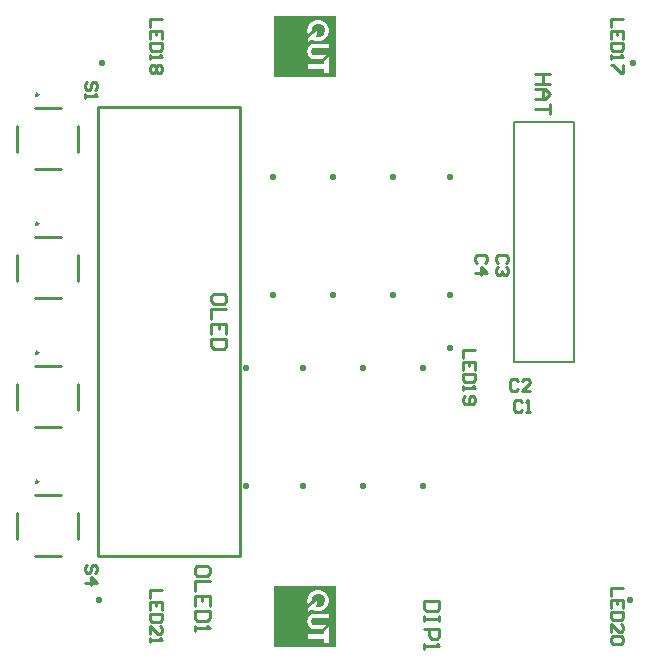
<source format=gto>
G04 Layer_Color=65535*
%FSLAX25Y25*%
%MOIN*%
G70*
G01*
G75*
%ADD15C,0.01000*%
%ADD30C,0.00787*%
%ADD31C,0.00020*%
D15*
X-73630Y-7268D02*
G03*
X-73630Y-7268I-394J0D01*
G01*
Y35732D02*
G03*
X-73630Y35732I-394J0D01*
G01*
Y-50268D02*
G03*
X-73630Y-50268I-394J0D01*
G01*
Y78732D02*
G03*
X-73630Y78732I-394J0D01*
G01*
X-60244Y-26165D02*
Y-17504D01*
X-80717Y-26165D02*
Y-17504D01*
X-74811Y-11598D02*
X-66150D01*
X-74811Y-32071D02*
X-66150D01*
X-60244Y16835D02*
Y25496D01*
X-80717Y16835D02*
Y25496D01*
X-74811Y31402D02*
X-66150D01*
X-74811Y10929D02*
X-66150D01*
X-53622Y-74803D02*
X-6378D01*
X-53622D02*
Y74803D01*
X-6378Y-74803D02*
Y74803D01*
X-53622D02*
X-6378D01*
X-60244Y-69165D02*
Y-60504D01*
X-80717Y-69165D02*
Y-60504D01*
X-74811Y-54598D02*
X-66150D01*
X-74811Y-75071D02*
X-66150D01*
X-60244Y59835D02*
Y68496D01*
X-80717Y59835D02*
Y68496D01*
X-74811Y74402D02*
X-66150D01*
X-74811Y53929D02*
X-66150D01*
X64000Y-5000D02*
Y-6000D01*
X63000D01*
Y-5000D01*
X64000D01*
X124000Y-89000D02*
Y-90000D01*
X123000D01*
Y-89000D01*
X124000D01*
X125000Y90000D02*
Y89000D01*
X124000D01*
Y90000D01*
X125000D01*
X-52000D02*
Y89000D01*
X-53000D01*
Y90000D01*
X-52000D01*
X-53000Y-89000D02*
Y-90000D01*
X-54000D01*
Y-89000D01*
X-53000D01*
X55055Y-51102D02*
Y-52102D01*
X54055D01*
Y-51102D01*
X55055D01*
X35055D02*
Y-52102D01*
X34055D01*
Y-51102D01*
X35055D01*
X15055D02*
Y-52102D01*
X14055D01*
Y-51102D01*
X15055D01*
X-3945D02*
Y-52102D01*
X-4945D01*
Y-51102D01*
X-3945D01*
X55055Y-11732D02*
Y-12732D01*
X54055D01*
Y-11732D01*
X55055D01*
X35055D02*
Y-12732D01*
X34055D01*
Y-11732D01*
X35055D01*
X15055D02*
Y-12732D01*
X14055D01*
Y-11732D01*
X15055D01*
X-3945D02*
Y-12732D01*
X-4945D01*
Y-11732D01*
X-3945D01*
X4000Y11732D02*
Y12732D01*
X5000D01*
Y11732D01*
X4000D01*
X24000D02*
Y12732D01*
X25000D01*
Y11732D01*
X24000D01*
X44000D02*
Y12732D01*
X45000D01*
Y11732D01*
X44000D01*
X63000D02*
Y12732D01*
X64000D01*
Y11732D01*
X63000D01*
X63000Y51000D02*
Y52000D01*
X64000D01*
Y51000D01*
X63000D01*
X44000D02*
Y52000D01*
X45000D01*
Y51000D01*
X44000D01*
X24000D02*
Y52000D01*
X25000D01*
Y51000D01*
X24000D01*
X4000D02*
Y52000D01*
X5000D01*
Y51000D01*
X4000D01*
X59998Y-90000D02*
X55000D01*
Y-92499D01*
X55833Y-93332D01*
X59165D01*
X59998Y-92499D01*
Y-90000D01*
Y-94998D02*
Y-96665D01*
Y-95831D01*
X55000D01*
Y-94998D01*
Y-96665D01*
Y-99164D02*
X59998D01*
Y-101663D01*
X59165Y-102496D01*
X57499D01*
X56666Y-101663D01*
Y-99164D01*
X55000Y-104162D02*
Y-105828D01*
Y-104995D01*
X59998D01*
X59165Y-104162D01*
X96998Y85764D02*
X92000D01*
X94499D01*
Y82432D01*
X96998D01*
X92000D01*
Y80765D02*
X95332D01*
X96998Y79099D01*
X95332Y77433D01*
X92000D01*
X94499D01*
Y80765D01*
X96998Y75767D02*
Y72435D01*
Y74101D01*
X92000D01*
X-54668Y80334D02*
X-54001Y81001D01*
Y82334D01*
X-54668Y83000D01*
X-55334D01*
X-56001Y82334D01*
Y81001D01*
X-56667Y80334D01*
X-57334D01*
X-58000Y81001D01*
Y82334D01*
X-57334Y83000D01*
X-58000Y79001D02*
Y77668D01*
Y78335D01*
X-54001D01*
X-54668Y79001D01*
Y-80666D02*
X-54001Y-79999D01*
Y-78666D01*
X-54668Y-78000D01*
X-55334D01*
X-56001Y-78666D01*
Y-79999D01*
X-56667Y-80666D01*
X-57334D01*
X-58000Y-79999D01*
Y-78666D01*
X-57334Y-78000D01*
X-58000Y-83998D02*
X-54001D01*
X-56001Y-81999D01*
Y-84664D01*
X-16502Y-80735D02*
Y-79069D01*
X-17335Y-78236D01*
X-20667D01*
X-21500Y-79069D01*
Y-80735D01*
X-20667Y-81568D01*
X-17335D01*
X-16502Y-80735D01*
Y-83235D02*
X-21500D01*
Y-86567D01*
X-16502Y-91565D02*
Y-88233D01*
X-21500D01*
Y-91565D01*
X-19001Y-88233D02*
Y-89899D01*
X-16502Y-93231D02*
X-21500D01*
Y-95731D01*
X-20667Y-96564D01*
X-17335D01*
X-16502Y-95731D01*
Y-93231D01*
X-21500Y-98230D02*
Y-99896D01*
Y-99063D01*
X-16502D01*
X-17335Y-98230D01*
X121299Y103964D02*
X117300D01*
Y101298D01*
X121299Y97299D02*
Y99965D01*
X117300D01*
Y97299D01*
X119299Y99965D02*
Y98632D01*
X121299Y95966D02*
X117300D01*
Y93967D01*
X117966Y93301D01*
X120632D01*
X121299Y93967D01*
Y95966D01*
X117300Y91968D02*
Y90635D01*
Y91301D01*
X121299D01*
X120632Y91968D01*
X121299Y88635D02*
Y85970D01*
X120632D01*
X117966Y88635D01*
X117300D01*
X-32301Y103964D02*
X-36300D01*
Y101298D01*
X-32301Y97299D02*
Y99965D01*
X-36300D01*
Y97299D01*
X-34301Y99965D02*
Y98632D01*
X-32301Y95966D02*
X-36300D01*
Y93967D01*
X-35634Y93301D01*
X-32968D01*
X-32301Y93967D01*
Y95966D01*
X-36300Y91968D02*
Y90635D01*
Y91301D01*
X-32301D01*
X-32968Y91968D01*
Y88635D02*
X-32301Y87969D01*
Y86636D01*
X-32968Y85970D01*
X-33634D01*
X-34301Y86636D01*
X-34967Y85970D01*
X-35634D01*
X-36300Y86636D01*
Y87969D01*
X-35634Y88635D01*
X-34967D01*
X-34301Y87969D01*
X-33634Y88635D01*
X-32968D01*
X-34301Y87969D02*
Y86636D01*
X71999Y-6336D02*
X68000D01*
Y-9002D01*
X71999Y-13001D02*
Y-10335D01*
X68000D01*
Y-13001D01*
X69999Y-10335D02*
Y-11668D01*
X71999Y-14334D02*
X68000D01*
Y-16333D01*
X68666Y-16999D01*
X71332D01*
X71999Y-16333D01*
Y-14334D01*
X68000Y-18332D02*
Y-19665D01*
Y-18999D01*
X71999D01*
X71332Y-18332D01*
X68666Y-21665D02*
X68000Y-22331D01*
Y-23664D01*
X68666Y-24330D01*
X71332D01*
X71999Y-23664D01*
Y-22331D01*
X71332Y-21665D01*
X70666D01*
X69999Y-22331D01*
Y-24330D01*
X121299Y-85636D02*
X117300D01*
Y-88302D01*
X121299Y-92301D02*
Y-89635D01*
X117300D01*
Y-92301D01*
X119299Y-89635D02*
Y-90968D01*
X121299Y-93634D02*
X117300D01*
Y-95633D01*
X117966Y-96299D01*
X120632D01*
X121299Y-95633D01*
Y-93634D01*
X117300Y-100298D02*
Y-97632D01*
X119966Y-100298D01*
X120632D01*
X121299Y-99632D01*
Y-98299D01*
X120632Y-97632D01*
Y-101631D02*
X121299Y-102297D01*
Y-103630D01*
X120632Y-104297D01*
X117966D01*
X117300Y-103630D01*
Y-102297D01*
X117966Y-101631D01*
X120632D01*
X-32301Y-86336D02*
X-36300D01*
Y-89002D01*
X-32301Y-93001D02*
Y-90335D01*
X-36300D01*
Y-93001D01*
X-34301Y-90335D02*
Y-91668D01*
X-32301Y-94334D02*
X-36300D01*
Y-96333D01*
X-35634Y-96999D01*
X-32968D01*
X-32301Y-96333D01*
Y-94334D01*
X-36300Y-100998D02*
Y-98332D01*
X-33634Y-100998D01*
X-32968D01*
X-32301Y-100332D01*
Y-98999D01*
X-32968Y-98332D01*
X-36300Y-102331D02*
Y-103664D01*
Y-102998D01*
X-32301D01*
X-32968Y-102331D01*
X87713Y-23704D02*
X87047Y-23038D01*
X85714D01*
X85047Y-23704D01*
Y-26370D01*
X85714Y-27036D01*
X87047D01*
X87713Y-26370D01*
X89046Y-27036D02*
X90379D01*
X89712D01*
Y-23038D01*
X89046Y-23704D01*
X86313Y-16704D02*
X85647Y-16037D01*
X84314D01*
X83647Y-16704D01*
Y-19370D01*
X84314Y-20036D01*
X85647D01*
X86313Y-19370D01*
X90312Y-20036D02*
X87646D01*
X90312Y-17370D01*
Y-16704D01*
X89645Y-16037D01*
X88312D01*
X87646Y-16704D01*
X82332Y22698D02*
X82999Y23364D01*
Y24697D01*
X82332Y25364D01*
X79666D01*
X79000Y24697D01*
Y23364D01*
X79666Y22698D01*
X82332Y21365D02*
X82999Y20699D01*
Y19366D01*
X82332Y18699D01*
X81666D01*
X80999Y19366D01*
Y20032D01*
Y19366D01*
X80333Y18699D01*
X79666D01*
X79000Y19366D01*
Y20699D01*
X79666Y21365D01*
X75332Y22798D02*
X75999Y23464D01*
Y24797D01*
X75332Y25464D01*
X72666D01*
X72000Y24797D01*
Y23464D01*
X72666Y22798D01*
X72000Y19466D02*
X75999D01*
X73999Y21465D01*
Y18799D01*
X-11002Y9898D02*
Y11565D01*
X-11835Y12398D01*
X-15167D01*
X-16000Y11565D01*
Y9898D01*
X-15167Y9065D01*
X-11835D01*
X-11002Y9898D01*
Y7399D02*
X-16000D01*
Y4067D01*
X-11002Y-931D02*
Y2401D01*
X-16000D01*
Y-931D01*
X-13501Y2401D02*
Y735D01*
X-11002Y-2598D02*
X-16000D01*
Y-5097D01*
X-15167Y-5930D01*
X-11835D01*
X-11002Y-5097D01*
Y-2598D01*
D30*
X85000Y-10236D02*
Y69764D01*
X105000Y-10236D02*
Y69764D01*
X85000Y-10236D02*
X105000D01*
X85000Y69764D02*
X105000D01*
D31*
X5160Y-105000D02*
Y-85000D01*
X5080Y-105000D02*
Y-85000D01*
X5280Y-105000D02*
Y-85000D01*
X5320Y-105000D02*
Y-85000D01*
X5520Y-105000D02*
Y-85000D01*
X5680Y-105000D02*
Y-85000D01*
X5640Y-105000D02*
Y-85000D01*
X5540Y-105000D02*
Y-85000D01*
X5660Y-105000D02*
Y-85000D01*
X5220Y-105000D02*
Y-85000D01*
X5240Y-105000D02*
Y-85000D01*
X5120Y-105000D02*
Y-85000D01*
X5060Y-105000D02*
Y-85000D01*
X5560Y-105000D02*
Y-85000D01*
X5300Y-105000D02*
Y-85000D01*
X5620Y-105000D02*
Y-85000D01*
X5440Y-105000D02*
Y-85000D01*
X5140Y-105000D02*
Y-85000D01*
X5500Y-105000D02*
Y-85000D01*
X5600Y-105000D02*
Y-85000D01*
X5580Y-105000D02*
Y-85000D01*
X5200Y-105000D02*
Y-85000D01*
X5460Y-105000D02*
Y-85000D01*
X5340Y-105000D02*
Y-85000D01*
X5100Y-105000D02*
Y-85000D01*
X5400Y-105000D02*
Y-85000D01*
X5380Y-105000D02*
Y-85000D01*
X5420Y-105000D02*
Y-85000D01*
X5480Y-105000D02*
Y-85000D01*
X5260Y-105000D02*
Y-85000D01*
X5180Y-105000D02*
Y-85000D01*
X5040Y-105000D02*
Y-85000D01*
X5360Y-105000D02*
Y-85000D01*
X16880Y-91320D02*
Y-90640D01*
Y-86980D02*
Y-85000D01*
X16900Y-105000D02*
Y-102620D01*
Y-100760D02*
Y-99060D01*
X16860Y-105000D02*
Y-102620D01*
X16840Y-91360D02*
Y-90680D01*
X16860Y-87020D02*
Y-85000D01*
Y-94180D02*
Y-93340D01*
X16840Y-87040D02*
Y-85000D01*
X16860Y-100760D02*
Y-99020D01*
X16880Y-100760D02*
Y-99040D01*
X16840Y-100760D02*
Y-99020D01*
X16880Y-105000D02*
Y-102620D01*
X16840Y-94200D02*
Y-93360D01*
X16860Y-91340D02*
Y-90660D01*
X16880Y-94160D02*
Y-93320D01*
X16840Y-105000D02*
Y-102620D01*
X22640Y-98320D02*
Y-97700D01*
X22520Y-87480D02*
Y-85000D01*
X22640Y-105000D02*
Y-104060D01*
X22520Y-93800D02*
Y-91860D01*
X22620Y-87620D02*
Y-85000D01*
X22520Y-97580D02*
Y-95600D01*
X22620Y-93800D02*
Y-91720D01*
X22640Y-97580D02*
Y-95600D01*
X22520Y-105000D02*
Y-104060D01*
X22640Y-93800D02*
Y-91680D01*
X22540Y-98420D02*
Y-97800D01*
X22620Y-97580D02*
Y-95600D01*
X22640Y-87660D02*
Y-85000D01*
X22620Y-105000D02*
Y-104060D01*
X22560Y-98400D02*
Y-97780D01*
Y-105000D02*
Y-104060D01*
X22540Y-97580D02*
Y-95600D01*
X22660Y-97580D02*
Y-95600D01*
Y-105000D02*
Y-104060D01*
X22540Y-93800D02*
Y-91820D01*
Y-87500D02*
Y-85000D01*
X22660Y-98300D02*
Y-97680D01*
X22580Y-105000D02*
Y-104060D01*
Y-98380D02*
Y-97760D01*
X22540Y-105000D02*
Y-104060D01*
X22660Y-93800D02*
Y-91640D01*
X22460Y-93800D02*
Y-91940D01*
X22480Y-93800D02*
Y-91900D01*
Y-105000D02*
Y-104060D01*
X22460Y-87400D02*
Y-85000D01*
X22560Y-87540D02*
Y-85000D01*
X22580Y-87560D02*
Y-85000D01*
X22520Y-98440D02*
Y-97820D01*
X22500Y-87460D02*
Y-85000D01*
X22620Y-98340D02*
Y-97720D01*
X22460Y-97580D02*
Y-95600D01*
Y-98500D02*
Y-97880D01*
X22480Y-97580D02*
Y-95600D01*
X22560Y-97580D02*
Y-95600D01*
X22580Y-97580D02*
Y-95600D01*
X22560Y-93800D02*
Y-91800D01*
X22480Y-98480D02*
Y-97860D01*
X22580Y-93800D02*
Y-91780D01*
X22600Y-87600D02*
Y-85000D01*
X22500Y-93800D02*
Y-91880D01*
Y-98460D02*
Y-97840D01*
X22600Y-93800D02*
Y-91740D01*
Y-97580D02*
Y-95600D01*
X22500Y-105000D02*
Y-104060D01*
Y-97580D02*
Y-95600D01*
X22600Y-98360D02*
Y-97740D01*
X22480Y-87420D02*
Y-85000D01*
X22600Y-105000D02*
Y-104060D01*
X17340Y-86620D02*
Y-85000D01*
X17080Y-94040D02*
Y-93120D01*
X17100Y-91100D02*
Y-90420D01*
X17400Y-90840D02*
Y-90140D01*
X17080Y-105000D02*
Y-102620D01*
X17200Y-105000D02*
Y-102620D01*
X16920Y-86940D02*
Y-85000D01*
X17360Y-105000D02*
Y-102620D01*
X17420Y-96700D02*
Y-96520D01*
X16920Y-91260D02*
Y-90620D01*
X17420Y-105000D02*
Y-102620D01*
X17440Y-105000D02*
Y-102620D01*
X16940Y-91240D02*
Y-90580D01*
X16980Y-94100D02*
Y-93220D01*
X16960Y-105000D02*
Y-102620D01*
Y-94120D02*
Y-93240D01*
X16940Y-94120D02*
Y-93260D01*
X16960Y-91220D02*
Y-90560D01*
X16940Y-86920D02*
Y-85000D01*
X16960Y-86900D02*
Y-85000D01*
X16980Y-105000D02*
Y-102620D01*
X17120Y-86780D02*
Y-85000D01*
X16960Y-100760D02*
Y-99100D01*
X17420Y-93900D02*
Y-92820D01*
X17440Y-90800D02*
Y-90100D01*
X16920Y-105000D02*
Y-102620D01*
X17060Y-86820D02*
Y-85000D01*
X16920Y-100760D02*
Y-99080D01*
X16900Y-86960D02*
Y-85000D01*
Y-94160D02*
Y-93300D01*
X17400Y-86580D02*
Y-85000D01*
X16900Y-91280D02*
Y-90620D01*
X17440Y-96940D02*
Y-96260D01*
X17340Y-93920D02*
Y-92860D01*
X17080Y-100760D02*
Y-99140D01*
X17300Y-90900D02*
Y-90240D01*
X17100Y-86780D02*
Y-85000D01*
X17120Y-91080D02*
Y-90400D01*
X17200Y-86720D02*
Y-85000D01*
X17300Y-105000D02*
Y-102620D01*
X17260Y-100760D02*
Y-99220D01*
X17240Y-100760D02*
Y-99220D01*
X17200Y-100760D02*
Y-99200D01*
X17280Y-93960D02*
Y-92920D01*
Y-100760D02*
Y-99220D01*
X17400Y-93900D02*
Y-92820D01*
X17100Y-94040D02*
Y-93100D01*
X17080Y-91120D02*
Y-90440D01*
X17100Y-100760D02*
Y-99160D01*
Y-105000D02*
Y-102620D01*
X17340Y-90860D02*
Y-90200D01*
X17180Y-105000D02*
Y-102620D01*
X17040Y-94060D02*
Y-93160D01*
Y-86840D02*
Y-85000D01*
X17400Y-105000D02*
Y-102620D01*
X17020Y-86860D02*
Y-85000D01*
X17000Y-100760D02*
Y-99100D01*
X16980Y-91220D02*
Y-90540D01*
X17000Y-94100D02*
Y-93200D01*
X16980Y-86880D02*
Y-85000D01*
X17000Y-105000D02*
Y-102620D01*
Y-91200D02*
Y-90520D01*
X17160Y-91040D02*
Y-90360D01*
X17000Y-86880D02*
Y-85000D01*
X17140Y-100760D02*
Y-99160D01*
X17020Y-94080D02*
Y-93180D01*
Y-91180D02*
Y-90500D01*
Y-100760D02*
Y-99120D01*
Y-105000D02*
Y-102620D01*
X17440Y-93900D02*
Y-92820D01*
X16940Y-100760D02*
Y-99080D01*
X16980Y-100760D02*
Y-99100D01*
X17420Y-86560D02*
Y-85000D01*
X17440Y-100760D02*
Y-99280D01*
X16940Y-105000D02*
Y-102620D01*
X17420Y-100760D02*
Y-99280D01*
X16920Y-94140D02*
Y-93280D01*
X17660Y-86420D02*
Y-85000D01*
X17740Y-97500D02*
Y-95680D01*
X17660Y-90580D02*
Y-89020D01*
X17760Y-90480D02*
Y-88760D01*
X17680Y-100760D02*
Y-99340D01*
X17880Y-97560D02*
Y-95620D01*
Y-105000D02*
Y-102620D01*
X17040Y-105000D02*
Y-102620D01*
X17260Y-90940D02*
Y-90280D01*
X17080Y-86800D02*
Y-85000D01*
X17700Y-100760D02*
Y-99340D01*
Y-93820D02*
Y-92960D01*
Y-97480D02*
Y-95720D01*
X17880Y-100760D02*
Y-99360D01*
X17680Y-86400D02*
Y-85000D01*
X17660Y-105000D02*
Y-102620D01*
X17720Y-90520D02*
Y-88860D01*
X17680Y-105000D02*
Y-102620D01*
X17860Y-86320D02*
Y-85000D01*
X17760Y-100760D02*
Y-99340D01*
X17860Y-97560D02*
Y-95620D01*
X17660Y-97440D02*
Y-95740D01*
X17380Y-90840D02*
Y-90160D01*
X17040Y-100760D02*
Y-99120D01*
X17360Y-86600D02*
Y-85000D01*
X17380Y-86580D02*
Y-85000D01*
X17120Y-105000D02*
Y-102620D01*
X17340Y-100760D02*
Y-99260D01*
X17120Y-100760D02*
Y-99160D01*
X17140Y-86760D02*
Y-85000D01*
X17380Y-105000D02*
Y-102620D01*
X17060Y-105000D02*
Y-102620D01*
X17360Y-100760D02*
Y-99260D01*
X17200Y-91000D02*
Y-90340D01*
X17320Y-105000D02*
Y-102620D01*
X17220Y-86700D02*
Y-85000D01*
X17420Y-90820D02*
Y-90120D01*
X17320Y-86620D02*
Y-85000D01*
Y-93940D02*
Y-92880D01*
X17400Y-100760D02*
Y-99260D01*
X17300Y-93940D02*
Y-92900D01*
Y-86640D02*
Y-85000D01*
Y-100760D02*
Y-99240D01*
X17820Y-90440D02*
Y-88640D01*
X17180Y-100760D02*
Y-99180D01*
X17060Y-100760D02*
Y-99140D01*
X17160Y-86740D02*
Y-85000D01*
X17220Y-93980D02*
Y-92980D01*
X17740Y-105000D02*
Y-102620D01*
X17640Y-86420D02*
Y-85000D01*
X17860Y-100760D02*
Y-99360D01*
X17840Y-97560D02*
Y-95640D01*
X17820Y-86340D02*
Y-85000D01*
X17720Y-97500D02*
Y-95700D01*
X17660Y-93840D02*
Y-92940D01*
X17700Y-105000D02*
Y-102620D01*
X17740Y-100760D02*
Y-99340D01*
X17720Y-93820D02*
Y-92980D01*
Y-86380D02*
Y-85000D01*
X17660Y-100760D02*
Y-99340D01*
X17160Y-105000D02*
Y-102620D01*
X17880Y-86300D02*
Y-85000D01*
X17640Y-90600D02*
Y-89080D01*
X17720Y-100760D02*
Y-99340D01*
X17120Y-94020D02*
Y-93080D01*
X17820Y-100760D02*
Y-99360D01*
X17720Y-105000D02*
Y-102620D01*
X17620Y-97400D02*
Y-95800D01*
X17320Y-90880D02*
Y-90220D01*
X17160Y-100760D02*
Y-99180D01*
X17180Y-86720D02*
Y-85000D01*
X17360Y-90860D02*
Y-90180D01*
X17160Y-94000D02*
Y-93040D01*
X17040Y-91160D02*
Y-90480D01*
X17360Y-93920D02*
Y-92840D01*
X17180Y-91020D02*
Y-90340D01*
X17220Y-100760D02*
Y-99200D01*
X17200Y-93980D02*
Y-93000D01*
X17240Y-90960D02*
Y-90300D01*
X17380Y-93920D02*
Y-92820D01*
X17240Y-93960D02*
Y-92960D01*
X17260Y-105000D02*
Y-102620D01*
X17220Y-105000D02*
Y-102620D01*
X17240Y-86680D02*
Y-85000D01*
X17440Y-86540D02*
Y-85000D01*
X17480Y-90760D02*
Y-90060D01*
X17460Y-105000D02*
Y-102620D01*
Y-97060D02*
Y-96160D01*
Y-100760D02*
Y-99280D01*
Y-93880D02*
Y-92820D01*
Y-86540D02*
Y-85000D01*
Y-90780D02*
Y-90080D01*
X17480Y-100760D02*
Y-99300D01*
Y-105000D02*
Y-102620D01*
Y-97120D02*
Y-96080D01*
X17500Y-97180D02*
Y-96020D01*
Y-105000D02*
Y-102620D01*
X17480Y-93880D02*
Y-92840D01*
X17540Y-97280D02*
Y-95920D01*
X17480Y-86520D02*
Y-85000D01*
X17260Y-86660D02*
Y-85000D01*
X17500Y-100760D02*
Y-99300D01*
X17520Y-105000D02*
Y-102620D01*
X17500Y-90740D02*
Y-90040D01*
X17520Y-90720D02*
Y-90040D01*
Y-97240D02*
Y-95960D01*
Y-93860D02*
Y-92860D01*
X17540Y-100760D02*
Y-99300D01*
Y-105000D02*
Y-102620D01*
Y-93860D02*
Y-92880D01*
X17600Y-89940D02*
Y-89260D01*
X17540Y-90700D02*
Y-90020D01*
X17560Y-90680D02*
Y-90000D01*
Y-105000D02*
Y-102620D01*
X17540Y-86480D02*
Y-85000D01*
X17580Y-100760D02*
Y-99320D01*
X17560Y-100760D02*
Y-99320D01*
Y-97320D02*
Y-95880D01*
Y-93860D02*
Y-92880D01*
X17620Y-100760D02*
Y-99320D01*
X17560Y-86480D02*
Y-85000D01*
X17580Y-105000D02*
Y-102620D01*
Y-93860D02*
Y-92900D01*
Y-97340D02*
Y-95840D01*
X17600Y-93840D02*
Y-92920D01*
X17580Y-89840D02*
Y-89400D01*
X17620Y-105000D02*
Y-102620D01*
X17580Y-90660D02*
Y-89980D01*
X17620Y-93840D02*
Y-92920D01*
X17640Y-93840D02*
Y-92940D01*
X17180Y-94000D02*
Y-93020D01*
X17700Y-86400D02*
Y-85000D01*
X17600Y-86460D02*
Y-85000D01*
X17340Y-105000D02*
Y-102620D01*
X17140Y-94020D02*
Y-93060D01*
Y-91060D02*
Y-90380D01*
X17060Y-94060D02*
Y-93140D01*
Y-91140D02*
Y-90460D01*
X17140Y-105000D02*
Y-102620D01*
X17500Y-86520D02*
Y-85000D01*
X17380Y-100760D02*
Y-99260D01*
X17240Y-105000D02*
Y-102620D01*
X17280Y-90920D02*
Y-90260D01*
X17500Y-93880D02*
Y-92860D01*
X17520Y-100760D02*
Y-99300D01*
Y-86500D02*
Y-85000D01*
X17620Y-90620D02*
Y-89160D01*
Y-86440D02*
Y-85000D01*
X17640Y-105000D02*
Y-102620D01*
X17900Y-105000D02*
Y-102620D01*
X17280Y-105000D02*
Y-102620D01*
X17320Y-100760D02*
Y-99240D01*
X17600Y-97380D02*
Y-95820D01*
Y-105000D02*
Y-102620D01*
X17740Y-86380D02*
Y-85000D01*
X17580Y-86460D02*
Y-85000D01*
X17600Y-100760D02*
Y-99320D01*
X17280Y-86660D02*
Y-85000D01*
X17740Y-90500D02*
Y-88800D01*
X17600Y-90640D02*
Y-89960D01*
X17260Y-93960D02*
Y-92940D01*
X17640Y-97420D02*
Y-95760D01*
X17740Y-93820D02*
Y-92980D01*
X17220Y-90980D02*
Y-90320D01*
X17640Y-100760D02*
Y-99340D01*
X17780Y-93820D02*
Y-93000D01*
Y-97520D02*
Y-95660D01*
Y-90480D02*
Y-88720D01*
X17760Y-105000D02*
Y-102620D01*
X17840Y-93800D02*
Y-93040D01*
X17680Y-97460D02*
Y-95720D01*
X17800Y-105000D02*
Y-102620D01*
X17820Y-93820D02*
Y-93020D01*
X17680Y-93820D02*
Y-92960D01*
X17800Y-93820D02*
Y-93020D01*
X17840Y-105000D02*
Y-102620D01*
Y-100760D02*
Y-99360D01*
X17800Y-86340D02*
Y-85000D01*
Y-90460D02*
Y-88680D01*
X17760Y-93820D02*
Y-93000D01*
X17780Y-105000D02*
Y-102620D01*
X17800Y-100760D02*
Y-99360D01*
X17820Y-105000D02*
Y-102620D01*
X17800Y-97540D02*
Y-95660D01*
X17780Y-86360D02*
Y-85000D01*
X17860Y-105000D02*
Y-102620D01*
X17840Y-90420D02*
Y-88620D01*
Y-86320D02*
Y-85000D01*
X17760Y-86360D02*
Y-85000D01*
X17780Y-100760D02*
Y-99360D01*
X17880Y-93800D02*
Y-93060D01*
X17820Y-97540D02*
Y-95640D01*
X17860Y-93800D02*
Y-93040D01*
Y-90400D02*
Y-88580D01*
X17700Y-90540D02*
Y-88900D01*
X17880Y-90380D02*
Y-88540D01*
X17680Y-90560D02*
Y-88960D01*
X17760Y-97520D02*
Y-95680D01*
X20820Y-93800D02*
Y-93160D01*
X20900Y-100760D02*
Y-99320D01*
X20880Y-86200D02*
Y-85000D01*
X20820Y-100760D02*
Y-99360D01*
X20960Y-90980D02*
Y-88260D01*
X20860Y-105000D02*
Y-102620D01*
X20920Y-97580D02*
Y-95600D01*
X20940Y-105000D02*
Y-102620D01*
X20800Y-91120D02*
Y-88100D01*
X20920Y-93800D02*
Y-93120D01*
X20840Y-93800D02*
Y-93140D01*
X20920Y-91020D02*
Y-88220D01*
X20880Y-93800D02*
Y-93140D01*
X20940Y-100760D02*
Y-99300D01*
X20960Y-86240D02*
Y-85000D01*
X20820Y-91100D02*
Y-88120D01*
X20900Y-97580D02*
Y-95600D01*
X20880Y-97580D02*
Y-95600D01*
X20860Y-91060D02*
Y-88160D01*
X20940Y-97580D02*
Y-95600D01*
X20860Y-86200D02*
Y-85000D01*
X20840Y-86200D02*
Y-85000D01*
Y-105000D02*
Y-102620D01*
X20860Y-93800D02*
Y-93140D01*
X20960Y-100760D02*
Y-99280D01*
X20920Y-105000D02*
Y-102620D01*
X20800Y-86180D02*
Y-85000D01*
X20820Y-97580D02*
Y-95600D01*
X20900Y-93800D02*
Y-93120D01*
X20840Y-97580D02*
Y-95600D01*
X20960Y-97580D02*
Y-95600D01*
X20940Y-93800D02*
Y-93100D01*
X20800Y-93800D02*
Y-93160D01*
X20940Y-91000D02*
Y-88240D01*
X20900Y-105000D02*
Y-102620D01*
X20820Y-86180D02*
Y-85000D01*
X20980Y-105000D02*
Y-102620D01*
X20900Y-86220D02*
Y-85000D01*
X20840Y-91080D02*
Y-88140D01*
X20880Y-105000D02*
Y-102620D01*
Y-91060D02*
Y-88180D01*
X20860Y-97580D02*
Y-95600D01*
X20960Y-105000D02*
Y-102620D01*
X20940Y-86240D02*
Y-85000D01*
X20920Y-86220D02*
Y-85000D01*
X20960Y-93800D02*
Y-93100D01*
X20860Y-100760D02*
Y-99360D01*
X20880Y-100760D02*
Y-99340D01*
X20840Y-100760D02*
Y-99360D01*
X20820Y-105000D02*
Y-102620D01*
X20920Y-100760D02*
Y-99300D01*
X20900Y-91040D02*
Y-88200D01*
X9600Y-105000D02*
Y-85000D01*
X9820Y-105000D02*
Y-85000D01*
X9300Y-105000D02*
Y-85000D01*
X9780Y-105000D02*
Y-85000D01*
X9580Y-105000D02*
Y-85000D01*
X9560Y-105000D02*
Y-85000D01*
X9760Y-105000D02*
Y-85000D01*
X9800Y-105000D02*
Y-85000D01*
X9340Y-105000D02*
Y-85000D01*
X9160Y-105000D02*
Y-85000D01*
X9680Y-105000D02*
Y-85000D01*
X9860Y-105000D02*
Y-85000D01*
X14420Y-105000D02*
Y-85000D01*
X9400Y-105000D02*
Y-85000D01*
X9880Y-105000D02*
Y-85000D01*
X9620Y-105000D02*
Y-85000D01*
X9460Y-105000D02*
Y-85000D01*
X9720Y-105000D02*
Y-85000D01*
X9900Y-105000D02*
Y-85000D01*
X9380Y-105000D02*
Y-85000D01*
X13660Y-105000D02*
Y-85000D01*
X9840Y-105000D02*
Y-85000D01*
X9660Y-105000D02*
Y-85000D01*
X9360Y-105000D02*
Y-85000D01*
X9640Y-105000D02*
Y-85000D01*
X9520Y-105000D02*
Y-85000D01*
X9920Y-105000D02*
Y-85000D01*
X13200Y-105000D02*
Y-85000D01*
X9260Y-105000D02*
Y-85000D01*
X9740Y-105000D02*
Y-85000D01*
X9700Y-105000D02*
Y-85000D01*
X9480Y-105000D02*
Y-85000D01*
X9500Y-105000D02*
Y-85000D01*
X9420Y-105000D02*
Y-85000D01*
X9280Y-105000D02*
Y-85000D01*
X9440Y-105000D02*
Y-85000D01*
X9540Y-105000D02*
Y-85000D01*
X9000Y-105000D02*
Y-85000D01*
X13940Y-105000D02*
Y-85000D01*
X14520Y-105000D02*
Y-85000D01*
X8980Y-105000D02*
Y-85000D01*
X10060Y-105000D02*
Y-85000D01*
X13040Y-105000D02*
Y-85000D01*
X13620Y-105000D02*
Y-85000D01*
X9100Y-105000D02*
Y-85000D01*
X14720Y-105000D02*
Y-85000D01*
X14220Y-105000D02*
Y-85000D01*
X14940Y-105000D02*
Y-85000D01*
X14800Y-105000D02*
Y-85000D01*
X14740Y-105000D02*
Y-85000D01*
X14900Y-105000D02*
Y-85000D01*
X14280Y-105000D02*
Y-85000D01*
X13860Y-105000D02*
Y-85000D01*
X14960Y-105000D02*
Y-85000D01*
X14920Y-105000D02*
Y-85000D01*
X13920Y-105000D02*
Y-85000D01*
X14560Y-105000D02*
Y-85000D01*
X13820Y-105000D02*
Y-85000D01*
X14320Y-105000D02*
Y-85000D01*
X14840Y-105000D02*
Y-85000D01*
X9020Y-105000D02*
Y-85000D01*
X9120Y-105000D02*
Y-85000D01*
X14440Y-105000D02*
Y-85000D01*
X14180Y-105000D02*
Y-85000D01*
X14300Y-105000D02*
Y-85000D01*
X14980Y-105000D02*
Y-85000D01*
X13800Y-105000D02*
Y-85000D01*
X14340Y-105000D02*
Y-85000D01*
X14540Y-105000D02*
Y-85000D01*
X13700Y-105000D02*
Y-85000D01*
X13760Y-105000D02*
Y-85000D01*
X9140Y-105000D02*
Y-85000D01*
X14680Y-105000D02*
Y-85000D01*
X14380Y-105000D02*
Y-85000D01*
X14860Y-105000D02*
Y-85000D01*
X13380Y-105000D02*
Y-85000D01*
X13460Y-105000D02*
Y-85000D01*
X13420Y-105000D02*
Y-85000D01*
X13440Y-105000D02*
Y-85000D01*
X13480Y-105000D02*
Y-85000D01*
X13500Y-105000D02*
Y-85000D01*
X13520Y-105000D02*
Y-85000D01*
X13540Y-105000D02*
Y-85000D01*
X13400Y-105000D02*
Y-85000D01*
X13560Y-105000D02*
Y-85000D01*
X13580Y-105000D02*
Y-85000D01*
X14580Y-105000D02*
Y-85000D01*
X13600Y-105000D02*
Y-85000D01*
X10000Y-105000D02*
Y-85000D01*
X10240Y-105000D02*
Y-85000D01*
X14760Y-105000D02*
Y-85000D01*
X14820Y-105000D02*
Y-85000D01*
X9320Y-105000D02*
Y-85000D01*
X14600Y-105000D02*
Y-85000D01*
X14780Y-105000D02*
Y-85000D01*
X14880Y-105000D02*
Y-85000D01*
X9180Y-105000D02*
Y-85000D01*
X13780Y-105000D02*
Y-85000D01*
X14200Y-105000D02*
Y-85000D01*
X9200Y-105000D02*
Y-85000D01*
X14400Y-105000D02*
Y-85000D01*
X10020Y-105000D02*
Y-85000D01*
X13640Y-105000D02*
Y-85000D01*
X10040Y-105000D02*
Y-85000D01*
X9240Y-105000D02*
Y-85000D01*
X9980Y-105000D02*
Y-85000D01*
X13980Y-105000D02*
Y-85000D01*
X14660Y-105000D02*
Y-85000D01*
X10260Y-105000D02*
Y-85000D01*
X14640Y-105000D02*
Y-85000D01*
X9960Y-105000D02*
Y-85000D01*
X10220Y-105000D02*
Y-85000D01*
X10300Y-105000D02*
Y-85000D01*
X9060Y-105000D02*
Y-85000D01*
X9080Y-105000D02*
Y-85000D01*
X10320Y-105000D02*
Y-85000D01*
X10280Y-105000D02*
Y-85000D01*
X10340Y-105000D02*
Y-85000D01*
X14260Y-105000D02*
Y-85000D01*
X13680Y-105000D02*
Y-85000D01*
X14360Y-105000D02*
Y-85000D01*
X14240Y-105000D02*
Y-85000D01*
X13960Y-105000D02*
Y-85000D01*
X13900Y-105000D02*
Y-85000D01*
X13840Y-105000D02*
Y-85000D01*
X14080Y-105000D02*
Y-85000D01*
X14000Y-105000D02*
Y-85000D01*
X14620Y-105000D02*
Y-85000D01*
X14020Y-105000D02*
Y-85000D01*
X14040Y-105000D02*
Y-85000D01*
X14100Y-105000D02*
Y-85000D01*
X14060Y-105000D02*
Y-85000D01*
X14480Y-105000D02*
Y-85000D01*
X14700Y-105000D02*
Y-85000D01*
X14500Y-105000D02*
Y-85000D01*
X14160Y-105000D02*
Y-85000D01*
X9040Y-105000D02*
Y-85000D01*
X14140Y-105000D02*
Y-85000D01*
X14120Y-105000D02*
Y-85000D01*
X13720Y-105000D02*
Y-85000D01*
X13880Y-105000D02*
Y-85000D01*
X14460Y-105000D02*
Y-85000D01*
X10200Y-105000D02*
Y-85000D01*
X9220Y-105000D02*
Y-85000D01*
X11800Y-105000D02*
Y-85000D01*
X10460Y-105000D02*
Y-85000D01*
X11900Y-105000D02*
Y-85000D01*
X11820Y-105000D02*
Y-85000D01*
X11840Y-105000D02*
Y-85000D01*
X11860Y-105000D02*
Y-85000D01*
X11880Y-105000D02*
Y-85000D01*
X11920Y-105000D02*
Y-85000D01*
X11940Y-105000D02*
Y-85000D01*
X11960Y-105000D02*
Y-85000D01*
X12000Y-105000D02*
Y-85000D01*
X11980Y-105000D02*
Y-85000D01*
X12100Y-105000D02*
Y-85000D01*
X12020Y-105000D02*
Y-85000D01*
X12040Y-105000D02*
Y-85000D01*
X10780Y-105000D02*
Y-85000D01*
X12080Y-105000D02*
Y-85000D01*
X12060Y-105000D02*
Y-85000D01*
X12220Y-105000D02*
Y-85000D01*
X12120Y-105000D02*
Y-85000D01*
X12160Y-105000D02*
Y-85000D01*
X12140Y-105000D02*
Y-85000D01*
X12180Y-105000D02*
Y-85000D01*
X12240Y-105000D02*
Y-85000D01*
X12200Y-105000D02*
Y-85000D01*
X10800Y-105000D02*
Y-85000D01*
X13740Y-105000D02*
Y-85000D01*
X10960Y-105000D02*
Y-85000D01*
X10440Y-105000D02*
Y-85000D01*
X10820Y-105000D02*
Y-85000D01*
X10860Y-105000D02*
Y-85000D01*
X10840Y-105000D02*
Y-85000D01*
X10400Y-105000D02*
Y-85000D01*
X10880Y-105000D02*
Y-85000D01*
X10900Y-105000D02*
Y-85000D01*
X11000Y-105000D02*
Y-85000D01*
X10940Y-105000D02*
Y-85000D01*
X10920Y-105000D02*
Y-85000D01*
X10980Y-105000D02*
Y-85000D01*
X11040Y-105000D02*
Y-85000D01*
X11020Y-105000D02*
Y-85000D01*
X11060Y-105000D02*
Y-85000D01*
X12280Y-105000D02*
Y-85000D01*
X11080Y-105000D02*
Y-85000D01*
X10380Y-105000D02*
Y-85000D01*
X10180Y-105000D02*
Y-85000D01*
X10160Y-105000D02*
Y-85000D01*
X10100Y-105000D02*
Y-85000D01*
X10120Y-105000D02*
Y-85000D01*
X10140Y-105000D02*
Y-85000D01*
X10360Y-105000D02*
Y-85000D01*
X11740Y-105000D02*
Y-85000D01*
X11760Y-105000D02*
Y-85000D01*
X11720Y-105000D02*
Y-85000D01*
X12340Y-105000D02*
Y-85000D01*
X10520Y-105000D02*
Y-85000D01*
X10540Y-105000D02*
Y-85000D01*
X12300Y-105000D02*
Y-85000D01*
X12260Y-105000D02*
Y-85000D01*
X11120Y-105000D02*
Y-85000D01*
X10760Y-105000D02*
Y-85000D01*
X11100Y-105000D02*
Y-85000D01*
X10500Y-105000D02*
Y-85000D01*
X13340Y-105000D02*
Y-85000D01*
X10600Y-105000D02*
Y-85000D01*
X10560Y-105000D02*
Y-85000D01*
X10720Y-105000D02*
Y-85000D01*
X10580Y-105000D02*
Y-85000D01*
X10620Y-105000D02*
Y-85000D01*
X10640Y-105000D02*
Y-85000D01*
X11700Y-105000D02*
Y-85000D01*
X10660Y-105000D02*
Y-85000D01*
X10700Y-105000D02*
Y-85000D01*
X10480Y-105000D02*
Y-85000D01*
X13360Y-105000D02*
Y-85000D01*
X12460Y-105000D02*
Y-85000D01*
X10680Y-105000D02*
Y-85000D01*
X10740Y-105000D02*
Y-85000D01*
X11200Y-105000D02*
Y-85000D01*
X11280Y-105000D02*
Y-85000D01*
X10420Y-105000D02*
Y-85000D01*
X11140Y-105000D02*
Y-85000D01*
X11160Y-105000D02*
Y-85000D01*
X11180Y-105000D02*
Y-85000D01*
X11220Y-105000D02*
Y-85000D01*
X11260Y-105000D02*
Y-85000D01*
X11240Y-105000D02*
Y-85000D01*
X11560Y-105000D02*
Y-85000D01*
X11300Y-105000D02*
Y-85000D01*
X11340Y-105000D02*
Y-85000D01*
X11320Y-105000D02*
Y-85000D01*
X11400Y-105000D02*
Y-85000D01*
X11360Y-105000D02*
Y-85000D01*
X11380Y-105000D02*
Y-85000D01*
X11540Y-105000D02*
Y-85000D01*
X11440Y-105000D02*
Y-85000D01*
X11420Y-105000D02*
Y-85000D01*
X11460Y-105000D02*
Y-85000D01*
X11500Y-105000D02*
Y-85000D01*
X11520Y-105000D02*
Y-85000D01*
X11480Y-105000D02*
Y-85000D01*
X11580Y-105000D02*
Y-85000D01*
X9940Y-105000D02*
Y-85000D01*
X11680Y-105000D02*
Y-85000D01*
X11620Y-105000D02*
Y-85000D01*
X11600Y-105000D02*
Y-85000D01*
X11640Y-105000D02*
Y-85000D01*
X11660Y-105000D02*
Y-85000D01*
X11780Y-105000D02*
Y-85000D01*
X12320Y-105000D02*
Y-85000D01*
X12360Y-105000D02*
Y-85000D01*
X10080Y-105000D02*
Y-85000D01*
X12400Y-105000D02*
Y-85000D01*
X12380Y-105000D02*
Y-85000D01*
X12760Y-105000D02*
Y-85000D01*
X13320Y-105000D02*
Y-85000D01*
X13260Y-105000D02*
Y-85000D01*
X13080Y-105000D02*
Y-85000D01*
X13220Y-105000D02*
Y-85000D01*
X13240Y-105000D02*
Y-85000D01*
X13300Y-105000D02*
Y-85000D01*
X13100Y-105000D02*
Y-85000D01*
X13280Y-105000D02*
Y-85000D01*
X13120Y-105000D02*
Y-85000D01*
X12780Y-105000D02*
Y-85000D01*
X13140Y-105000D02*
Y-85000D01*
X13160Y-105000D02*
Y-85000D01*
X13180Y-105000D02*
Y-85000D01*
X13060Y-105000D02*
Y-85000D01*
X12840Y-105000D02*
Y-85000D01*
X13020Y-105000D02*
Y-85000D01*
X13000Y-105000D02*
Y-85000D01*
X12920Y-105000D02*
Y-85000D01*
X12940Y-105000D02*
Y-85000D01*
X12960Y-105000D02*
Y-85000D01*
X12980Y-105000D02*
Y-85000D01*
X12900Y-105000D02*
Y-85000D01*
X12700Y-105000D02*
Y-85000D01*
X12860Y-105000D02*
Y-85000D01*
X12820Y-105000D02*
Y-85000D01*
X12720Y-105000D02*
Y-85000D01*
X12880Y-105000D02*
Y-85000D01*
X12800Y-105000D02*
Y-85000D01*
X12580Y-105000D02*
Y-85000D01*
X12740Y-105000D02*
Y-85000D01*
X12480Y-105000D02*
Y-85000D01*
X12600Y-105000D02*
Y-85000D01*
X12520Y-105000D02*
Y-85000D01*
X12680Y-105000D02*
Y-85000D01*
X12660Y-105000D02*
Y-85000D01*
X12620Y-105000D02*
Y-85000D01*
X12640Y-105000D02*
Y-85000D01*
X12540Y-105000D02*
Y-85000D01*
X12560Y-105000D02*
Y-85000D01*
X12440Y-105000D02*
Y-85000D01*
X12420Y-105000D02*
Y-85000D01*
X12500Y-105000D02*
Y-85000D01*
X15960Y-95340D02*
Y-94200D01*
Y-92180D02*
Y-91040D01*
X16000Y-95240D02*
Y-94180D01*
X15960Y-88300D02*
Y-85000D01*
Y-105000D02*
Y-102620D01*
X15980Y-105000D02*
Y-102620D01*
Y-100760D02*
Y-97940D01*
Y-92160D02*
Y-91080D01*
X16000Y-100760D02*
Y-98000D01*
X15980Y-95280D02*
Y-94180D01*
Y-88260D02*
Y-85000D01*
X16000Y-92140D02*
Y-91120D01*
X16020Y-95180D02*
Y-94160D01*
X16000Y-88200D02*
Y-85000D01*
X16020Y-105000D02*
Y-102620D01*
Y-100760D02*
Y-98040D01*
X16000Y-105000D02*
Y-102620D01*
X16040Y-105000D02*
Y-102620D01*
X16020Y-92120D02*
Y-91160D01*
Y-88160D02*
Y-85000D01*
X15940Y-88340D02*
Y-85000D01*
X16040Y-100760D02*
Y-98080D01*
Y-95140D02*
Y-94140D01*
X16060Y-105000D02*
Y-102620D01*
X16500Y-105000D02*
Y-102620D01*
X16360Y-91820D02*
Y-91100D01*
X16060Y-95100D02*
Y-94120D01*
X16280Y-105000D02*
Y-102620D01*
X16400Y-100760D02*
Y-98620D01*
X16420Y-105000D02*
Y-102620D01*
X16400Y-94580D02*
Y-93780D01*
Y-87520D02*
Y-85000D01*
Y-91780D02*
Y-91060D01*
Y-105000D02*
Y-102620D01*
X16380Y-87540D02*
Y-85000D01*
Y-91800D02*
Y-91080D01*
Y-100760D02*
Y-98600D01*
Y-94620D02*
Y-93800D01*
X16340Y-87600D02*
Y-85000D01*
X16380Y-105000D02*
Y-102620D01*
X16360Y-105000D02*
Y-102620D01*
Y-87560D02*
Y-85000D01*
Y-100760D02*
Y-98580D01*
X16440Y-105000D02*
Y-102620D01*
X16280Y-94740D02*
Y-93900D01*
Y-91900D02*
Y-91180D01*
X16260Y-87720D02*
Y-85000D01*
X16280Y-100760D02*
Y-98480D01*
X16260Y-94760D02*
Y-93920D01*
Y-91920D02*
Y-91200D01*
Y-100760D02*
Y-98460D01*
Y-105000D02*
Y-102620D01*
X16240Y-87760D02*
Y-85000D01*
Y-91940D02*
Y-91200D01*
Y-94800D02*
Y-93940D01*
Y-100760D02*
Y-98420D01*
Y-105000D02*
Y-102620D01*
X16220Y-105000D02*
Y-102620D01*
Y-87780D02*
Y-85000D01*
X16180Y-105000D02*
Y-102620D01*
X16220Y-91960D02*
Y-91220D01*
Y-94820D02*
Y-93960D01*
Y-100760D02*
Y-98400D01*
X16200Y-91980D02*
Y-91240D01*
Y-87820D02*
Y-85000D01*
Y-100760D02*
Y-98360D01*
Y-94860D02*
Y-93980D01*
Y-105000D02*
Y-102620D01*
X16180Y-87840D02*
Y-85000D01*
Y-94900D02*
Y-94000D01*
Y-92000D02*
Y-91260D01*
X16160Y-87880D02*
Y-85000D01*
X16180Y-100760D02*
Y-98340D01*
X16160Y-94920D02*
Y-94020D01*
Y-92000D02*
Y-91280D01*
Y-100760D02*
Y-98300D01*
Y-105000D02*
Y-102620D01*
X16140Y-87920D02*
Y-85000D01*
Y-92020D02*
Y-91300D01*
Y-94960D02*
Y-94040D01*
Y-100760D02*
Y-98280D01*
Y-105000D02*
Y-102620D01*
X16100Y-105000D02*
Y-102620D01*
X16120Y-87960D02*
Y-85000D01*
Y-92020D02*
Y-91320D01*
Y-95000D02*
Y-94060D01*
Y-100760D02*
Y-98240D01*
Y-105000D02*
Y-102620D01*
X16100Y-88000D02*
Y-85000D01*
Y-92040D02*
Y-91300D01*
Y-95020D02*
Y-94080D01*
Y-100760D02*
Y-98200D01*
X16080Y-88040D02*
Y-85000D01*
Y-92060D02*
Y-91280D01*
Y-95060D02*
Y-94100D01*
Y-100760D02*
Y-98160D01*
Y-105000D02*
Y-102620D01*
X16060Y-88080D02*
Y-85000D01*
X16040Y-92100D02*
Y-91200D01*
X16060Y-92080D02*
Y-91240D01*
X16420Y-100760D02*
Y-98640D01*
X16340Y-91840D02*
Y-91120D01*
X16360Y-94640D02*
Y-93820D01*
X16340Y-94660D02*
Y-93840D01*
X16420Y-94560D02*
Y-93760D01*
X16340Y-100760D02*
Y-98560D01*
X15940Y-105000D02*
Y-102620D01*
X16340Y-105000D02*
Y-102620D01*
X16040Y-88120D02*
Y-85000D01*
X16320Y-87620D02*
Y-85000D01*
Y-91860D02*
Y-91140D01*
Y-100760D02*
Y-98540D01*
Y-94680D02*
Y-93860D01*
Y-105000D02*
Y-102620D01*
X16300Y-105000D02*
Y-102620D01*
Y-87660D02*
Y-85000D01*
X16280Y-87680D02*
Y-85000D01*
X16300Y-91880D02*
Y-91160D01*
Y-94720D02*
Y-93880D01*
Y-100760D02*
Y-98500D01*
X16060Y-100760D02*
Y-98120D01*
X16420Y-91760D02*
Y-91040D01*
X16440Y-100760D02*
Y-98680D01*
X16480Y-87400D02*
Y-85000D01*
Y-91700D02*
Y-91000D01*
Y-94500D02*
Y-93700D01*
Y-100760D02*
Y-98720D01*
Y-105000D02*
Y-102620D01*
X16460Y-87440D02*
Y-85000D01*
Y-91720D02*
Y-91020D01*
Y-94520D02*
Y-93720D01*
Y-100760D02*
Y-98700D01*
Y-105000D02*
Y-102620D01*
X16440Y-87460D02*
Y-85000D01*
Y-91740D02*
Y-91020D01*
Y-94540D02*
Y-93740D01*
X16420Y-87480D02*
Y-85000D01*
X16600Y-100760D02*
Y-98820D01*
X15200Y-105000D02*
Y-85000D01*
X15960Y-100760D02*
Y-97920D01*
X16500Y-87380D02*
Y-85000D01*
X15940Y-100760D02*
Y-97860D01*
Y-95380D02*
Y-94220D01*
X16540Y-94440D02*
Y-93640D01*
X16560Y-105000D02*
Y-102620D01*
X16540Y-91640D02*
Y-90940D01*
X16560Y-94420D02*
Y-93620D01*
Y-100760D02*
Y-98800D01*
X16720Y-100760D02*
Y-98920D01*
X15920Y-92220D02*
Y-90940D01*
X16540Y-87340D02*
Y-85000D01*
X16700Y-87180D02*
Y-85000D01*
X16560Y-91620D02*
Y-90920D01*
X16540Y-105000D02*
Y-102620D01*
X15020Y-105000D02*
Y-85000D01*
X16540Y-100760D02*
Y-98780D01*
X16560Y-87320D02*
Y-85000D01*
X16700Y-91500D02*
Y-90820D01*
X16660Y-100760D02*
Y-98880D01*
X16820Y-91380D02*
Y-90700D01*
Y-105000D02*
Y-102620D01*
X16760Y-100760D02*
Y-98960D01*
X16580Y-91620D02*
Y-90900D01*
X16640Y-105000D02*
Y-102620D01*
X16680Y-87200D02*
Y-85000D01*
X16780Y-91420D02*
Y-90740D01*
Y-100760D02*
Y-98960D01*
Y-94260D02*
Y-93420D01*
Y-105000D02*
Y-102620D01*
X16820Y-94220D02*
Y-93380D01*
X16740Y-91460D02*
Y-90780D01*
X16820Y-100760D02*
Y-99000D01*
X16620Y-105000D02*
Y-102620D01*
X16600Y-91600D02*
Y-90880D01*
X16620Y-100760D02*
Y-98840D01*
X16740Y-94280D02*
Y-93460D01*
X16760Y-105000D02*
Y-102620D01*
X16740Y-87140D02*
Y-85000D01*
X16780Y-87100D02*
Y-85000D01*
X16600Y-87280D02*
Y-85000D01*
X16680Y-94320D02*
Y-93500D01*
Y-105000D02*
Y-102620D01*
X16520Y-94460D02*
Y-93660D01*
X16800Y-87080D02*
Y-85000D01*
X16680Y-91520D02*
Y-90840D01*
X16620Y-87260D02*
Y-85000D01*
X15440Y-105000D02*
Y-85000D01*
X16500Y-94480D02*
Y-93680D01*
X15040Y-105000D02*
Y-85000D01*
X15500Y-105000D02*
Y-85000D01*
X16680Y-100760D02*
Y-98900D01*
X16700Y-105000D02*
Y-102620D01*
X16660Y-94340D02*
Y-93520D01*
Y-91540D02*
Y-90840D01*
X16520Y-100760D02*
Y-98760D01*
X15940Y-92200D02*
Y-91000D01*
X16520Y-105000D02*
Y-102620D01*
X16580Y-87280D02*
Y-85000D01*
Y-100760D02*
Y-98820D01*
X16640Y-87240D02*
Y-85000D01*
X16580Y-105000D02*
Y-102620D01*
X16500Y-91680D02*
Y-90980D01*
X16520Y-87360D02*
Y-85000D01*
X16720Y-91480D02*
Y-90800D01*
X16580Y-94400D02*
Y-93600D01*
X16760Y-87120D02*
Y-85000D01*
X16700Y-100760D02*
Y-98920D01*
X16800Y-100760D02*
Y-98980D01*
X16760Y-91440D02*
Y-90760D01*
Y-94260D02*
Y-93440D01*
X16660Y-87220D02*
Y-85000D01*
X16500Y-100760D02*
Y-98740D01*
X16720Y-87160D02*
Y-85000D01*
X16520Y-91660D02*
Y-90960D01*
X16720Y-94300D02*
Y-93480D01*
Y-105000D02*
Y-102620D01*
X16640Y-100760D02*
Y-98860D01*
X16740Y-105000D02*
Y-102620D01*
X16620Y-94360D02*
Y-93560D01*
Y-91580D02*
Y-90880D01*
X16640Y-94340D02*
Y-93540D01*
X16800Y-91400D02*
Y-90720D01*
Y-94240D02*
Y-93400D01*
Y-105000D02*
Y-102620D01*
X16640Y-91560D02*
Y-90860D01*
X15180Y-105000D02*
Y-85000D01*
X15120Y-105000D02*
Y-85000D01*
X15140Y-105000D02*
Y-85000D01*
X15100Y-105000D02*
Y-85000D01*
X15160Y-105000D02*
Y-85000D01*
X15600Y-105000D02*
Y-85000D01*
X15580Y-105000D02*
Y-85000D01*
X15560Y-105000D02*
Y-85000D01*
X15540Y-105000D02*
Y-85000D01*
X15520Y-105000D02*
Y-85000D01*
X15220Y-105000D02*
Y-85000D01*
X15260Y-105000D02*
Y-85000D01*
X15240Y-105000D02*
Y-85000D01*
X16740Y-100760D02*
Y-98940D01*
X15000Y-105000D02*
Y-85000D01*
X16700Y-94320D02*
Y-93480D01*
X16600Y-94380D02*
Y-93580D01*
X16660Y-105000D02*
Y-102620D01*
X15080Y-105000D02*
Y-85000D01*
X15340Y-105000D02*
Y-85000D01*
X15420Y-105000D02*
Y-85000D01*
X15920Y-88400D02*
Y-85000D01*
X16820Y-87060D02*
Y-85000D01*
X16600Y-105000D02*
Y-102620D01*
X15320Y-105000D02*
Y-85000D01*
X15460Y-105000D02*
Y-85000D01*
X15280Y-105000D02*
Y-85000D01*
X15700Y-105000D02*
Y-89880D01*
X15680Y-105000D02*
Y-85000D01*
X15720Y-105000D02*
Y-90100D01*
Y-89180D02*
Y-85000D01*
X15640Y-105000D02*
Y-85000D01*
X15740Y-96380D02*
Y-90240D01*
X15700Y-89360D02*
Y-85000D01*
X15620Y-105000D02*
Y-85000D01*
X15740Y-105000D02*
Y-96880D01*
X15660Y-105000D02*
Y-85000D01*
X15480Y-105000D02*
Y-85000D01*
X15300Y-105000D02*
Y-85000D01*
X15740Y-89040D02*
Y-85000D01*
X15060Y-105000D02*
Y-85000D01*
X15860Y-95620D02*
Y-94300D01*
Y-100760D02*
Y-97620D01*
X15760Y-96140D02*
Y-90360D01*
X15860Y-105000D02*
Y-102620D01*
X15760Y-105000D02*
Y-97100D01*
X15840Y-95700D02*
Y-94320D01*
X15820Y-105000D02*
Y-97460D01*
X15800Y-105000D02*
Y-97360D01*
X15820Y-95780D02*
Y-90640D01*
X15800Y-88760D02*
Y-85000D01*
Y-95880D02*
Y-90560D01*
X15840Y-105000D02*
Y-97540D01*
X15400Y-105000D02*
Y-85000D01*
X15360Y-105000D02*
Y-85000D01*
X15780Y-88840D02*
Y-85000D01*
X15760Y-88940D02*
Y-85000D01*
X15820Y-88680D02*
Y-85000D01*
X15780Y-105000D02*
Y-97240D01*
X15380Y-105000D02*
Y-85000D01*
X15780Y-96000D02*
Y-90460D01*
X15900Y-92240D02*
Y-90880D01*
X15840Y-92300D02*
Y-90720D01*
X15860Y-92280D02*
Y-90780D01*
X15920Y-95440D02*
Y-94240D01*
Y-105000D02*
Y-102620D01*
X15900Y-95500D02*
Y-94260D01*
X15840Y-88620D02*
Y-85000D01*
X15880Y-100760D02*
Y-97700D01*
Y-105000D02*
Y-102620D01*
X15860Y-88560D02*
Y-85000D01*
X15920Y-100760D02*
Y-97820D01*
X15900Y-88460D02*
Y-85000D01*
X15880Y-92260D02*
Y-90840D01*
Y-88480D02*
Y-85000D01*
X15900Y-100760D02*
Y-97760D01*
X15880Y-95540D02*
Y-94280D01*
X15900Y-105000D02*
Y-102620D01*
X20660Y-91220D02*
Y-88000D01*
Y-86140D02*
Y-85000D01*
Y-105000D02*
Y-102620D01*
X20640Y-86140D02*
Y-85000D01*
X20660Y-97580D02*
Y-95600D01*
Y-93800D02*
Y-93220D01*
Y-100760D02*
Y-99360D01*
X20640Y-91240D02*
Y-88000D01*
Y-93800D02*
Y-93220D01*
Y-100760D02*
Y-99360D01*
Y-97580D02*
Y-95600D01*
Y-105000D02*
Y-102620D01*
X20620Y-86120D02*
Y-85000D01*
X20600Y-86120D02*
Y-85000D01*
X20620Y-91260D02*
Y-87980D01*
Y-93800D02*
Y-93220D01*
Y-97580D02*
Y-95600D01*
Y-100760D02*
Y-99360D01*
Y-105000D02*
Y-102620D01*
X20600Y-100760D02*
Y-99360D01*
Y-91260D02*
Y-87960D01*
Y-105000D02*
Y-102620D01*
Y-93800D02*
Y-93220D01*
Y-97580D02*
Y-95600D01*
X20040Y-100760D02*
Y-99360D01*
X20580Y-105000D02*
Y-102620D01*
Y-91280D02*
Y-87960D01*
Y-86120D02*
Y-85000D01*
Y-93800D02*
Y-93220D01*
Y-97580D02*
Y-95600D01*
X20040Y-105000D02*
Y-102620D01*
X20580Y-100760D02*
Y-99360D01*
X20560Y-86100D02*
Y-85000D01*
Y-93800D02*
Y-93240D01*
Y-91300D02*
Y-87940D01*
Y-97580D02*
Y-95600D01*
Y-100760D02*
Y-99360D01*
Y-105000D02*
Y-102620D01*
X20540Y-86100D02*
Y-85000D01*
X19920Y-105000D02*
Y-102620D01*
X19880Y-97580D02*
Y-95600D01*
Y-93800D02*
Y-93380D01*
X20540Y-97580D02*
Y-95600D01*
X19840Y-85960D02*
Y-85000D01*
X19900Y-93800D02*
Y-93380D01*
X20420Y-91380D02*
Y-87860D01*
Y-86060D02*
Y-85000D01*
X20440Y-93800D02*
Y-93260D01*
Y-105000D02*
Y-102620D01*
Y-100760D02*
Y-99360D01*
Y-86080D02*
Y-85000D01*
X20400Y-86060D02*
Y-85000D01*
X20440Y-97580D02*
Y-95600D01*
Y-91360D02*
Y-87880D01*
X20400Y-91400D02*
Y-87840D01*
X19980Y-100760D02*
Y-99360D01*
X20540Y-93800D02*
Y-93240D01*
Y-100760D02*
Y-99360D01*
X20400Y-100760D02*
Y-99360D01*
X20460Y-105000D02*
Y-102620D01*
X20500Y-100760D02*
Y-99360D01*
X19980Y-97580D02*
Y-95600D01*
X20420Y-105000D02*
Y-102620D01*
X20000Y-105000D02*
Y-102620D01*
X20420Y-100760D02*
Y-99360D01*
Y-93800D02*
Y-93280D01*
X20460Y-100760D02*
Y-99360D01*
X20420Y-97580D02*
Y-95600D01*
X20500Y-105000D02*
Y-102620D01*
X20020Y-97580D02*
Y-95600D01*
X19980Y-85980D02*
Y-85000D01*
Y-93800D02*
Y-93360D01*
Y-91540D02*
Y-87700D01*
X20020Y-93800D02*
Y-93360D01*
Y-100760D02*
Y-99360D01*
X20520Y-100760D02*
Y-99360D01*
X20020Y-105000D02*
Y-102620D01*
X20000Y-85980D02*
Y-85000D01*
Y-91540D02*
Y-87720D01*
Y-93800D02*
Y-93360D01*
X20500Y-93800D02*
Y-93240D01*
X20480Y-93800D02*
Y-93260D01*
X20520Y-97580D02*
Y-95600D01*
X20500Y-91320D02*
Y-87900D01*
X20520Y-91320D02*
Y-87920D01*
Y-105000D02*
Y-102620D01*
Y-86100D02*
Y-85000D01*
Y-93800D02*
Y-93240D01*
X20540Y-105000D02*
Y-102620D01*
X20500Y-97580D02*
Y-95600D01*
X20480Y-86080D02*
Y-85000D01*
X20000Y-100760D02*
Y-99360D01*
Y-97580D02*
Y-95600D01*
X20500Y-86100D02*
Y-85000D01*
X20480Y-97580D02*
Y-95600D01*
Y-105000D02*
Y-102620D01*
X20460Y-93800D02*
Y-93260D01*
X20480Y-91340D02*
Y-87900D01*
Y-100760D02*
Y-99360D01*
X20400Y-97580D02*
Y-95600D01*
X20380Y-91400D02*
Y-87840D01*
X20460Y-97580D02*
Y-95600D01*
Y-91360D02*
Y-87880D01*
Y-86080D02*
Y-85000D01*
X20400Y-93800D02*
Y-93280D01*
X20380Y-93800D02*
Y-93280D01*
Y-97580D02*
Y-95600D01*
Y-86060D02*
Y-85000D01*
X20400Y-105000D02*
Y-102620D01*
X20040Y-97580D02*
Y-95600D01*
Y-91520D02*
Y-87720D01*
X20240Y-93800D02*
Y-93320D01*
X20040Y-93800D02*
Y-93360D01*
X20060Y-100760D02*
Y-99360D01*
X20040Y-86000D02*
Y-85000D01*
X20060Y-105000D02*
Y-102620D01*
Y-91520D02*
Y-87720D01*
X20080Y-100760D02*
Y-99360D01*
X20060Y-97580D02*
Y-95600D01*
X20080Y-93800D02*
Y-93340D01*
X20060Y-86000D02*
Y-85000D01*
Y-93800D02*
Y-93340D01*
X20080Y-105000D02*
Y-102620D01*
Y-91520D02*
Y-87740D01*
Y-97580D02*
Y-95600D01*
X20100Y-86000D02*
Y-85000D01*
X20080Y-86000D02*
Y-85000D01*
X20100Y-100760D02*
Y-99360D01*
Y-105000D02*
Y-102620D01*
X19880Y-91560D02*
Y-87680D01*
X20100Y-97580D02*
Y-95600D01*
Y-91500D02*
Y-87740D01*
Y-93800D02*
Y-93340D01*
X20120Y-91500D02*
Y-87740D01*
Y-105000D02*
Y-102620D01*
Y-97580D02*
Y-95600D01*
Y-100760D02*
Y-99360D01*
Y-86000D02*
Y-85000D01*
Y-93800D02*
Y-93340D01*
X20220Y-105000D02*
Y-102620D01*
X20140Y-105000D02*
Y-102620D01*
Y-97580D02*
Y-95600D01*
Y-100760D02*
Y-99360D01*
Y-86000D02*
Y-85000D01*
Y-93800D02*
Y-93340D01*
X20220Y-100760D02*
Y-99360D01*
X20140Y-91500D02*
Y-87740D01*
X20160Y-105000D02*
Y-102620D01*
Y-100760D02*
Y-99360D01*
Y-97580D02*
Y-95600D01*
X20380Y-105000D02*
Y-102620D01*
X20160Y-93800D02*
Y-93340D01*
X20180Y-97580D02*
Y-95600D01*
X20160Y-91480D02*
Y-87760D01*
Y-86020D02*
Y-85000D01*
X20180Y-105000D02*
Y-102620D01*
X20200Y-93800D02*
Y-93320D01*
X20180Y-100760D02*
Y-99360D01*
Y-93800D02*
Y-93320D01*
Y-91480D02*
Y-87760D01*
Y-86020D02*
Y-85000D01*
X20200Y-100760D02*
Y-99360D01*
Y-97580D02*
Y-95600D01*
Y-91480D02*
Y-87760D01*
Y-105000D02*
Y-102620D01*
Y-86020D02*
Y-85000D01*
X20240Y-100760D02*
Y-99360D01*
X20220Y-97580D02*
Y-95600D01*
Y-93800D02*
Y-93320D01*
Y-91460D02*
Y-87780D01*
X20240Y-105000D02*
Y-102620D01*
X20220Y-86020D02*
Y-85000D01*
X20260Y-93800D02*
Y-93300D01*
Y-100760D02*
Y-99360D01*
X20240Y-91460D02*
Y-87780D01*
Y-86020D02*
Y-85000D01*
Y-97580D02*
Y-95600D01*
X20260Y-105000D02*
Y-102620D01*
X20280Y-105000D02*
Y-102620D01*
X20260Y-97580D02*
Y-95600D01*
X20280Y-100760D02*
Y-99360D01*
X20260Y-91460D02*
Y-87780D01*
X20280Y-97580D02*
Y-95600D01*
X20260Y-86040D02*
Y-85000D01*
X20300Y-100760D02*
Y-99360D01*
X20280Y-93800D02*
Y-93300D01*
Y-91440D02*
Y-87800D01*
Y-86040D02*
Y-85000D01*
X20300Y-105000D02*
Y-102620D01*
Y-97580D02*
Y-95600D01*
Y-93800D02*
Y-93300D01*
Y-91440D02*
Y-87800D01*
X20340Y-100760D02*
Y-99360D01*
X20320Y-97580D02*
Y-95600D01*
X20300Y-86040D02*
Y-85000D01*
X20320Y-105000D02*
Y-102620D01*
Y-93800D02*
Y-93300D01*
Y-100760D02*
Y-99360D01*
X20340Y-97580D02*
Y-95600D01*
X20320Y-86040D02*
Y-85000D01*
X20360Y-86060D02*
Y-85000D01*
X19880Y-105000D02*
Y-102620D01*
X19860Y-97580D02*
Y-95600D01*
X19900Y-85980D02*
Y-85000D01*
X19880Y-100760D02*
Y-99360D01*
X19840Y-93800D02*
Y-93380D01*
X20720Y-97580D02*
Y-95600D01*
Y-100760D02*
Y-99360D01*
Y-105000D02*
Y-102620D01*
X20020Y-85980D02*
Y-85000D01*
X20700Y-86140D02*
Y-85000D01*
X20020Y-91520D02*
Y-87720D01*
X20700Y-91200D02*
Y-88040D01*
Y-93800D02*
Y-93200D01*
Y-105000D02*
Y-102620D01*
Y-97580D02*
Y-95600D01*
Y-100760D02*
Y-99360D01*
X20680Y-91220D02*
Y-88020D01*
Y-86140D02*
Y-85000D01*
X20360Y-91420D02*
Y-87820D01*
X20680Y-93800D02*
Y-93200D01*
Y-97580D02*
Y-95600D01*
Y-100760D02*
Y-99360D01*
Y-105000D02*
Y-102620D01*
X20360Y-93800D02*
Y-93280D01*
Y-97580D02*
Y-95600D01*
Y-100760D02*
Y-99360D01*
Y-105000D02*
Y-102620D01*
X20340Y-86040D02*
Y-85000D01*
Y-93800D02*
Y-93300D01*
Y-91420D02*
Y-87820D01*
X20380Y-100760D02*
Y-99360D01*
X20340Y-105000D02*
Y-102620D01*
X20320Y-91420D02*
Y-87820D01*
X19960Y-85980D02*
Y-85000D01*
Y-93800D02*
Y-93360D01*
Y-91540D02*
Y-87700D01*
X19860Y-105000D02*
Y-102620D01*
X19960Y-97580D02*
Y-95600D01*
Y-100760D02*
Y-99360D01*
Y-105000D02*
Y-102620D01*
X19940Y-85980D02*
Y-85000D01*
Y-91540D02*
Y-87700D01*
Y-93800D02*
Y-93360D01*
X19920Y-85980D02*
Y-85000D01*
X19940Y-97580D02*
Y-95600D01*
Y-105000D02*
Y-102620D01*
Y-100760D02*
Y-99360D01*
X19920Y-93800D02*
Y-93360D01*
Y-91540D02*
Y-87700D01*
X20540Y-91300D02*
Y-87940D01*
X19920Y-97580D02*
Y-95600D01*
Y-100760D02*
Y-99360D01*
X19980Y-105000D02*
Y-102620D01*
X19880Y-85980D02*
Y-85000D01*
X19900Y-91560D02*
Y-87700D01*
X19840Y-97580D02*
Y-95600D01*
X19860Y-100760D02*
Y-99360D01*
X19900Y-105000D02*
Y-102620D01*
X19840Y-91560D02*
Y-87680D01*
X19860Y-93800D02*
Y-93380D01*
Y-85960D02*
Y-85000D01*
X19900Y-97580D02*
Y-95600D01*
Y-100760D02*
Y-99360D01*
X19860Y-91560D02*
Y-87680D01*
X19240Y-100760D02*
Y-99360D01*
Y-91560D02*
Y-91020D01*
Y-97580D02*
Y-95600D01*
Y-93800D02*
Y-93400D01*
Y-105000D02*
Y-102620D01*
Y-89080D02*
Y-87680D01*
X19260Y-105000D02*
Y-102620D01*
Y-97580D02*
Y-95600D01*
Y-100760D02*
Y-99360D01*
X19220Y-89100D02*
Y-87680D01*
X19260Y-93800D02*
Y-93400D01*
X19240Y-85960D02*
Y-85000D01*
X19260Y-91560D02*
Y-91000D01*
X19280Y-97580D02*
Y-95600D01*
X19260Y-89040D02*
Y-87680D01*
Y-85960D02*
Y-85000D01*
X19280Y-105000D02*
Y-102620D01*
Y-100760D02*
Y-99360D01*
Y-89020D02*
Y-87680D01*
Y-93800D02*
Y-93400D01*
Y-85960D02*
Y-85000D01*
Y-91560D02*
Y-90980D01*
X19300Y-105000D02*
Y-102620D01*
Y-97580D02*
Y-95600D01*
Y-91560D02*
Y-90960D01*
Y-93800D02*
Y-93400D01*
Y-89000D02*
Y-87680D01*
Y-100760D02*
Y-99360D01*
X19320Y-105000D02*
Y-102620D01*
Y-100760D02*
Y-99360D01*
X19660Y-100760D02*
Y-99360D01*
X19320Y-97580D02*
Y-95600D01*
Y-93800D02*
Y-93400D01*
X19660Y-105000D02*
Y-102620D01*
X19220Y-91560D02*
Y-91040D01*
Y-85960D02*
Y-85000D01*
X19520Y-97580D02*
Y-95600D01*
X19500Y-91580D02*
Y-87660D01*
X19560Y-97580D02*
Y-95600D01*
X19520Y-93800D02*
Y-93400D01*
Y-91580D02*
Y-87660D01*
X19540Y-100760D02*
Y-99360D01*
X19520Y-85960D02*
Y-85000D01*
X19540Y-91580D02*
Y-87660D01*
Y-97580D02*
Y-95600D01*
X19560Y-100760D02*
Y-99360D01*
Y-105000D02*
Y-102620D01*
X19540Y-93800D02*
Y-93400D01*
Y-85960D02*
Y-85000D01*
X19560Y-93800D02*
Y-93400D01*
X19600Y-105000D02*
Y-102620D01*
X19580Y-105000D02*
Y-102620D01*
Y-100760D02*
Y-99360D01*
X19560Y-85960D02*
Y-85000D01*
X19580Y-93800D02*
Y-93400D01*
Y-97580D02*
Y-95600D01*
Y-91580D02*
Y-87660D01*
X19560Y-91580D02*
Y-87660D01*
X19580Y-85960D02*
Y-85000D01*
X19600Y-100760D02*
Y-99360D01*
Y-93800D02*
Y-93400D01*
Y-97580D02*
Y-95600D01*
Y-91580D02*
Y-87660D01*
Y-85960D02*
Y-85000D01*
X19620Y-105000D02*
Y-102620D01*
Y-100760D02*
Y-99360D01*
Y-97580D02*
Y-95600D01*
Y-93800D02*
Y-93400D01*
Y-91580D02*
Y-87660D01*
Y-85960D02*
Y-85000D01*
X19540Y-105000D02*
Y-102620D01*
X19640Y-85960D02*
Y-85000D01*
Y-105000D02*
Y-102620D01*
X18900Y-97580D02*
Y-95600D01*
X19640Y-100760D02*
Y-99360D01*
X19440Y-105000D02*
Y-102620D01*
X19640Y-97580D02*
Y-95600D01*
Y-93800D02*
Y-93400D01*
Y-91580D02*
Y-87660D01*
X18940Y-100760D02*
Y-99360D01*
X18920Y-105000D02*
Y-102620D01*
X18940Y-105000D02*
Y-102620D01*
X18920Y-86000D02*
Y-85000D01*
Y-89380D02*
Y-87760D01*
Y-91480D02*
Y-91340D01*
Y-97580D02*
Y-95600D01*
Y-100760D02*
Y-99360D01*
Y-93800D02*
Y-93360D01*
X19440Y-100760D02*
Y-99360D01*
Y-97580D02*
Y-95600D01*
X18900Y-86000D02*
Y-85000D01*
X19440Y-91580D02*
Y-87660D01*
Y-93800D02*
Y-93400D01*
Y-85960D02*
Y-85000D01*
X19460Y-105000D02*
Y-102620D01*
Y-100760D02*
Y-99360D01*
Y-97580D02*
Y-95600D01*
Y-93800D02*
Y-93400D01*
Y-91580D02*
Y-87660D01*
Y-85960D02*
Y-85000D01*
X19480Y-100760D02*
Y-99360D01*
X18940Y-89360D02*
Y-87740D01*
X19480Y-97580D02*
Y-95600D01*
Y-91580D02*
Y-87660D01*
X19080Y-91520D02*
Y-91180D01*
Y-89240D02*
Y-87700D01*
X19160Y-91540D02*
Y-91100D01*
Y-97580D02*
Y-95600D01*
Y-93800D02*
Y-93400D01*
Y-100760D02*
Y-99360D01*
Y-105000D02*
Y-102620D01*
X19140Y-85980D02*
Y-85000D01*
Y-89180D02*
Y-87700D01*
Y-91540D02*
Y-91120D01*
Y-97580D02*
Y-95600D01*
Y-93800D02*
Y-93380D01*
Y-100760D02*
Y-99360D01*
X19120Y-85980D02*
Y-85000D01*
X19180Y-105000D02*
Y-102620D01*
X19080Y-93800D02*
Y-93380D01*
X19060Y-85980D02*
Y-85000D01*
X19080Y-97580D02*
Y-95600D01*
Y-105000D02*
Y-102620D01*
Y-100760D02*
Y-99360D01*
X19040Y-93800D02*
Y-93380D01*
X19060Y-89260D02*
Y-87720D01*
Y-91520D02*
Y-91200D01*
Y-93800D02*
Y-93380D01*
Y-97580D02*
Y-95600D01*
Y-100760D02*
Y-99360D01*
X19040Y-91520D02*
Y-91220D01*
X19060Y-105000D02*
Y-102620D01*
X19040Y-89280D02*
Y-87720D01*
Y-85980D02*
Y-85000D01*
Y-100760D02*
Y-99360D01*
X19680Y-97580D02*
Y-95600D01*
X19660Y-97580D02*
Y-95600D01*
X19020Y-85980D02*
Y-85000D01*
X19040Y-105000D02*
Y-102620D01*
X19020Y-89300D02*
Y-87720D01*
Y-93800D02*
Y-93380D01*
Y-91520D02*
Y-91240D01*
X19000Y-100760D02*
Y-99360D01*
X19020Y-100760D02*
Y-99360D01*
Y-97580D02*
Y-95600D01*
Y-105000D02*
Y-102620D01*
X19000Y-85980D02*
Y-85000D01*
Y-89320D02*
Y-87720D01*
Y-91500D02*
Y-91260D01*
Y-93800D02*
Y-93380D01*
Y-105000D02*
Y-102620D01*
Y-97580D02*
Y-95600D01*
X18980Y-86000D02*
Y-85000D01*
Y-91500D02*
Y-91280D01*
Y-89340D02*
Y-87740D01*
Y-93800D02*
Y-93380D01*
Y-97580D02*
Y-95600D01*
Y-100760D02*
Y-99360D01*
Y-105000D02*
Y-102620D01*
X18960Y-86000D02*
Y-85000D01*
Y-89340D02*
Y-87740D01*
Y-93800D02*
Y-93360D01*
Y-91500D02*
Y-91300D01*
Y-97580D02*
Y-95600D01*
Y-100760D02*
Y-99360D01*
Y-105000D02*
Y-102620D01*
X18940Y-91480D02*
Y-91320D01*
Y-86000D02*
Y-85000D01*
X18900Y-91480D02*
Y-91360D01*
X18940Y-93800D02*
Y-93360D01*
Y-97580D02*
Y-95600D01*
X18900Y-89400D02*
Y-87760D01*
X19500Y-97580D02*
Y-95600D01*
Y-100760D02*
Y-99360D01*
Y-105000D02*
Y-102620D01*
X19480Y-85960D02*
Y-85000D01*
X19140Y-105000D02*
Y-102620D01*
X19120Y-91540D02*
Y-91140D01*
Y-89200D02*
Y-87700D01*
X19180Y-100760D02*
Y-99360D01*
X19120Y-93800D02*
Y-93380D01*
Y-97580D02*
Y-95600D01*
X19100Y-91540D02*
Y-91160D01*
X19120Y-100760D02*
Y-99360D01*
Y-105000D02*
Y-102620D01*
X19100Y-85980D02*
Y-85000D01*
Y-89220D02*
Y-87700D01*
Y-93800D02*
Y-93380D01*
X19040Y-97580D02*
Y-95600D01*
X19100Y-97580D02*
Y-95600D01*
Y-105000D02*
Y-102620D01*
Y-100760D02*
Y-99360D01*
X19080Y-85980D02*
Y-85000D01*
X18900Y-93800D02*
Y-93360D01*
X19480Y-93800D02*
Y-93400D01*
X19180Y-97580D02*
Y-95600D01*
X19480Y-105000D02*
Y-102620D01*
X19180Y-91540D02*
Y-91080D01*
Y-93800D02*
Y-93400D01*
Y-89140D02*
Y-87680D01*
X19200Y-105000D02*
Y-102620D01*
X19220Y-97580D02*
Y-95600D01*
Y-100760D02*
Y-99360D01*
Y-105000D02*
Y-102620D01*
X19200Y-89120D02*
Y-87680D01*
Y-85960D02*
Y-85000D01*
Y-91560D02*
Y-91060D01*
Y-93800D02*
Y-93400D01*
Y-97580D02*
Y-95600D01*
Y-100760D02*
Y-99360D01*
X19180Y-85960D02*
Y-85000D01*
X19160Y-89160D02*
Y-87700D01*
Y-85960D02*
Y-85000D01*
X19220Y-93800D02*
Y-93400D01*
X19500Y-85960D02*
Y-85000D01*
X19520Y-105000D02*
Y-102620D01*
X19680Y-100760D02*
Y-99360D01*
X19520Y-100760D02*
Y-99360D01*
X19400Y-105000D02*
Y-102620D01*
X19420Y-93800D02*
Y-93400D01*
Y-97580D02*
Y-95600D01*
X19340Y-105000D02*
Y-102620D01*
Y-100760D02*
Y-99360D01*
X19380Y-97580D02*
Y-95600D01*
X19360Y-93800D02*
Y-93400D01*
Y-91580D02*
Y-90900D01*
X19820Y-105000D02*
Y-102620D01*
X19360Y-85960D02*
Y-85000D01*
Y-105000D02*
Y-102620D01*
X19320Y-88980D02*
Y-87660D01*
X19360Y-97580D02*
Y-95600D01*
X19820Y-100760D02*
Y-99360D01*
X19340Y-85960D02*
Y-85000D01*
X19380Y-105000D02*
Y-102620D01*
X19800Y-85960D02*
Y-85000D01*
X19380Y-100760D02*
Y-99360D01*
X19360Y-100760D02*
Y-99360D01*
X19800Y-97580D02*
Y-95600D01*
X19760Y-85960D02*
Y-85000D01*
X19780Y-93800D02*
Y-93380D01*
Y-100760D02*
Y-99360D01*
X19380Y-85960D02*
Y-85000D01*
X19780Y-105000D02*
Y-102620D01*
X19800Y-100760D02*
Y-99360D01*
X19780Y-91560D02*
Y-87680D01*
X19360Y-88960D02*
Y-87660D01*
X19380Y-88940D02*
Y-87660D01*
X19740Y-100760D02*
Y-99360D01*
Y-85960D02*
Y-85000D01*
Y-105000D02*
Y-102620D01*
X19720Y-100760D02*
Y-99360D01*
X19760Y-93800D02*
Y-93380D01*
Y-100760D02*
Y-99360D01*
X19740Y-93800D02*
Y-93380D01*
X19760Y-91560D02*
Y-87660D01*
X19780Y-97580D02*
Y-95600D01*
X19760Y-97580D02*
Y-95600D01*
X19680Y-93800D02*
Y-93400D01*
X19760Y-105000D02*
Y-102620D01*
X19740Y-91580D02*
Y-87660D01*
X19720Y-97580D02*
Y-95600D01*
X19800Y-105000D02*
Y-102620D01*
X19780Y-85960D02*
Y-85000D01*
X19720Y-91580D02*
Y-87660D01*
Y-93800D02*
Y-93380D01*
X19820Y-91560D02*
Y-87680D01*
X19400Y-100760D02*
Y-99360D01*
X19700Y-85960D02*
Y-85000D01*
X19380Y-91580D02*
Y-90880D01*
X19800Y-93800D02*
Y-93380D01*
X19420Y-85960D02*
Y-85000D01*
X19720Y-85960D02*
Y-85000D01*
X19320Y-91560D02*
Y-90940D01*
X19680Y-105000D02*
Y-102620D01*
X19300Y-85960D02*
Y-85000D01*
X19820Y-93800D02*
Y-93380D01*
X19660Y-85960D02*
Y-85000D01*
Y-91580D02*
Y-87660D01*
X19420Y-105000D02*
Y-102620D01*
Y-91580D02*
Y-87660D01*
X19820Y-85960D02*
Y-85000D01*
X19320Y-85960D02*
Y-85000D01*
X19660Y-93800D02*
Y-93400D01*
X19400Y-85960D02*
Y-85000D01*
X19700Y-91580D02*
Y-87660D01*
X19340Y-93800D02*
Y-93400D01*
X19380Y-93800D02*
Y-93400D01*
X19800Y-91560D02*
Y-87680D01*
X19820Y-97580D02*
Y-95600D01*
X19400Y-91580D02*
Y-87660D01*
X19700Y-97580D02*
Y-95600D01*
X19680Y-85960D02*
Y-85000D01*
X19500Y-93800D02*
Y-93400D01*
X19700Y-100760D02*
Y-99360D01*
X19420Y-100760D02*
Y-99360D01*
X19700Y-105000D02*
Y-102620D01*
X19340Y-97580D02*
Y-95600D01*
X19400Y-97580D02*
Y-95600D01*
X19340Y-88960D02*
Y-87660D01*
Y-91560D02*
Y-90920D01*
X19400Y-93800D02*
Y-93400D01*
X19700Y-93800D02*
Y-93400D01*
X19720Y-105000D02*
Y-102620D01*
X19680Y-91580D02*
Y-87660D01*
X19740Y-97580D02*
Y-95600D01*
X18680Y-89620D02*
Y-87840D01*
X18780Y-97580D02*
Y-95600D01*
X18760Y-97580D02*
Y-95600D01*
Y-100760D02*
Y-99360D01*
Y-105000D02*
Y-102620D01*
X18740Y-100760D02*
Y-99360D01*
Y-105000D02*
Y-102620D01*
Y-86040D02*
Y-85000D01*
Y-89560D02*
Y-87820D01*
Y-93800D02*
Y-93320D01*
Y-97580D02*
Y-95600D01*
X18720Y-86040D02*
Y-85000D01*
Y-89580D02*
Y-87840D01*
Y-105000D02*
Y-102620D01*
X18780Y-105000D02*
Y-102620D01*
X18700Y-89600D02*
Y-87840D01*
X18680Y-86040D02*
Y-85000D01*
X18700Y-93800D02*
Y-93320D01*
X18860Y-91460D02*
Y-91380D01*
X18820Y-89480D02*
Y-87780D01*
X18840Y-105000D02*
Y-102620D01*
X18700Y-97580D02*
Y-95600D01*
Y-100760D02*
Y-99360D01*
Y-105000D02*
Y-102620D01*
X18900Y-100760D02*
Y-99360D01*
X18860Y-93800D02*
Y-93340D01*
X18900Y-105000D02*
Y-102620D01*
X18880Y-86000D02*
Y-85000D01*
X18860Y-86020D02*
Y-85000D01*
X18880Y-105000D02*
Y-102620D01*
Y-89420D02*
Y-87760D01*
Y-91460D02*
Y-91380D01*
Y-97580D02*
Y-95600D01*
Y-93800D02*
Y-93360D01*
X17900Y-100760D02*
Y-99360D01*
X18880Y-100760D02*
Y-99360D01*
X18300Y-105000D02*
Y-102620D01*
X18280Y-89980D02*
Y-88100D01*
Y-86140D02*
Y-85000D01*
Y-97580D02*
Y-95600D01*
Y-93800D02*
Y-93220D01*
Y-100760D02*
Y-99360D01*
X18260Y-93800D02*
Y-93220D01*
Y-90000D02*
Y-88120D01*
Y-105000D02*
Y-102620D01*
Y-100760D02*
Y-99360D01*
X18240Y-86160D02*
Y-85000D01*
Y-90020D02*
Y-88140D01*
X18220Y-90040D02*
Y-88160D01*
X18240Y-93800D02*
Y-93200D01*
Y-100760D02*
Y-99360D01*
Y-97580D02*
Y-95600D01*
Y-105000D02*
Y-102620D01*
X18220Y-86160D02*
Y-85000D01*
Y-93800D02*
Y-93200D01*
Y-100760D02*
Y-99360D01*
Y-105000D02*
Y-102620D01*
X18200Y-86160D02*
Y-85000D01*
Y-90060D02*
Y-88160D01*
X18220Y-97580D02*
Y-95600D01*
X18180Y-100760D02*
Y-99360D01*
X18160Y-86180D02*
Y-85000D01*
X18180Y-105000D02*
Y-102620D01*
X18140Y-86180D02*
Y-85000D01*
X18180Y-93800D02*
Y-93180D01*
X18320Y-89940D02*
Y-88060D01*
X18180Y-97580D02*
Y-95600D01*
X18320Y-97580D02*
Y-95600D01*
Y-105000D02*
Y-102620D01*
Y-93800D02*
Y-93220D01*
Y-100760D02*
Y-99360D01*
X18300Y-86140D02*
Y-85000D01*
X18720Y-100760D02*
Y-99360D01*
Y-93800D02*
Y-93320D01*
X18700Y-86040D02*
Y-85000D01*
X18720Y-97580D02*
Y-95600D01*
X18760Y-86020D02*
Y-85000D01*
Y-89540D02*
Y-87820D01*
X18780Y-93800D02*
Y-93340D01*
X18300Y-93800D02*
Y-93220D01*
X17980Y-105000D02*
Y-102620D01*
X18120Y-100760D02*
Y-99360D01*
X18020Y-97580D02*
Y-95600D01*
X17940Y-86280D02*
Y-85000D01*
X18020Y-86240D02*
Y-85000D01*
X18040Y-105000D02*
Y-102620D01*
X18120Y-105000D02*
Y-102620D01*
X18000Y-93800D02*
Y-93100D01*
X18780Y-100760D02*
Y-99360D01*
X18300Y-89960D02*
Y-88080D01*
X18020Y-105000D02*
Y-102620D01*
X17980Y-86260D02*
Y-85000D01*
Y-90280D02*
Y-88420D01*
Y-93800D02*
Y-93100D01*
X18020Y-90240D02*
Y-88380D01*
X17960Y-100760D02*
Y-99360D01*
Y-97580D02*
Y-95600D01*
X18180Y-86180D02*
Y-85000D01*
X18800Y-105000D02*
Y-102620D01*
Y-100760D02*
Y-99360D01*
X18780Y-89520D02*
Y-87800D01*
Y-86020D02*
Y-85000D01*
X18820Y-86020D02*
Y-85000D01*
Y-93800D02*
Y-93340D01*
Y-97580D02*
Y-95600D01*
Y-105000D02*
Y-102620D01*
Y-100760D02*
Y-99360D01*
X18840Y-97580D02*
Y-95600D01*
X18800Y-89500D02*
Y-87800D01*
X18160Y-97580D02*
Y-95600D01*
X18200Y-100760D02*
Y-99360D01*
X18280Y-105000D02*
Y-102620D01*
X18360Y-105000D02*
Y-102620D01*
X18260Y-86140D02*
Y-85000D01*
X18160Y-93800D02*
Y-93180D01*
X18260Y-97580D02*
Y-95600D01*
X18160Y-90100D02*
Y-88200D01*
X18300Y-100760D02*
Y-99360D01*
Y-97580D02*
Y-95600D01*
X18160Y-100760D02*
Y-99360D01*
X18800Y-93800D02*
Y-93340D01*
Y-97580D02*
Y-95600D01*
Y-86020D02*
Y-85000D01*
X18200Y-105000D02*
Y-102620D01*
X18060Y-105000D02*
Y-102620D01*
X18180Y-90080D02*
Y-88180D01*
X18200Y-93800D02*
Y-93180D01*
X18040Y-90220D02*
Y-88360D01*
X18360Y-100760D02*
Y-99360D01*
X18040Y-86240D02*
Y-85000D01*
X18160Y-105000D02*
Y-102620D01*
X18040Y-93800D02*
Y-93120D01*
X18200Y-97580D02*
Y-95600D01*
X18360Y-97580D02*
Y-95600D01*
X18120Y-90120D02*
Y-88240D01*
X18000Y-105000D02*
Y-102620D01*
Y-97580D02*
Y-95600D01*
Y-100760D02*
Y-99360D01*
X17940Y-93800D02*
Y-93080D01*
Y-97580D02*
Y-95620D01*
Y-90320D02*
Y-88480D01*
X18020Y-100760D02*
Y-99360D01*
X18840Y-93800D02*
Y-93340D01*
Y-100760D02*
Y-99360D01*
Y-86020D02*
Y-85000D01*
Y-89460D02*
Y-87780D01*
X18860Y-105000D02*
Y-102620D01*
Y-100760D02*
Y-99360D01*
Y-97580D02*
Y-95600D01*
Y-89440D02*
Y-87780D01*
X18760Y-93800D02*
Y-93320D01*
X18560Y-100760D02*
Y-99360D01*
X18680Y-97580D02*
Y-95600D01*
X18580Y-93800D02*
Y-93280D01*
Y-105000D02*
Y-102620D01*
X18560Y-86080D02*
Y-85000D01*
X18580Y-100760D02*
Y-99360D01*
Y-89700D02*
Y-87900D01*
Y-97580D02*
Y-95600D01*
X18560Y-89720D02*
Y-87900D01*
X18600Y-100760D02*
Y-99360D01*
X18580Y-86060D02*
Y-85000D01*
X18600Y-97580D02*
Y-95600D01*
Y-89680D02*
Y-87880D01*
Y-93800D02*
Y-93300D01*
Y-86060D02*
Y-85000D01*
X18620Y-97580D02*
Y-95600D01*
Y-100760D02*
Y-99360D01*
X18560Y-105000D02*
Y-102620D01*
X18620Y-105000D02*
Y-102620D01*
Y-89660D02*
Y-87880D01*
Y-93800D02*
Y-93300D01*
Y-86060D02*
Y-85000D01*
X18640Y-93800D02*
Y-93300D01*
Y-105000D02*
Y-102620D01*
Y-97580D02*
Y-95600D01*
Y-100760D02*
Y-99360D01*
Y-89660D02*
Y-87860D01*
Y-86060D02*
Y-85000D01*
X18660Y-100760D02*
Y-99360D01*
Y-93800D02*
Y-93300D01*
Y-97580D02*
Y-95600D01*
Y-89640D02*
Y-87860D01*
Y-105000D02*
Y-102620D01*
Y-86060D02*
Y-85000D01*
X18680Y-105000D02*
Y-102620D01*
X18560Y-93800D02*
Y-93280D01*
X18680Y-100760D02*
Y-99360D01*
X18540Y-86080D02*
Y-85000D01*
X18600Y-105000D02*
Y-102620D01*
X18560Y-97580D02*
Y-95600D01*
X18540Y-89720D02*
Y-87920D01*
X18420Y-100760D02*
Y-99360D01*
Y-97580D02*
Y-95600D01*
X18540Y-100760D02*
Y-99360D01*
X18440Y-105000D02*
Y-102620D01*
X18420Y-86120D02*
Y-85000D01*
Y-89840D02*
Y-88000D01*
X18520Y-89740D02*
Y-87940D01*
X18420Y-93800D02*
Y-93240D01*
X18540Y-105000D02*
Y-102620D01*
X17900Y-97560D02*
Y-95620D01*
X18520Y-86080D02*
Y-85000D01*
X18680Y-93800D02*
Y-93320D01*
X18540Y-93800D02*
Y-93280D01*
X18400Y-86120D02*
Y-85000D01*
X18420Y-105000D02*
Y-102620D01*
X18400Y-93800D02*
Y-93240D01*
Y-97580D02*
Y-95600D01*
Y-100760D02*
Y-99360D01*
X18380Y-86120D02*
Y-85000D01*
X18400Y-105000D02*
Y-102620D01*
X18380Y-89880D02*
Y-88020D01*
X18360Y-86140D02*
Y-85000D01*
X18380Y-93800D02*
Y-93240D01*
X18360Y-89900D02*
Y-88040D01*
X18380Y-97580D02*
Y-95600D01*
Y-100760D02*
Y-99360D01*
Y-105000D02*
Y-102620D01*
X18460Y-105000D02*
Y-102620D01*
X18360Y-93800D02*
Y-93220D01*
X18540Y-97580D02*
Y-95600D01*
X18440Y-86100D02*
Y-85000D01*
Y-89820D02*
Y-87980D01*
X18460Y-89800D02*
Y-87980D01*
X18480Y-105000D02*
Y-102620D01*
X18440Y-93800D02*
Y-93240D01*
X18460Y-100760D02*
Y-99360D01*
X18440Y-97580D02*
Y-95600D01*
X18480Y-89780D02*
Y-87960D01*
X18460Y-86100D02*
Y-85000D01*
X18480Y-100760D02*
Y-99360D01*
Y-97580D02*
Y-95600D01*
Y-93800D02*
Y-93260D01*
Y-86100D02*
Y-85000D01*
X18500Y-105000D02*
Y-102620D01*
Y-100760D02*
Y-99360D01*
Y-97580D02*
Y-95600D01*
Y-93800D02*
Y-93260D01*
X18460Y-93800D02*
Y-93260D01*
Y-97580D02*
Y-95600D01*
X18520Y-105000D02*
Y-102620D01*
Y-100760D02*
Y-99360D01*
X18500Y-86100D02*
Y-85000D01*
X18520Y-97580D02*
Y-95600D01*
X18500Y-89760D02*
Y-87940D01*
X18440Y-100760D02*
Y-99360D01*
X18400Y-89860D02*
Y-88020D01*
X18320Y-86140D02*
Y-85000D01*
X18520Y-93800D02*
Y-93280D01*
X18340Y-89920D02*
Y-88060D01*
Y-105000D02*
Y-102620D01*
X17960Y-93800D02*
Y-93080D01*
X18340Y-97580D02*
Y-95600D01*
Y-93800D02*
Y-93220D01*
Y-100760D02*
Y-99360D01*
Y-86140D02*
Y-85000D01*
X17960Y-90300D02*
Y-88460D01*
X17980Y-100760D02*
Y-99360D01*
X18000Y-86260D02*
Y-85000D01*
X17940Y-105000D02*
Y-102620D01*
X17960Y-86280D02*
Y-85000D01*
X17940Y-100760D02*
Y-99360D01*
X17920Y-105000D02*
Y-102620D01*
X18060Y-93800D02*
Y-93120D01*
Y-100760D02*
Y-99360D01*
X18120Y-86200D02*
Y-85000D01*
X17960Y-105000D02*
Y-102620D01*
X18100Y-86200D02*
Y-85000D01*
X18140Y-93800D02*
Y-93160D01*
X18080Y-86220D02*
Y-85000D01*
X17920Y-100760D02*
Y-99360D01*
X18100Y-105000D02*
Y-102620D01*
Y-100760D02*
Y-99360D01*
X17920Y-97580D02*
Y-95620D01*
X18080Y-105000D02*
Y-102620D01*
X18040Y-97580D02*
Y-95600D01*
X17980Y-97580D02*
Y-95600D01*
X18120Y-93800D02*
Y-93160D01*
X18060Y-90200D02*
Y-88340D01*
X18040Y-100760D02*
Y-99360D01*
X17920Y-93800D02*
Y-93060D01*
X18100Y-97580D02*
Y-95600D01*
X18140Y-97580D02*
Y-95600D01*
X18000Y-90260D02*
Y-88400D01*
X18140Y-100760D02*
Y-99360D01*
X18060Y-86220D02*
Y-85000D01*
X18080Y-90160D02*
Y-88300D01*
X17900Y-93800D02*
Y-93060D01*
X18080Y-100760D02*
Y-99360D01*
Y-97580D02*
Y-95600D01*
X18120Y-97580D02*
Y-95600D01*
X18140Y-90100D02*
Y-88220D01*
X18080Y-93800D02*
Y-93140D01*
X17900Y-90360D02*
Y-88520D01*
X18020Y-93800D02*
Y-93120D01*
X17920Y-90340D02*
Y-88500D01*
Y-86280D02*
Y-85000D01*
X18100Y-90140D02*
Y-88280D01*
X18060Y-97580D02*
Y-95600D01*
X18100Y-93800D02*
Y-93160D01*
X18140Y-105000D02*
Y-102620D01*
X17900Y-86300D02*
Y-85000D01*
X22820Y-87960D02*
Y-85000D01*
X22680Y-98280D02*
Y-97660D01*
X22660Y-87680D02*
Y-85000D01*
X22680Y-105000D02*
Y-104060D01*
X23040Y-105000D02*
Y-104060D01*
X23020Y-88460D02*
Y-85000D01*
X22820Y-93800D02*
Y-91380D01*
X22840Y-105000D02*
Y-104060D01*
Y-93800D02*
Y-91340D01*
X23040Y-93800D02*
Y-90820D01*
X22840Y-98120D02*
Y-95600D01*
X22860Y-98100D02*
Y-95600D01*
Y-105000D02*
Y-104060D01*
X23040Y-97920D02*
Y-95600D01*
Y-88520D02*
Y-85000D01*
X22840Y-88000D02*
Y-85000D01*
X22680Y-97580D02*
Y-95600D01*
X22860Y-93800D02*
Y-91260D01*
X23020Y-93800D02*
Y-90880D01*
Y-97940D02*
Y-95600D01*
X22820Y-105000D02*
Y-104060D01*
Y-98140D02*
Y-95600D01*
X23020Y-105000D02*
Y-104060D01*
X22800Y-87920D02*
Y-85000D01*
X23000Y-88400D02*
Y-85000D01*
X22800Y-93800D02*
Y-91400D01*
X23000Y-93800D02*
Y-90920D01*
X22800Y-98180D02*
Y-95600D01*
X23000Y-97960D02*
Y-95600D01*
X22800Y-105000D02*
Y-104060D01*
X23000Y-105000D02*
Y-104060D01*
X22780Y-87880D02*
Y-85000D01*
X22980Y-88340D02*
Y-85000D01*
X22780Y-93800D02*
Y-91440D01*
X22980Y-93800D02*
Y-90980D01*
X22780Y-98180D02*
Y-95600D01*
X22980Y-97980D02*
Y-95600D01*
X22780Y-105000D02*
Y-104060D01*
X22980Y-105000D02*
Y-104060D01*
X22760Y-87860D02*
Y-85000D01*
X22960Y-88300D02*
Y-85000D01*
X22760Y-93800D02*
Y-91480D01*
X22960Y-93800D02*
Y-91020D01*
X22760Y-97580D02*
Y-95600D01*
X22960Y-98000D02*
Y-95600D01*
X22760Y-98200D02*
Y-97600D01*
X22960Y-105000D02*
Y-104060D01*
X22760Y-105000D02*
Y-104060D01*
X22940Y-88240D02*
Y-85000D01*
X22740Y-87820D02*
Y-85000D01*
X22940Y-93800D02*
Y-91080D01*
X22740Y-93800D02*
Y-91520D01*
X22940Y-98020D02*
Y-95600D01*
X22740Y-97580D02*
Y-95600D01*
X22940Y-105000D02*
Y-104060D01*
X22740Y-98220D02*
Y-97600D01*
X22920Y-88200D02*
Y-85000D01*
X22740Y-105000D02*
Y-104060D01*
X22920Y-93800D02*
Y-91120D01*
X22720Y-87780D02*
Y-85000D01*
X22920Y-98040D02*
Y-95600D01*
X22720Y-93800D02*
Y-91560D01*
X22920Y-105000D02*
Y-104060D01*
X22720Y-97580D02*
Y-95600D01*
X22900Y-88160D02*
Y-85000D01*
X22720Y-98240D02*
Y-97620D01*
X22900Y-93800D02*
Y-91160D01*
X22720Y-105000D02*
Y-104060D01*
X22900Y-98060D02*
Y-95600D01*
X22700Y-87760D02*
Y-85000D01*
X22900Y-105000D02*
Y-104060D01*
X22700Y-93800D02*
Y-91580D01*
X22880Y-88100D02*
Y-85000D01*
X22700Y-97580D02*
Y-95600D01*
X22880Y-93800D02*
Y-91200D01*
X22700Y-98260D02*
Y-97640D01*
X22880Y-98080D02*
Y-95600D01*
X22700Y-105000D02*
Y-104060D01*
X22880Y-105000D02*
Y-104060D01*
X22680Y-87720D02*
Y-85000D01*
X22860Y-88060D02*
Y-85000D01*
X22680Y-93800D02*
Y-91620D01*
X20760Y-97580D02*
Y-95600D01*
X20720Y-91180D02*
Y-88040D01*
Y-93800D02*
Y-93200D01*
Y-86140D02*
Y-85000D01*
X20760Y-93800D02*
Y-93180D01*
Y-86160D02*
Y-85000D01*
Y-91160D02*
Y-88080D01*
X20740Y-105000D02*
Y-102620D01*
Y-100760D02*
Y-99360D01*
X20780Y-100760D02*
Y-99360D01*
Y-97580D02*
Y-95600D01*
X20740Y-97580D02*
Y-95600D01*
Y-93800D02*
Y-93180D01*
X20780Y-93800D02*
Y-93160D01*
Y-91140D02*
Y-88100D01*
X20740Y-91180D02*
Y-88060D01*
X20760Y-105000D02*
Y-102620D01*
X20780Y-86160D02*
Y-85000D01*
X20800Y-105000D02*
Y-102620D01*
X20760Y-100760D02*
Y-99360D01*
X20800Y-100760D02*
Y-99360D01*
Y-97580D02*
Y-95600D01*
X20780Y-105000D02*
Y-102620D01*
X20740Y-86160D02*
Y-85000D01*
X19840Y-100760D02*
Y-99360D01*
Y-105000D02*
Y-102620D01*
X23060Y-105000D02*
Y-104060D01*
Y-97900D02*
Y-95600D01*
Y-93800D02*
Y-90760D01*
Y-88580D02*
Y-85000D01*
X23080Y-105000D02*
Y-104060D01*
Y-97900D02*
Y-95600D01*
Y-93800D02*
Y-90700D01*
Y-88640D02*
Y-85000D01*
X23100Y-105000D02*
Y-104060D01*
Y-97880D02*
Y-95600D01*
Y-93800D02*
Y-90620D01*
Y-88720D02*
Y-85000D01*
X23120Y-105000D02*
Y-104060D01*
Y-97860D02*
Y-95600D01*
Y-93800D02*
Y-90540D01*
Y-88800D02*
Y-85000D01*
X23140Y-105000D02*
Y-104060D01*
Y-97840D02*
Y-95600D01*
Y-93800D02*
Y-90460D01*
Y-88880D02*
Y-85000D01*
X23160Y-105000D02*
Y-104060D01*
Y-97820D02*
Y-95600D01*
Y-93800D02*
Y-90340D01*
Y-88980D02*
Y-85000D01*
X23180Y-105000D02*
Y-104060D01*
Y-97800D02*
Y-95600D01*
Y-93800D02*
Y-90240D01*
Y-89100D02*
Y-85000D01*
X23200Y-105000D02*
Y-90080D01*
Y-89260D02*
Y-85000D01*
X23220Y-105000D02*
Y-89860D01*
Y-89480D02*
Y-85000D01*
X23240Y-105000D02*
Y-85000D01*
X23260Y-105000D02*
Y-85000D01*
X23280Y-105000D02*
Y-85000D01*
X23300Y-105000D02*
Y-85000D01*
X23320Y-105000D02*
Y-85000D01*
X23340Y-105000D02*
Y-85000D01*
X23360Y-105000D02*
Y-85000D01*
X23380Y-105000D02*
Y-85000D01*
X23400Y-105000D02*
Y-85000D01*
X23420Y-105000D02*
Y-85000D01*
X23440Y-105000D02*
Y-85000D01*
X23480Y-105000D02*
Y-85000D01*
X23500Y-105000D02*
Y-85000D01*
X23520Y-105000D02*
Y-85000D01*
X23540Y-105000D02*
Y-85000D01*
X23560Y-105000D02*
Y-85000D01*
X23580Y-105000D02*
Y-85000D01*
X23600Y-105000D02*
Y-85000D01*
X23620Y-105000D02*
Y-85000D01*
X23640Y-105000D02*
Y-85000D01*
X23660Y-105000D02*
Y-85000D01*
X23680Y-105000D02*
Y-85000D01*
X23700Y-105000D02*
Y-85000D01*
X23720Y-105000D02*
Y-85000D01*
X23740Y-105000D02*
Y-85000D01*
X23760Y-105000D02*
Y-85000D01*
X23780Y-105000D02*
Y-85000D01*
X23800Y-105000D02*
Y-85000D01*
X23820Y-105000D02*
Y-85000D01*
X23840Y-105000D02*
Y-85000D01*
X23860Y-105000D02*
Y-85000D01*
X23880Y-105000D02*
Y-85000D01*
X23900Y-105000D02*
Y-85000D01*
X23920Y-105000D02*
Y-85000D01*
X23940Y-105000D02*
Y-85000D01*
X23960Y-105000D02*
Y-85000D01*
X23980Y-105000D02*
Y-85000D01*
X24000Y-105000D02*
Y-85000D01*
X24020Y-105000D02*
Y-85000D01*
X24040Y-105000D02*
Y-85000D01*
X24060Y-105000D02*
Y-85000D01*
X24080Y-105000D02*
Y-85000D01*
X24100Y-105000D02*
Y-85000D01*
X24120Y-105000D02*
Y-85000D01*
X24140Y-105000D02*
Y-85000D01*
X24160Y-105000D02*
Y-85000D01*
X24180Y-105000D02*
Y-85000D01*
X24200Y-105000D02*
Y-85000D01*
X24220Y-105000D02*
Y-85000D01*
X24240Y-105000D02*
Y-85000D01*
X24260Y-105000D02*
Y-85000D01*
X24280Y-105000D02*
Y-85000D01*
X24300Y-105000D02*
Y-85000D01*
X24320Y-105000D02*
Y-85000D01*
X24340Y-105000D02*
Y-85000D01*
X24360Y-105000D02*
Y-85000D01*
X24380Y-105000D02*
Y-85000D01*
X24400Y-105000D02*
Y-85000D01*
X24420Y-105000D02*
Y-85000D01*
X24440Y-105000D02*
Y-85000D01*
X24460Y-105000D02*
Y-85000D01*
X24480Y-105000D02*
Y-85000D01*
X24500Y-105000D02*
Y-85000D01*
X24520Y-105000D02*
Y-85000D01*
X24540Y-105000D02*
Y-85000D01*
X24560Y-105000D02*
Y-85000D01*
X24580Y-105000D02*
Y-85000D01*
X24600Y-105000D02*
Y-85000D01*
X24620Y-105000D02*
Y-85000D01*
X24640Y-105000D02*
Y-85000D01*
X24660Y-105000D02*
Y-85000D01*
X24680Y-105000D02*
Y-85000D01*
X24700Y-105000D02*
Y-85000D01*
X24720Y-105000D02*
Y-85000D01*
X24740Y-105000D02*
Y-85000D01*
X24760Y-105000D02*
Y-85000D01*
X24780Y-105000D02*
Y-85000D01*
X24800Y-105000D02*
Y-85000D01*
X24820Y-105000D02*
Y-85000D01*
X24840Y-105000D02*
Y-85000D01*
X24860Y-105000D02*
Y-85000D01*
X24880Y-105000D02*
Y-85000D01*
X24900Y-105000D02*
Y-85000D01*
X24920Y-105000D02*
Y-85000D01*
X24940Y-105000D02*
Y-85000D01*
X24960Y-105000D02*
Y-85000D01*
X24980Y-105000D02*
Y-85000D01*
X25000Y-105000D02*
Y-85000D01*
X25020Y-105000D02*
Y-85000D01*
X25040Y-105000D02*
Y-85000D01*
X25060Y-105000D02*
Y-85000D01*
X23460Y-105000D02*
Y-85000D01*
X25140Y-105000D02*
Y-85000D01*
X25100Y-105000D02*
Y-85000D01*
X25120Y-105000D02*
Y-85000D01*
X25080Y-105000D02*
Y-85000D01*
X25160Y-105000D02*
Y-85000D01*
X7360Y-105000D02*
Y-85000D01*
X7800Y-105000D02*
Y-85000D01*
X5940Y-105000D02*
Y-85000D01*
X7700Y-105000D02*
Y-85000D01*
X8480Y-105000D02*
Y-85000D01*
X8680Y-105000D02*
Y-85000D01*
X6300Y-105000D02*
Y-85000D01*
X8040Y-105000D02*
Y-85000D01*
X6140Y-105000D02*
Y-85000D01*
X5960Y-105000D02*
Y-85000D01*
X6620Y-105000D02*
Y-85000D01*
X6720Y-105000D02*
Y-85000D01*
X6320Y-105000D02*
Y-85000D01*
X8960Y-105000D02*
Y-85000D01*
X7840Y-105000D02*
Y-85000D01*
X6600Y-105000D02*
Y-85000D01*
X6840Y-105000D02*
Y-85000D01*
X6220Y-105000D02*
Y-85000D01*
X6780Y-105000D02*
Y-85000D01*
X8780Y-105000D02*
Y-85000D01*
X6380Y-105000D02*
Y-85000D01*
X5720Y-105000D02*
Y-85000D01*
X7020Y-105000D02*
Y-85000D01*
X7420Y-105000D02*
Y-85000D01*
X8420Y-105000D02*
Y-85000D01*
X7900Y-105000D02*
Y-85000D01*
X7740Y-105000D02*
Y-85000D01*
X5700Y-105000D02*
Y-85000D01*
X7520Y-105000D02*
Y-85000D01*
X8700Y-105000D02*
Y-85000D01*
X6820Y-105000D02*
Y-85000D01*
X6560Y-105000D02*
Y-85000D01*
X8840Y-105000D02*
Y-85000D01*
X8620Y-105000D02*
Y-85000D01*
X7660Y-105000D02*
Y-85000D01*
X8080Y-105000D02*
Y-85000D01*
X6200Y-105000D02*
Y-85000D01*
X6400Y-105000D02*
Y-85000D01*
X8180Y-105000D02*
Y-85000D01*
X6260Y-105000D02*
Y-85000D01*
X7400Y-105000D02*
Y-85000D01*
X6740Y-105000D02*
Y-85000D01*
X7480Y-105000D02*
Y-85000D01*
X7720Y-105000D02*
Y-85000D01*
X5980Y-105000D02*
Y-85000D01*
X8520Y-105000D02*
Y-85000D01*
X6800Y-105000D02*
Y-85000D01*
X8640Y-105000D02*
Y-85000D01*
X7500Y-105000D02*
Y-85000D01*
X5760Y-105000D02*
Y-85000D01*
X6640Y-105000D02*
Y-85000D01*
X6480Y-105000D02*
Y-85000D01*
X6120Y-105000D02*
Y-85000D01*
X6420Y-105000D02*
Y-85000D01*
X7080Y-105000D02*
Y-85000D01*
X7160Y-105000D02*
Y-85000D01*
X7760Y-105000D02*
Y-85000D01*
X6040Y-105000D02*
Y-85000D01*
X5880Y-105000D02*
Y-85000D01*
X7440Y-105000D02*
Y-85000D01*
X8500Y-105000D02*
Y-85000D01*
X6860Y-105000D02*
Y-85000D01*
X8920Y-105000D02*
Y-85000D01*
X8240Y-105000D02*
Y-85000D01*
X7460Y-105000D02*
Y-85000D01*
X8020Y-105000D02*
Y-85000D01*
X6340Y-105000D02*
Y-85000D01*
X6580Y-105000D02*
Y-85000D01*
X8200Y-105000D02*
Y-85000D01*
X7200Y-105000D02*
Y-85000D01*
X7620Y-105000D02*
Y-85000D01*
X8540Y-105000D02*
Y-85000D01*
X7980Y-105000D02*
Y-85000D01*
X7040Y-105000D02*
Y-85000D01*
X6980Y-105000D02*
Y-85000D01*
X8340Y-105000D02*
Y-85000D01*
X8740Y-105000D02*
Y-85000D01*
X6440Y-105000D02*
Y-85000D01*
X6280Y-105000D02*
Y-85000D01*
X8100Y-105000D02*
Y-85000D01*
X8160Y-105000D02*
Y-85000D01*
X6060Y-105000D02*
Y-85000D01*
X8900Y-105000D02*
Y-85000D01*
X7880Y-105000D02*
Y-85000D01*
X7560Y-105000D02*
Y-85000D01*
X6700Y-105000D02*
Y-85000D01*
X7860Y-105000D02*
Y-85000D01*
X5840Y-105000D02*
Y-85000D01*
X5860Y-105000D02*
Y-85000D01*
X7820Y-105000D02*
Y-85000D01*
X8320Y-105000D02*
Y-85000D01*
X7060Y-105000D02*
Y-85000D01*
X8660Y-105000D02*
Y-85000D01*
X7920Y-105000D02*
Y-85000D01*
X8380Y-105000D02*
Y-85000D01*
X6880Y-105000D02*
Y-85000D01*
X6960Y-105000D02*
Y-85000D01*
X7940Y-105000D02*
Y-85000D01*
X8600Y-105000D02*
Y-85000D01*
X8260Y-105000D02*
Y-85000D01*
X8120Y-105000D02*
Y-85000D01*
X6520Y-105000D02*
Y-85000D01*
X7280Y-105000D02*
Y-85000D01*
X6020Y-105000D02*
Y-85000D01*
X8860Y-105000D02*
Y-85000D01*
X6500Y-105000D02*
Y-85000D01*
X7640Y-105000D02*
Y-85000D01*
X6940Y-105000D02*
Y-85000D01*
X6180Y-105000D02*
Y-85000D01*
X6000Y-105000D02*
Y-85000D01*
X7540Y-105000D02*
Y-85000D01*
X5740Y-105000D02*
Y-85000D01*
X7180Y-105000D02*
Y-85000D01*
X5780Y-105000D02*
Y-85000D01*
X6100Y-105000D02*
Y-85000D01*
X5900Y-105000D02*
Y-85000D01*
X7100Y-105000D02*
Y-85000D01*
X6540Y-105000D02*
Y-85000D01*
X7120Y-105000D02*
Y-85000D01*
X6920Y-105000D02*
Y-85000D01*
X6760Y-105000D02*
Y-85000D01*
X8820Y-105000D02*
Y-85000D01*
X7680Y-105000D02*
Y-85000D01*
X8400Y-105000D02*
Y-85000D01*
X8060Y-105000D02*
Y-85000D01*
X6360Y-105000D02*
Y-85000D01*
X8140Y-105000D02*
Y-85000D01*
X7780Y-105000D02*
Y-85000D01*
X8360Y-105000D02*
Y-85000D01*
X7240Y-105000D02*
Y-85000D01*
X6240Y-105000D02*
Y-85000D01*
X7380Y-105000D02*
Y-85000D01*
X6680Y-105000D02*
Y-85000D01*
X7220Y-105000D02*
Y-85000D01*
X8760Y-105000D02*
Y-85000D01*
X5920Y-105000D02*
Y-85000D01*
X7260Y-105000D02*
Y-85000D01*
X8280Y-105000D02*
Y-85000D01*
X8300Y-105000D02*
Y-85000D01*
X8880Y-105000D02*
Y-85000D01*
X6460Y-105000D02*
Y-85000D01*
X8580Y-105000D02*
Y-85000D01*
X6900Y-105000D02*
Y-85000D01*
X5800Y-105000D02*
Y-85000D01*
X7320Y-105000D02*
Y-85000D01*
X7580Y-105000D02*
Y-85000D01*
X8440Y-105000D02*
Y-85000D01*
X7000Y-105000D02*
Y-85000D01*
X7600Y-105000D02*
Y-85000D01*
X6080Y-105000D02*
Y-85000D01*
X7960Y-105000D02*
Y-85000D01*
X7340Y-105000D02*
Y-85000D01*
X7140Y-105000D02*
Y-85000D01*
X7300Y-105000D02*
Y-85000D01*
X8000Y-105000D02*
Y-85000D01*
X8560Y-105000D02*
Y-85000D01*
X6660Y-105000D02*
Y-85000D01*
X8940Y-105000D02*
Y-85000D01*
X5820Y-105000D02*
Y-85000D01*
X8460Y-105000D02*
Y-85000D01*
X8220Y-105000D02*
Y-85000D01*
X8720Y-105000D02*
Y-85000D01*
X8800Y-105000D02*
Y-85000D01*
X6160Y-105000D02*
Y-85000D01*
X21560Y-93800D02*
Y-92760D01*
X21180Y-90720D02*
Y-88520D01*
Y-86340D02*
Y-85000D01*
X21560Y-86560D02*
Y-85000D01*
X21200Y-105000D02*
Y-102620D01*
X21580Y-105000D02*
Y-104060D01*
X21200Y-100760D02*
Y-99060D01*
X21580Y-99340D02*
Y-98700D01*
X21200Y-97580D02*
Y-95600D01*
X21580Y-97580D02*
Y-95600D01*
X21200Y-93800D02*
Y-92980D01*
X21580Y-93800D02*
Y-92760D01*
X21200Y-90680D02*
Y-88520D01*
X21580Y-86580D02*
Y-85000D01*
X21200Y-86360D02*
Y-85000D01*
X21600Y-105000D02*
Y-104060D01*
X21220Y-105000D02*
Y-102620D01*
X21600Y-99320D02*
Y-98680D01*
X21220Y-100760D02*
Y-99040D01*
X21600Y-97580D02*
Y-95600D01*
X21220Y-97580D02*
Y-95600D01*
X21600Y-93800D02*
Y-92740D01*
X21220Y-93800D02*
Y-92980D01*
X21600Y-86600D02*
Y-85000D01*
X21220Y-90660D02*
Y-88560D01*
X21620Y-105000D02*
Y-104060D01*
X21220Y-86360D02*
Y-85000D01*
X21620Y-99300D02*
Y-98660D01*
X21240Y-105000D02*
Y-102620D01*
X21620Y-97580D02*
Y-95600D01*
X21240Y-100760D02*
Y-99020D01*
X21620Y-93800D02*
Y-92720D01*
X21240Y-97580D02*
Y-95600D01*
X21620Y-86600D02*
Y-85000D01*
X21240Y-93800D02*
Y-92960D01*
X21640Y-105000D02*
Y-104060D01*
X21240Y-90620D02*
Y-88580D01*
X21640Y-99260D02*
Y-98640D01*
X21240Y-86380D02*
Y-85000D01*
X21640Y-97580D02*
Y-95600D01*
X21260Y-105000D02*
Y-102620D01*
X21640Y-93800D02*
Y-92720D01*
X21260Y-100760D02*
Y-99000D01*
X21640Y-86620D02*
Y-85000D01*
X21260Y-97580D02*
Y-95600D01*
X21660Y-105000D02*
Y-104060D01*
X21260Y-93800D02*
Y-92940D01*
X21660Y-99240D02*
Y-98620D01*
X21260Y-90580D02*
Y-88620D01*
X21660Y-97580D02*
Y-95600D01*
X21260Y-86380D02*
Y-85000D01*
X21660Y-93800D02*
Y-92700D01*
X21280Y-105000D02*
Y-102620D01*
X21660Y-86640D02*
Y-85000D01*
X21280Y-100760D02*
Y-98980D01*
X21680Y-105000D02*
Y-104060D01*
X21280Y-97580D02*
Y-95600D01*
X21680Y-99220D02*
Y-98600D01*
X21280Y-93800D02*
Y-92940D01*
X21680Y-97580D02*
Y-95600D01*
X21280Y-90560D02*
Y-88640D01*
X21680Y-93800D02*
Y-92680D01*
X21280Y-86400D02*
Y-85000D01*
X21680Y-86640D02*
Y-85000D01*
X21300Y-105000D02*
Y-102620D01*
X21700Y-105000D02*
Y-104060D01*
X21300Y-100760D02*
Y-98980D01*
X21700Y-99200D02*
Y-98580D01*
X21300Y-97580D02*
Y-95600D01*
X21700Y-97580D02*
Y-95600D01*
X21300Y-93800D02*
Y-92920D01*
X21700Y-93800D02*
Y-92660D01*
X21300Y-90520D02*
Y-88680D01*
X21700Y-86680D02*
Y-85000D01*
X21300Y-86400D02*
Y-85000D01*
X21720Y-105000D02*
Y-104060D01*
X21320Y-105000D02*
Y-102620D01*
X21720Y-99180D02*
Y-98560D01*
X21320Y-100760D02*
Y-98960D01*
X21720Y-97580D02*
Y-95600D01*
X21320Y-97580D02*
Y-95600D01*
X21720Y-93800D02*
Y-92640D01*
X21320Y-93800D02*
Y-92920D01*
X21720Y-86700D02*
Y-85000D01*
X21320Y-90480D02*
Y-88720D01*
X21740Y-105000D02*
Y-104060D01*
X21320Y-86420D02*
Y-85000D01*
X21740Y-99160D02*
Y-98540D01*
X21340Y-105000D02*
Y-102620D01*
X21740Y-97580D02*
Y-95600D01*
X21340Y-100760D02*
Y-98940D01*
X21740Y-93800D02*
Y-92620D01*
X21340Y-97580D02*
Y-95600D01*
X21740Y-86700D02*
Y-85000D01*
X21340Y-93800D02*
Y-92900D01*
X21760Y-105000D02*
Y-104060D01*
X21340Y-90440D02*
Y-88760D01*
X21760Y-99140D02*
Y-98520D01*
X21340Y-86420D02*
Y-85000D01*
X21760Y-97580D02*
Y-95600D01*
X21360Y-105000D02*
Y-102620D01*
X21760Y-93800D02*
Y-92620D01*
X21360Y-100760D02*
Y-98920D01*
X21760Y-86720D02*
Y-85000D01*
X21360Y-97580D02*
Y-95600D01*
X21780Y-105000D02*
Y-104060D01*
X21360Y-93800D02*
Y-92900D01*
X21780Y-99120D02*
Y-98500D01*
X21360Y-90380D02*
Y-88800D01*
X21780Y-97580D02*
Y-95600D01*
X21360Y-86440D02*
Y-85000D01*
X21780Y-93800D02*
Y-92600D01*
X21380Y-105000D02*
Y-102620D01*
X21780Y-86740D02*
Y-85000D01*
X21380Y-100760D02*
Y-98900D01*
X21800Y-105000D02*
Y-104060D01*
X21380Y-97580D02*
Y-95600D01*
X21800Y-99100D02*
Y-98480D01*
X21380Y-93800D02*
Y-92880D01*
X21800Y-97580D02*
Y-95600D01*
X21380Y-90340D02*
Y-88840D01*
X21800Y-93800D02*
Y-92580D01*
X21380Y-86460D02*
Y-85000D01*
X21800Y-86760D02*
Y-85000D01*
X21400Y-105000D02*
Y-102620D01*
X21820Y-105000D02*
Y-104060D01*
X21400Y-100760D02*
Y-98880D01*
X21820Y-99080D02*
Y-98460D01*
X21400Y-97580D02*
Y-95600D01*
X21820Y-97580D02*
Y-95600D01*
X21400Y-93800D02*
Y-92860D01*
X21820Y-93800D02*
Y-92560D01*
X21400Y-90280D02*
Y-88900D01*
X21820Y-86760D02*
Y-85000D01*
X21400Y-86460D02*
Y-85000D01*
X21840Y-105000D02*
Y-104060D01*
X21420Y-105000D02*
Y-104060D01*
X21840Y-99080D02*
Y-98440D01*
X21420Y-99500D02*
Y-98860D01*
X21840Y-97580D02*
Y-95600D01*
X21420Y-97580D02*
Y-95600D01*
X21840Y-93800D02*
Y-92540D01*
X21420Y-93800D02*
Y-92860D01*
X21840Y-86780D02*
Y-85000D01*
X21420Y-90240D02*
Y-88960D01*
X21860Y-105000D02*
Y-104060D01*
X21420Y-86480D02*
Y-85000D01*
X21860Y-99080D02*
Y-98420D01*
X21440Y-105000D02*
Y-104060D01*
X21860Y-97580D02*
Y-95600D01*
X21440Y-99480D02*
Y-98840D01*
X21860Y-93800D02*
Y-92540D01*
X21440Y-97580D02*
Y-95600D01*
X21860Y-86800D02*
Y-85000D01*
X21440Y-93800D02*
Y-92840D01*
X21880Y-105000D02*
Y-104060D01*
X21440Y-90180D02*
Y-89020D01*
X21880Y-99060D02*
Y-98400D01*
X21440Y-86480D02*
Y-85000D01*
X21880Y-97580D02*
Y-95600D01*
X21460Y-105000D02*
Y-104060D01*
X21880Y-93800D02*
Y-92520D01*
X21460Y-99460D02*
Y-98820D01*
X21880Y-86820D02*
Y-85000D01*
X21460Y-97580D02*
Y-95600D01*
X21900Y-105000D02*
Y-104060D01*
X21460Y-93800D02*
Y-92840D01*
X21900Y-99040D02*
Y-98380D01*
X21460Y-90100D02*
Y-89080D01*
X21900Y-97580D02*
Y-95600D01*
X21460Y-86500D02*
Y-85000D01*
X21900Y-93800D02*
Y-92500D01*
X21480Y-105000D02*
Y-104060D01*
X21900Y-86840D02*
Y-85000D01*
X21480Y-99440D02*
Y-98800D01*
X21920Y-105000D02*
Y-104060D01*
X21480Y-97580D02*
Y-95600D01*
X21920Y-99020D02*
Y-98360D01*
X21480Y-93800D02*
Y-92820D01*
X21920Y-97580D02*
Y-95600D01*
X21480Y-90020D02*
Y-89160D01*
X21920Y-93800D02*
Y-92480D01*
X21480Y-86520D02*
Y-85000D01*
X21920Y-86860D02*
Y-85000D01*
X21500Y-105000D02*
Y-104060D01*
X21940Y-105000D02*
Y-104060D01*
X21500Y-99420D02*
Y-98780D01*
X21940Y-99000D02*
Y-98340D01*
X21500Y-97580D02*
Y-95600D01*
X21940Y-97580D02*
Y-95600D01*
X21500Y-93800D02*
Y-92800D01*
X21940Y-93800D02*
Y-92460D01*
X21500Y-89900D02*
Y-89260D01*
X21940Y-86860D02*
Y-85000D01*
X21500Y-86520D02*
Y-85000D01*
X21960Y-105000D02*
Y-104060D01*
X21520Y-105000D02*
Y-104060D01*
X21960Y-98980D02*
Y-98320D01*
X21520Y-99400D02*
Y-98760D01*
X21960Y-97580D02*
Y-95600D01*
X21520Y-97580D02*
Y-95600D01*
X21960Y-93800D02*
Y-92440D01*
X21520Y-93800D02*
Y-92800D01*
X21960Y-86880D02*
Y-85000D01*
X21520Y-89740D02*
Y-89420D01*
X21980Y-105000D02*
Y-104060D01*
X21520Y-86540D02*
Y-85000D01*
X21980Y-98960D02*
Y-98300D01*
X21540Y-105000D02*
Y-104060D01*
X21980Y-97580D02*
Y-95600D01*
X21540Y-99380D02*
Y-98740D01*
X21980Y-93800D02*
Y-92420D01*
X21540Y-97580D02*
Y-95600D01*
X21980Y-86900D02*
Y-85000D01*
X21540Y-93800D02*
Y-92780D01*
X22000Y-105000D02*
Y-104060D01*
X21540Y-86560D02*
Y-85000D01*
X22000Y-98940D02*
Y-98280D01*
X21560Y-105000D02*
Y-104060D01*
X22000Y-97580D02*
Y-95600D01*
X21560Y-99360D02*
Y-98720D01*
X22000Y-93800D02*
Y-92420D01*
X21560Y-97580D02*
Y-95600D01*
X22000Y-86920D02*
Y-85000D01*
X21080Y-93800D02*
Y-93040D01*
Y-97580D02*
Y-95600D01*
X21180Y-93800D02*
Y-93000D01*
X21080Y-100760D02*
Y-99160D01*
X21180Y-97580D02*
Y-95600D01*
X21080Y-105000D02*
Y-102620D01*
X21180Y-100760D02*
Y-99080D01*
X21060Y-86280D02*
Y-85000D01*
X21180Y-105000D02*
Y-102620D01*
X21060Y-90860D02*
Y-88360D01*
X21160Y-86340D02*
Y-85000D01*
X21060Y-93800D02*
Y-93060D01*
X21160Y-90740D02*
Y-88480D01*
X21060Y-97580D02*
Y-95600D01*
X21160Y-93800D02*
Y-93000D01*
X21060Y-100760D02*
Y-99180D01*
X21160Y-97580D02*
Y-95600D01*
X21060Y-105000D02*
Y-102620D01*
X21160Y-100760D02*
Y-99100D01*
X21040Y-86280D02*
Y-85000D01*
X21160Y-105000D02*
Y-102620D01*
X21040Y-90880D02*
Y-88340D01*
X21140Y-86320D02*
Y-85000D01*
X21040Y-93800D02*
Y-93060D01*
X21140Y-90780D02*
Y-88460D01*
X21040Y-97580D02*
Y-95600D01*
X21140Y-93800D02*
Y-93020D01*
X21040Y-100760D02*
Y-99200D01*
X21140Y-97580D02*
Y-95600D01*
X21040Y-105000D02*
Y-102620D01*
X21140Y-100760D02*
Y-99120D01*
X21020Y-86260D02*
Y-85000D01*
X21140Y-105000D02*
Y-102620D01*
X21020Y-90900D02*
Y-88320D01*
X21120Y-86320D02*
Y-85000D01*
X21020Y-93800D02*
Y-93060D01*
X21120Y-90800D02*
Y-88440D01*
X21020Y-97580D02*
Y-95600D01*
X21120Y-93800D02*
Y-93020D01*
X21020Y-100760D02*
Y-99220D01*
X21120Y-97580D02*
Y-95600D01*
X21020Y-105000D02*
Y-102620D01*
X21120Y-100760D02*
Y-99120D01*
X21000Y-86260D02*
Y-85000D01*
X21120Y-105000D02*
Y-102620D01*
X21000Y-90920D02*
Y-88300D01*
X21100Y-86300D02*
Y-85000D01*
X21000Y-93800D02*
Y-93080D01*
X21100Y-90820D02*
Y-88400D01*
X21000Y-97580D02*
Y-95600D01*
X21100Y-93800D02*
Y-93040D01*
X21000Y-100760D02*
Y-99240D01*
X21100Y-97580D02*
Y-95600D01*
X21000Y-105000D02*
Y-102620D01*
X21100Y-100760D02*
Y-99140D01*
X20980Y-86240D02*
Y-85000D01*
X21100Y-105000D02*
Y-102620D01*
X20980Y-90960D02*
Y-88280D01*
Y-100760D02*
Y-99260D01*
Y-97580D02*
Y-95600D01*
X21080Y-90840D02*
Y-88380D01*
X20980Y-93800D02*
Y-93080D01*
X21080Y-86300D02*
Y-85000D01*
X22280Y-98660D02*
Y-98020D01*
X22240Y-98700D02*
Y-98060D01*
Y-93800D02*
Y-92180D01*
X22040Y-86960D02*
Y-85000D01*
X22240Y-97580D02*
Y-95600D01*
X22020Y-97580D02*
Y-95600D01*
Y-93800D02*
Y-92400D01*
X22040Y-93800D02*
Y-92380D01*
X22260Y-93800D02*
Y-92160D01*
X22040Y-97580D02*
Y-95600D01*
X22260Y-97580D02*
Y-95600D01*
X22040Y-98900D02*
Y-98260D01*
X22260Y-98680D02*
Y-98040D01*
X22040Y-105000D02*
Y-104060D01*
X22260Y-105000D02*
Y-104060D01*
X22020Y-86940D02*
Y-85000D01*
Y-105000D02*
Y-104060D01*
Y-98920D02*
Y-98280D01*
X22120Y-93800D02*
Y-92300D01*
X22340Y-93800D02*
Y-92060D01*
X22320Y-87240D02*
Y-85000D01*
X22120Y-97580D02*
Y-95600D01*
X22280Y-93800D02*
Y-92120D01*
Y-97580D02*
Y-95600D01*
X22320Y-98640D02*
Y-97980D01*
X22300Y-97580D02*
Y-95600D01*
Y-87220D02*
Y-85000D01*
X22080Y-97580D02*
Y-95600D01*
X22300Y-93800D02*
Y-92100D01*
X22080Y-87000D02*
Y-85000D01*
Y-93800D02*
Y-92340D01*
X22440Y-105000D02*
Y-104060D01*
X22220Y-105000D02*
Y-104060D01*
X22440Y-98520D02*
Y-97900D01*
X22080Y-105000D02*
Y-104060D01*
X22320Y-105000D02*
Y-104060D01*
X22300Y-98640D02*
Y-98000D01*
X22080Y-98860D02*
Y-98220D01*
X22100Y-105000D02*
Y-104060D01*
X22200Y-87120D02*
Y-85000D01*
Y-105000D02*
Y-104060D01*
X22180Y-87100D02*
Y-85000D01*
X22320Y-93800D02*
Y-92080D01*
X22100Y-97580D02*
Y-95600D01*
X22400Y-87320D02*
Y-85000D01*
X22380Y-98580D02*
Y-97940D01*
X22420Y-93800D02*
Y-91980D01*
X22180Y-93800D02*
Y-92240D01*
X22140Y-98800D02*
Y-98160D01*
X22160Y-98780D02*
Y-98140D01*
X22380Y-97580D02*
Y-95600D01*
X22400Y-98560D02*
Y-97940D01*
X22180Y-98760D02*
Y-98120D01*
X22400Y-97580D02*
Y-95600D01*
X22200Y-98740D02*
Y-98100D01*
X22400Y-93800D02*
Y-92000D01*
X22180Y-97580D02*
Y-95600D01*
Y-105000D02*
Y-104060D01*
X22380Y-105000D02*
Y-104060D01*
X22140Y-87060D02*
Y-85000D01*
X22420Y-98540D02*
Y-97920D01*
Y-97580D02*
Y-95600D01*
X22160Y-87080D02*
Y-85000D01*
Y-105000D02*
Y-104060D01*
X22360Y-105000D02*
Y-104060D01*
X22120Y-87040D02*
Y-85000D01*
X22060Y-86980D02*
Y-85000D01*
X22100Y-87020D02*
Y-85000D01*
X22360Y-93800D02*
Y-92060D01*
X22320Y-97580D02*
Y-95600D01*
X22200Y-93800D02*
Y-92220D01*
X22100Y-93800D02*
Y-92320D01*
X22060Y-98880D02*
Y-98240D01*
X22240Y-105000D02*
Y-104060D01*
X22460Y-105000D02*
Y-104060D01*
X22340Y-87280D02*
Y-85000D01*
X22440Y-87380D02*
Y-85000D01*
X22280Y-87200D02*
Y-85000D01*
X22340Y-105000D02*
Y-104060D01*
X22140Y-97580D02*
Y-95600D01*
X22060Y-93800D02*
Y-92360D01*
X22220Y-93800D02*
Y-92200D01*
X22120Y-105000D02*
Y-104060D01*
X22360Y-97580D02*
Y-95600D01*
X22100Y-98840D02*
Y-98200D01*
X22420Y-87340D02*
Y-85000D01*
X22220Y-98720D02*
Y-98080D01*
X22200Y-97580D02*
Y-95600D01*
X22340Y-98620D02*
Y-97960D01*
X22120Y-98820D02*
Y-98180D01*
X22140Y-105000D02*
Y-104060D01*
X22340Y-97580D02*
Y-95600D01*
X22360Y-98600D02*
Y-97940D01*
X22060Y-97580D02*
Y-95600D01*
X22440Y-97580D02*
Y-95600D01*
X22300Y-105000D02*
Y-104060D01*
X22220Y-97580D02*
Y-95600D01*
Y-87140D02*
Y-85000D01*
X22440Y-93800D02*
Y-91960D01*
X22160Y-97580D02*
Y-95600D01*
X22380Y-93800D02*
Y-92040D01*
X22140Y-93800D02*
Y-92280D01*
X22360Y-87280D02*
Y-85000D01*
X22420Y-105000D02*
Y-104060D01*
X22380Y-87300D02*
Y-85000D01*
X22400Y-105000D02*
Y-104060D01*
X22160Y-93800D02*
Y-92260D01*
X22260Y-87180D02*
Y-85000D01*
X22280Y-105000D02*
Y-104060D01*
X22240Y-87160D02*
Y-85000D01*
X22060Y-105000D02*
Y-104060D01*
X5160Y85000D02*
Y105000D01*
X5080Y85000D02*
Y105000D01*
X5280Y85000D02*
Y105000D01*
X5320Y85000D02*
Y105000D01*
X5520Y85000D02*
Y105000D01*
X5680Y85000D02*
Y105000D01*
X5640Y85000D02*
Y105000D01*
X5540Y85000D02*
Y105000D01*
X5660Y85000D02*
Y105000D01*
X5220Y85000D02*
Y105000D01*
X5240Y85000D02*
Y105000D01*
X5120Y85000D02*
Y105000D01*
X5060Y85000D02*
Y105000D01*
X5560Y85000D02*
Y105000D01*
X5300Y85000D02*
Y105000D01*
X5620Y85000D02*
Y105000D01*
X5440Y85000D02*
Y105000D01*
X5140Y85000D02*
Y105000D01*
X5500Y85000D02*
Y105000D01*
X5600Y85000D02*
Y105000D01*
X5580Y85000D02*
Y105000D01*
X5200Y85000D02*
Y105000D01*
X5460Y85000D02*
Y105000D01*
X5340Y85000D02*
Y105000D01*
X5100Y85000D02*
Y105000D01*
X5400Y85000D02*
Y105000D01*
X5380Y85000D02*
Y105000D01*
X5420Y85000D02*
Y105000D01*
X5480Y85000D02*
Y105000D01*
X5260Y85000D02*
Y105000D01*
X5180Y85000D02*
Y105000D01*
X5040Y85000D02*
Y105000D01*
X5360Y85000D02*
Y105000D01*
X16880Y98680D02*
Y99360D01*
Y103020D02*
Y105000D01*
X16900Y85000D02*
Y87380D01*
Y89240D02*
Y90940D01*
X16860Y85000D02*
Y87380D01*
X16840Y98640D02*
Y99320D01*
X16860Y102980D02*
Y105000D01*
Y95820D02*
Y96660D01*
X16840Y102960D02*
Y105000D01*
X16860Y89240D02*
Y90980D01*
X16880Y89240D02*
Y90960D01*
X16840Y89240D02*
Y90980D01*
X16880Y85000D02*
Y87380D01*
X16840Y95800D02*
Y96640D01*
X16860Y98660D02*
Y99340D01*
X16880Y95840D02*
Y96680D01*
X16840Y85000D02*
Y87380D01*
X22640Y91680D02*
Y92300D01*
X22520Y102520D02*
Y105000D01*
X22640Y85000D02*
Y85940D01*
X22520Y96200D02*
Y98140D01*
X22620Y102380D02*
Y105000D01*
X22520Y92420D02*
Y94400D01*
X22620Y96200D02*
Y98280D01*
X22640Y92420D02*
Y94400D01*
X22520Y85000D02*
Y85940D01*
X22640Y96200D02*
Y98320D01*
X22540Y91580D02*
Y92200D01*
X22620Y92420D02*
Y94400D01*
X22640Y102340D02*
Y105000D01*
X22620Y85000D02*
Y85940D01*
X22560Y91600D02*
Y92220D01*
Y85000D02*
Y85940D01*
X22540Y92420D02*
Y94400D01*
X22660Y92420D02*
Y94400D01*
Y85000D02*
Y85940D01*
X22540Y96200D02*
Y98180D01*
Y102500D02*
Y105000D01*
X22660Y91700D02*
Y92320D01*
X22580Y85000D02*
Y85940D01*
Y91620D02*
Y92240D01*
X22540Y85000D02*
Y85940D01*
X22660Y96200D02*
Y98360D01*
X22460Y96200D02*
Y98060D01*
X22480Y96200D02*
Y98100D01*
Y85000D02*
Y85940D01*
X22460Y102600D02*
Y105000D01*
X22560Y102460D02*
Y105000D01*
X22580Y102440D02*
Y105000D01*
X22520Y91560D02*
Y92180D01*
X22500Y102540D02*
Y105000D01*
X22620Y91660D02*
Y92280D01*
X22460Y92420D02*
Y94400D01*
Y91500D02*
Y92120D01*
X22480Y92420D02*
Y94400D01*
X22560Y92420D02*
Y94400D01*
X22580Y92420D02*
Y94400D01*
X22560Y96200D02*
Y98200D01*
X22480Y91520D02*
Y92140D01*
X22580Y96200D02*
Y98220D01*
X22600Y102400D02*
Y105000D01*
X22500Y96200D02*
Y98120D01*
Y91540D02*
Y92160D01*
X22600Y96200D02*
Y98260D01*
Y92420D02*
Y94400D01*
X22500Y85000D02*
Y85940D01*
Y92420D02*
Y94400D01*
X22600Y91640D02*
Y92260D01*
X22480Y102580D02*
Y105000D01*
X22600Y85000D02*
Y85940D01*
X17340Y103380D02*
Y105000D01*
X17080Y95960D02*
Y96880D01*
X17100Y98900D02*
Y99580D01*
X17400Y99160D02*
Y99860D01*
X17080Y85000D02*
Y87380D01*
X17200Y85000D02*
Y87380D01*
X16920Y103060D02*
Y105000D01*
X17360Y85000D02*
Y87380D01*
X17420Y93300D02*
Y93480D01*
X16920Y98740D02*
Y99380D01*
X17420Y85000D02*
Y87380D01*
X17440Y85000D02*
Y87380D01*
X16940Y98760D02*
Y99420D01*
X16980Y95900D02*
Y96780D01*
X16960Y85000D02*
Y87380D01*
Y95880D02*
Y96760D01*
X16940Y95880D02*
Y96740D01*
X16960Y98780D02*
Y99440D01*
X16940Y103080D02*
Y105000D01*
X16960Y103100D02*
Y105000D01*
X16980Y85000D02*
Y87380D01*
X17120Y103220D02*
Y105000D01*
X16960Y89240D02*
Y90900D01*
X17420Y96100D02*
Y97180D01*
X17440Y99200D02*
Y99900D01*
X16920Y85000D02*
Y87380D01*
X17060Y103180D02*
Y105000D01*
X16920Y89240D02*
Y90920D01*
X16900Y103040D02*
Y105000D01*
Y95840D02*
Y96700D01*
X17400Y103420D02*
Y105000D01*
X16900Y98720D02*
Y99380D01*
X17440Y93060D02*
Y93740D01*
X17340Y96080D02*
Y97140D01*
X17080Y89240D02*
Y90860D01*
X17300Y99100D02*
Y99760D01*
X17100Y103220D02*
Y105000D01*
X17120Y98920D02*
Y99600D01*
X17200Y103280D02*
Y105000D01*
X17300Y85000D02*
Y87380D01*
X17260Y89240D02*
Y90780D01*
X17240Y89240D02*
Y90780D01*
X17200Y89240D02*
Y90800D01*
X17280Y96040D02*
Y97080D01*
Y89240D02*
Y90780D01*
X17400Y96100D02*
Y97180D01*
X17100Y95960D02*
Y96900D01*
X17080Y98880D02*
Y99560D01*
X17100Y89240D02*
Y90840D01*
Y85000D02*
Y87380D01*
X17340Y99140D02*
Y99800D01*
X17180Y85000D02*
Y87380D01*
X17040Y95940D02*
Y96840D01*
Y103160D02*
Y105000D01*
X17400Y85000D02*
Y87380D01*
X17020Y103140D02*
Y105000D01*
X17000Y89240D02*
Y90900D01*
X16980Y98780D02*
Y99460D01*
X17000Y95900D02*
Y96800D01*
X16980Y103120D02*
Y105000D01*
X17000Y85000D02*
Y87380D01*
Y98800D02*
Y99480D01*
X17160Y98960D02*
Y99640D01*
X17000Y103120D02*
Y105000D01*
X17140Y89240D02*
Y90840D01*
X17020Y95920D02*
Y96820D01*
Y98820D02*
Y99500D01*
Y89240D02*
Y90880D01*
Y85000D02*
Y87380D01*
X17440Y96100D02*
Y97180D01*
X16940Y89240D02*
Y90920D01*
X16980Y89240D02*
Y90900D01*
X17420Y103440D02*
Y105000D01*
X17440Y89240D02*
Y90720D01*
X16940Y85000D02*
Y87380D01*
X17420Y89240D02*
Y90720D01*
X16920Y95860D02*
Y96720D01*
X17660Y103580D02*
Y105000D01*
X17740Y92500D02*
Y94320D01*
X17660Y99420D02*
Y100980D01*
X17760Y99520D02*
Y101240D01*
X17680Y89240D02*
Y90660D01*
X17880Y92440D02*
Y94380D01*
Y85000D02*
Y87380D01*
X17040Y85000D02*
Y87380D01*
X17260Y99060D02*
Y99720D01*
X17080Y103200D02*
Y105000D01*
X17700Y89240D02*
Y90660D01*
Y96180D02*
Y97040D01*
Y92520D02*
Y94280D01*
X17880Y89240D02*
Y90640D01*
X17680Y103600D02*
Y105000D01*
X17660Y85000D02*
Y87380D01*
X17720Y99480D02*
Y101140D01*
X17680Y85000D02*
Y87380D01*
X17860Y103680D02*
Y105000D01*
X17760Y89240D02*
Y90660D01*
X17860Y92440D02*
Y94380D01*
X17660Y92560D02*
Y94260D01*
X17380Y99160D02*
Y99840D01*
X17040Y89240D02*
Y90880D01*
X17360Y103400D02*
Y105000D01*
X17380Y103420D02*
Y105000D01*
X17120Y85000D02*
Y87380D01*
X17340Y89240D02*
Y90740D01*
X17120Y89240D02*
Y90840D01*
X17140Y103240D02*
Y105000D01*
X17380Y85000D02*
Y87380D01*
X17060Y85000D02*
Y87380D01*
X17360Y89240D02*
Y90740D01*
X17200Y99000D02*
Y99660D01*
X17320Y85000D02*
Y87380D01*
X17220Y103300D02*
Y105000D01*
X17420Y99180D02*
Y99880D01*
X17320Y103380D02*
Y105000D01*
Y96060D02*
Y97120D01*
X17400Y89240D02*
Y90740D01*
X17300Y96060D02*
Y97100D01*
Y103360D02*
Y105000D01*
Y89240D02*
Y90760D01*
X17820Y99560D02*
Y101360D01*
X17180Y89240D02*
Y90820D01*
X17060Y89240D02*
Y90860D01*
X17160Y103260D02*
Y105000D01*
X17220Y96020D02*
Y97020D01*
X17740Y85000D02*
Y87380D01*
X17640Y103580D02*
Y105000D01*
X17860Y89240D02*
Y90640D01*
X17840Y92440D02*
Y94360D01*
X17820Y103660D02*
Y105000D01*
X17720Y92500D02*
Y94300D01*
X17660Y96160D02*
Y97060D01*
X17700Y85000D02*
Y87380D01*
X17740Y89240D02*
Y90660D01*
X17720Y96180D02*
Y97020D01*
Y103620D02*
Y105000D01*
X17660Y89240D02*
Y90660D01*
X17160Y85000D02*
Y87380D01*
X17880Y103700D02*
Y105000D01*
X17640Y99400D02*
Y100920D01*
X17720Y89240D02*
Y90660D01*
X17120Y95980D02*
Y96920D01*
X17820Y89240D02*
Y90640D01*
X17720Y85000D02*
Y87380D01*
X17620Y92600D02*
Y94200D01*
X17320Y99120D02*
Y99780D01*
X17160Y89240D02*
Y90820D01*
X17180Y103280D02*
Y105000D01*
X17360Y99140D02*
Y99820D01*
X17160Y96000D02*
Y96960D01*
X17040Y98840D02*
Y99520D01*
X17360Y96080D02*
Y97160D01*
X17180Y98980D02*
Y99660D01*
X17220Y89240D02*
Y90800D01*
X17200Y96020D02*
Y97000D01*
X17240Y99040D02*
Y99700D01*
X17380Y96080D02*
Y97180D01*
X17240Y96040D02*
Y97040D01*
X17260Y85000D02*
Y87380D01*
X17220Y85000D02*
Y87380D01*
X17240Y103320D02*
Y105000D01*
X17440Y103460D02*
Y105000D01*
X17480Y99240D02*
Y99940D01*
X17460Y85000D02*
Y87380D01*
Y92940D02*
Y93840D01*
Y89240D02*
Y90720D01*
Y96120D02*
Y97180D01*
Y103460D02*
Y105000D01*
Y99220D02*
Y99920D01*
X17480Y89240D02*
Y90700D01*
Y85000D02*
Y87380D01*
Y92880D02*
Y93920D01*
X17500Y92820D02*
Y93980D01*
Y85000D02*
Y87380D01*
X17480Y96120D02*
Y97160D01*
X17540Y92720D02*
Y94080D01*
X17480Y103480D02*
Y105000D01*
X17260Y103340D02*
Y105000D01*
X17500Y89240D02*
Y90700D01*
X17520Y85000D02*
Y87380D01*
X17500Y99260D02*
Y99960D01*
X17520Y99280D02*
Y99960D01*
Y92760D02*
Y94040D01*
Y96140D02*
Y97140D01*
X17540Y89240D02*
Y90700D01*
Y85000D02*
Y87380D01*
Y96140D02*
Y97120D01*
X17600Y100060D02*
Y100740D01*
X17540Y99300D02*
Y99980D01*
X17560Y99320D02*
Y100000D01*
Y85000D02*
Y87380D01*
X17540Y103520D02*
Y105000D01*
X17580Y89240D02*
Y90680D01*
X17560Y89240D02*
Y90680D01*
Y92680D02*
Y94120D01*
Y96140D02*
Y97120D01*
X17620Y89240D02*
Y90680D01*
X17560Y103520D02*
Y105000D01*
X17580Y85000D02*
Y87380D01*
Y96140D02*
Y97100D01*
Y92660D02*
Y94160D01*
X17600Y96160D02*
Y97080D01*
X17580Y100160D02*
Y100600D01*
X17620Y85000D02*
Y87380D01*
X17580Y99340D02*
Y100020D01*
X17620Y96160D02*
Y97080D01*
X17640Y96160D02*
Y97060D01*
X17180Y96000D02*
Y96980D01*
X17700Y103600D02*
Y105000D01*
X17600Y103540D02*
Y105000D01*
X17340Y85000D02*
Y87380D01*
X17140Y95980D02*
Y96940D01*
Y98940D02*
Y99620D01*
X17060Y95940D02*
Y96860D01*
Y98860D02*
Y99540D01*
X17140Y85000D02*
Y87380D01*
X17500Y103480D02*
Y105000D01*
X17380Y89240D02*
Y90740D01*
X17240Y85000D02*
Y87380D01*
X17280Y99080D02*
Y99740D01*
X17500Y96120D02*
Y97140D01*
X17520Y89240D02*
Y90700D01*
Y103500D02*
Y105000D01*
X17620Y99380D02*
Y100840D01*
Y103560D02*
Y105000D01*
X17640Y85000D02*
Y87380D01*
X17900Y85000D02*
Y87380D01*
X17280Y85000D02*
Y87380D01*
X17320Y89240D02*
Y90760D01*
X17600Y92620D02*
Y94180D01*
Y85000D02*
Y87380D01*
X17740Y103620D02*
Y105000D01*
X17580Y103540D02*
Y105000D01*
X17600Y89240D02*
Y90680D01*
X17280Y103340D02*
Y105000D01*
X17740Y99500D02*
Y101200D01*
X17600Y99360D02*
Y100040D01*
X17260Y96040D02*
Y97060D01*
X17640Y92580D02*
Y94240D01*
X17740Y96180D02*
Y97020D01*
X17220Y99020D02*
Y99680D01*
X17640Y89240D02*
Y90660D01*
X17780Y96180D02*
Y97000D01*
Y92480D02*
Y94340D01*
Y99520D02*
Y101280D01*
X17760Y85000D02*
Y87380D01*
X17840Y96200D02*
Y96960D01*
X17680Y92540D02*
Y94280D01*
X17800Y85000D02*
Y87380D01*
X17820Y96180D02*
Y96980D01*
X17680Y96180D02*
Y97040D01*
X17800Y96180D02*
Y96980D01*
X17840Y85000D02*
Y87380D01*
Y89240D02*
Y90640D01*
X17800Y103660D02*
Y105000D01*
Y99540D02*
Y101320D01*
X17760Y96180D02*
Y97000D01*
X17780Y85000D02*
Y87380D01*
X17800Y89240D02*
Y90640D01*
X17820Y85000D02*
Y87380D01*
X17800Y92460D02*
Y94340D01*
X17780Y103640D02*
Y105000D01*
X17860Y85000D02*
Y87380D01*
X17840Y99580D02*
Y101380D01*
Y103680D02*
Y105000D01*
X17760Y103640D02*
Y105000D01*
X17780Y89240D02*
Y90640D01*
X17880Y96200D02*
Y96940D01*
X17820Y92460D02*
Y94360D01*
X17860Y96200D02*
Y96960D01*
Y99600D02*
Y101420D01*
X17700Y99460D02*
Y101100D01*
X17880Y99620D02*
Y101460D01*
X17680Y99440D02*
Y101040D01*
X17760Y92480D02*
Y94320D01*
X20820Y96200D02*
Y96840D01*
X20900Y89240D02*
Y90680D01*
X20880Y103800D02*
Y105000D01*
X20820Y89240D02*
Y90640D01*
X20960Y99020D02*
Y101740D01*
X20860Y85000D02*
Y87380D01*
X20920Y92420D02*
Y94400D01*
X20940Y85000D02*
Y87380D01*
X20800Y98880D02*
Y101900D01*
X20920Y96200D02*
Y96880D01*
X20840Y96200D02*
Y96860D01*
X20920Y98980D02*
Y101780D01*
X20880Y96200D02*
Y96860D01*
X20940Y89240D02*
Y90700D01*
X20960Y103760D02*
Y105000D01*
X20820Y98900D02*
Y101880D01*
X20900Y92420D02*
Y94400D01*
X20880Y92420D02*
Y94400D01*
X20860Y98940D02*
Y101840D01*
X20940Y92420D02*
Y94400D01*
X20860Y103800D02*
Y105000D01*
X20840Y103800D02*
Y105000D01*
Y85000D02*
Y87380D01*
X20860Y96200D02*
Y96860D01*
X20960Y89240D02*
Y90720D01*
X20920Y85000D02*
Y87380D01*
X20800Y103820D02*
Y105000D01*
X20820Y92420D02*
Y94400D01*
X20900Y96200D02*
Y96880D01*
X20840Y92420D02*
Y94400D01*
X20960Y92420D02*
Y94400D01*
X20940Y96200D02*
Y96900D01*
X20800Y96200D02*
Y96840D01*
X20940Y99000D02*
Y101760D01*
X20900Y85000D02*
Y87380D01*
X20820Y103820D02*
Y105000D01*
X20980Y85000D02*
Y87380D01*
X20900Y103780D02*
Y105000D01*
X20840Y98920D02*
Y101860D01*
X20880Y85000D02*
Y87380D01*
Y98940D02*
Y101820D01*
X20860Y92420D02*
Y94400D01*
X20960Y85000D02*
Y87380D01*
X20940Y103760D02*
Y105000D01*
X20920Y103780D02*
Y105000D01*
X20960Y96200D02*
Y96900D01*
X20860Y89240D02*
Y90640D01*
X20880Y89240D02*
Y90660D01*
X20840Y89240D02*
Y90640D01*
X20820Y85000D02*
Y87380D01*
X20920Y89240D02*
Y90700D01*
X20900Y98960D02*
Y101800D01*
X9600Y85000D02*
Y105000D01*
X9820Y85000D02*
Y105000D01*
X9300Y85000D02*
Y105000D01*
X9780Y85000D02*
Y105000D01*
X9580Y85000D02*
Y105000D01*
X9560Y85000D02*
Y105000D01*
X9760Y85000D02*
Y105000D01*
X9800Y85000D02*
Y105000D01*
X9340Y85000D02*
Y105000D01*
X9160Y85000D02*
Y105000D01*
X9680Y85000D02*
Y105000D01*
X9860Y85000D02*
Y105000D01*
X14420Y85000D02*
Y105000D01*
X9400Y85000D02*
Y105000D01*
X9880Y85000D02*
Y105000D01*
X9620Y85000D02*
Y105000D01*
X9460Y85000D02*
Y105000D01*
X9720Y85000D02*
Y105000D01*
X9900Y85000D02*
Y105000D01*
X9380Y85000D02*
Y105000D01*
X13660Y85000D02*
Y105000D01*
X9840Y85000D02*
Y105000D01*
X9660Y85000D02*
Y105000D01*
X9360Y85000D02*
Y105000D01*
X9640Y85000D02*
Y105000D01*
X9520Y85000D02*
Y105000D01*
X9920Y85000D02*
Y105000D01*
X13200Y85000D02*
Y105000D01*
X9260Y85000D02*
Y105000D01*
X9740Y85000D02*
Y105000D01*
X9700Y85000D02*
Y105000D01*
X9480Y85000D02*
Y105000D01*
X9500Y85000D02*
Y105000D01*
X9420Y85000D02*
Y105000D01*
X9280Y85000D02*
Y105000D01*
X9440Y85000D02*
Y105000D01*
X9540Y85000D02*
Y105000D01*
X9000Y85000D02*
Y105000D01*
X13940Y85000D02*
Y105000D01*
X14520Y85000D02*
Y105000D01*
X8980Y85000D02*
Y105000D01*
X10060Y85000D02*
Y105000D01*
X13040Y85000D02*
Y105000D01*
X13620Y85000D02*
Y105000D01*
X9100Y85000D02*
Y105000D01*
X14720Y85000D02*
Y105000D01*
X14220Y85000D02*
Y105000D01*
X14940Y85000D02*
Y105000D01*
X14800Y85000D02*
Y105000D01*
X14740Y85000D02*
Y105000D01*
X14900Y85000D02*
Y105000D01*
X14280Y85000D02*
Y105000D01*
X13860Y85000D02*
Y105000D01*
X14960Y85000D02*
Y105000D01*
X14920Y85000D02*
Y105000D01*
X13920Y85000D02*
Y105000D01*
X14560Y85000D02*
Y105000D01*
X13820Y85000D02*
Y105000D01*
X14320Y85000D02*
Y105000D01*
X14840Y85000D02*
Y105000D01*
X9020Y85000D02*
Y105000D01*
X9120Y85000D02*
Y105000D01*
X14440Y85000D02*
Y105000D01*
X14180Y85000D02*
Y105000D01*
X14300Y85000D02*
Y105000D01*
X14980Y85000D02*
Y105000D01*
X13800Y85000D02*
Y105000D01*
X14340Y85000D02*
Y105000D01*
X14540Y85000D02*
Y105000D01*
X13700Y85000D02*
Y105000D01*
X13760Y85000D02*
Y105000D01*
X9140Y85000D02*
Y105000D01*
X14680Y85000D02*
Y105000D01*
X14380Y85000D02*
Y105000D01*
X14860Y85000D02*
Y105000D01*
X13380Y85000D02*
Y105000D01*
X13460Y85000D02*
Y105000D01*
X13420Y85000D02*
Y105000D01*
X13440Y85000D02*
Y105000D01*
X13480Y85000D02*
Y105000D01*
X13500Y85000D02*
Y105000D01*
X13520Y85000D02*
Y105000D01*
X13540Y85000D02*
Y105000D01*
X13400Y85000D02*
Y105000D01*
X13560Y85000D02*
Y105000D01*
X13580Y85000D02*
Y105000D01*
X14580Y85000D02*
Y105000D01*
X13600Y85000D02*
Y105000D01*
X10000Y85000D02*
Y105000D01*
X10240Y85000D02*
Y105000D01*
X14760Y85000D02*
Y105000D01*
X14820Y85000D02*
Y105000D01*
X9320Y85000D02*
Y105000D01*
X14600Y85000D02*
Y105000D01*
X14780Y85000D02*
Y105000D01*
X14880Y85000D02*
Y105000D01*
X9180Y85000D02*
Y105000D01*
X13780Y85000D02*
Y105000D01*
X14200Y85000D02*
Y105000D01*
X9200Y85000D02*
Y105000D01*
X14400Y85000D02*
Y105000D01*
X10020Y85000D02*
Y105000D01*
X13640Y85000D02*
Y105000D01*
X10040Y85000D02*
Y105000D01*
X9240Y85000D02*
Y105000D01*
X9980Y85000D02*
Y105000D01*
X13980Y85000D02*
Y105000D01*
X14660Y85000D02*
Y105000D01*
X10260Y85000D02*
Y105000D01*
X14640Y85000D02*
Y105000D01*
X9960Y85000D02*
Y105000D01*
X10220Y85000D02*
Y105000D01*
X10300Y85000D02*
Y105000D01*
X9060Y85000D02*
Y105000D01*
X9080Y85000D02*
Y105000D01*
X10320Y85000D02*
Y105000D01*
X10280Y85000D02*
Y105000D01*
X10340Y85000D02*
Y105000D01*
X14260Y85000D02*
Y105000D01*
X13680Y85000D02*
Y105000D01*
X14360Y85000D02*
Y105000D01*
X14240Y85000D02*
Y105000D01*
X13960Y85000D02*
Y105000D01*
X13900Y85000D02*
Y105000D01*
X13840Y85000D02*
Y105000D01*
X14080Y85000D02*
Y105000D01*
X14000Y85000D02*
Y105000D01*
X14620Y85000D02*
Y105000D01*
X14020Y85000D02*
Y105000D01*
X14040Y85000D02*
Y105000D01*
X14100Y85000D02*
Y105000D01*
X14060Y85000D02*
Y105000D01*
X14480Y85000D02*
Y105000D01*
X14700Y85000D02*
Y105000D01*
X14500Y85000D02*
Y105000D01*
X14160Y85000D02*
Y105000D01*
X9040Y85000D02*
Y105000D01*
X14140Y85000D02*
Y105000D01*
X14120Y85000D02*
Y105000D01*
X13720Y85000D02*
Y105000D01*
X13880Y85000D02*
Y105000D01*
X14460Y85000D02*
Y105000D01*
X10200Y85000D02*
Y105000D01*
X9220Y85000D02*
Y105000D01*
X11800Y85000D02*
Y105000D01*
X10460Y85000D02*
Y105000D01*
X11900Y85000D02*
Y105000D01*
X11820Y85000D02*
Y105000D01*
X11840Y85000D02*
Y105000D01*
X11860Y85000D02*
Y105000D01*
X11880Y85000D02*
Y105000D01*
X11920Y85000D02*
Y105000D01*
X11940Y85000D02*
Y105000D01*
X11960Y85000D02*
Y105000D01*
X12000Y85000D02*
Y105000D01*
X11980Y85000D02*
Y105000D01*
X12100Y85000D02*
Y105000D01*
X12020Y85000D02*
Y105000D01*
X12040Y85000D02*
Y105000D01*
X10780Y85000D02*
Y105000D01*
X12080Y85000D02*
Y105000D01*
X12060Y85000D02*
Y105000D01*
X12220Y85000D02*
Y105000D01*
X12120Y85000D02*
Y105000D01*
X12160Y85000D02*
Y105000D01*
X12140Y85000D02*
Y105000D01*
X12180Y85000D02*
Y105000D01*
X12240Y85000D02*
Y105000D01*
X12200Y85000D02*
Y105000D01*
X10800Y85000D02*
Y105000D01*
X13740Y85000D02*
Y105000D01*
X10960Y85000D02*
Y105000D01*
X10440Y85000D02*
Y105000D01*
X10820Y85000D02*
Y105000D01*
X10860Y85000D02*
Y105000D01*
X10840Y85000D02*
Y105000D01*
X10400Y85000D02*
Y105000D01*
X10880Y85000D02*
Y105000D01*
X10900Y85000D02*
Y105000D01*
X11000Y85000D02*
Y105000D01*
X10940Y85000D02*
Y105000D01*
X10920Y85000D02*
Y105000D01*
X10980Y85000D02*
Y105000D01*
X11040Y85000D02*
Y105000D01*
X11020Y85000D02*
Y105000D01*
X11060Y85000D02*
Y105000D01*
X12280Y85000D02*
Y105000D01*
X11080Y85000D02*
Y105000D01*
X10380Y85000D02*
Y105000D01*
X10180Y85000D02*
Y105000D01*
X10160Y85000D02*
Y105000D01*
X10100Y85000D02*
Y105000D01*
X10120Y85000D02*
Y105000D01*
X10140Y85000D02*
Y105000D01*
X10360Y85000D02*
Y105000D01*
X11740Y85000D02*
Y105000D01*
X11760Y85000D02*
Y105000D01*
X11720Y85000D02*
Y105000D01*
X12340Y85000D02*
Y105000D01*
X10520Y85000D02*
Y105000D01*
X10540Y85000D02*
Y105000D01*
X12300Y85000D02*
Y105000D01*
X12260Y85000D02*
Y105000D01*
X11120Y85000D02*
Y105000D01*
X10760Y85000D02*
Y105000D01*
X11100Y85000D02*
Y105000D01*
X10500Y85000D02*
Y105000D01*
X13340Y85000D02*
Y105000D01*
X10600Y85000D02*
Y105000D01*
X10560Y85000D02*
Y105000D01*
X10720Y85000D02*
Y105000D01*
X10580Y85000D02*
Y105000D01*
X10620Y85000D02*
Y105000D01*
X10640Y85000D02*
Y105000D01*
X11700Y85000D02*
Y105000D01*
X10660Y85000D02*
Y105000D01*
X10700Y85000D02*
Y105000D01*
X10480Y85000D02*
Y105000D01*
X13360Y85000D02*
Y105000D01*
X12460Y85000D02*
Y105000D01*
X10680Y85000D02*
Y105000D01*
X10740Y85000D02*
Y105000D01*
X11200Y85000D02*
Y105000D01*
X11280Y85000D02*
Y105000D01*
X10420Y85000D02*
Y105000D01*
X11140Y85000D02*
Y105000D01*
X11160Y85000D02*
Y105000D01*
X11180Y85000D02*
Y105000D01*
X11220Y85000D02*
Y105000D01*
X11260Y85000D02*
Y105000D01*
X11240Y85000D02*
Y105000D01*
X11560Y85000D02*
Y105000D01*
X11300Y85000D02*
Y105000D01*
X11340Y85000D02*
Y105000D01*
X11320Y85000D02*
Y105000D01*
X11400Y85000D02*
Y105000D01*
X11360Y85000D02*
Y105000D01*
X11380Y85000D02*
Y105000D01*
X11540Y85000D02*
Y105000D01*
X11440Y85000D02*
Y105000D01*
X11420Y85000D02*
Y105000D01*
X11460Y85000D02*
Y105000D01*
X11500Y85000D02*
Y105000D01*
X11520Y85000D02*
Y105000D01*
X11480Y85000D02*
Y105000D01*
X11580Y85000D02*
Y105000D01*
X9940Y85000D02*
Y105000D01*
X11680Y85000D02*
Y105000D01*
X11620Y85000D02*
Y105000D01*
X11600Y85000D02*
Y105000D01*
X11640Y85000D02*
Y105000D01*
X11660Y85000D02*
Y105000D01*
X11780Y85000D02*
Y105000D01*
X12320Y85000D02*
Y105000D01*
X12360Y85000D02*
Y105000D01*
X10080Y85000D02*
Y105000D01*
X12400Y85000D02*
Y105000D01*
X12380Y85000D02*
Y105000D01*
X12760Y85000D02*
Y105000D01*
X13320Y85000D02*
Y105000D01*
X13260Y85000D02*
Y105000D01*
X13080Y85000D02*
Y105000D01*
X13220Y85000D02*
Y105000D01*
X13240Y85000D02*
Y105000D01*
X13300Y85000D02*
Y105000D01*
X13100Y85000D02*
Y105000D01*
X13280Y85000D02*
Y105000D01*
X13120Y85000D02*
Y105000D01*
X12780Y85000D02*
Y105000D01*
X13140Y85000D02*
Y105000D01*
X13160Y85000D02*
Y105000D01*
X13180Y85000D02*
Y105000D01*
X13060Y85000D02*
Y105000D01*
X12840Y85000D02*
Y105000D01*
X13020Y85000D02*
Y105000D01*
X13000Y85000D02*
Y105000D01*
X12920Y85000D02*
Y105000D01*
X12940Y85000D02*
Y105000D01*
X12960Y85000D02*
Y105000D01*
X12980Y85000D02*
Y105000D01*
X12900Y85000D02*
Y105000D01*
X12700Y85000D02*
Y105000D01*
X12860Y85000D02*
Y105000D01*
X12820Y85000D02*
Y105000D01*
X12720Y85000D02*
Y105000D01*
X12880Y85000D02*
Y105000D01*
X12800Y85000D02*
Y105000D01*
X12580Y85000D02*
Y105000D01*
X12740Y85000D02*
Y105000D01*
X12480Y85000D02*
Y105000D01*
X12600Y85000D02*
Y105000D01*
X12520Y85000D02*
Y105000D01*
X12680Y85000D02*
Y105000D01*
X12660Y85000D02*
Y105000D01*
X12620Y85000D02*
Y105000D01*
X12640Y85000D02*
Y105000D01*
X12540Y85000D02*
Y105000D01*
X12560Y85000D02*
Y105000D01*
X12440Y85000D02*
Y105000D01*
X12420Y85000D02*
Y105000D01*
X12500Y85000D02*
Y105000D01*
X15960Y94660D02*
Y95800D01*
Y97820D02*
Y98960D01*
X16000Y94760D02*
Y95820D01*
X15960Y101700D02*
Y105000D01*
Y85000D02*
Y87380D01*
X15980Y85000D02*
Y87380D01*
Y89240D02*
Y92060D01*
Y97840D02*
Y98920D01*
X16000Y89240D02*
Y92000D01*
X15980Y94720D02*
Y95820D01*
Y101740D02*
Y105000D01*
X16000Y97860D02*
Y98880D01*
X16020Y94820D02*
Y95840D01*
X16000Y101800D02*
Y105000D01*
X16020Y85000D02*
Y87380D01*
Y89240D02*
Y91960D01*
X16000Y85000D02*
Y87380D01*
X16040Y85000D02*
Y87380D01*
X16020Y97880D02*
Y98840D01*
Y101840D02*
Y105000D01*
X15940Y101660D02*
Y105000D01*
X16040Y89240D02*
Y91920D01*
Y94860D02*
Y95860D01*
X16060Y85000D02*
Y87380D01*
X16500Y85000D02*
Y87380D01*
X16360Y98180D02*
Y98900D01*
X16060Y94900D02*
Y95880D01*
X16280Y85000D02*
Y87380D01*
X16400Y89240D02*
Y91380D01*
X16420Y85000D02*
Y87380D01*
X16400Y95420D02*
Y96220D01*
Y102480D02*
Y105000D01*
Y98220D02*
Y98940D01*
Y85000D02*
Y87380D01*
X16380Y102460D02*
Y105000D01*
Y98200D02*
Y98920D01*
Y89240D02*
Y91400D01*
Y95380D02*
Y96200D01*
X16340Y102400D02*
Y105000D01*
X16380Y85000D02*
Y87380D01*
X16360Y85000D02*
Y87380D01*
Y102440D02*
Y105000D01*
Y89240D02*
Y91420D01*
X16440Y85000D02*
Y87380D01*
X16280Y95260D02*
Y96100D01*
Y98100D02*
Y98820D01*
X16260Y102280D02*
Y105000D01*
X16280Y89240D02*
Y91520D01*
X16260Y95240D02*
Y96080D01*
Y98080D02*
Y98800D01*
Y89240D02*
Y91540D01*
Y85000D02*
Y87380D01*
X16240Y102240D02*
Y105000D01*
Y98060D02*
Y98800D01*
Y95200D02*
Y96060D01*
Y89240D02*
Y91580D01*
Y85000D02*
Y87380D01*
X16220Y85000D02*
Y87380D01*
Y102220D02*
Y105000D01*
X16180Y85000D02*
Y87380D01*
X16220Y98040D02*
Y98780D01*
Y95180D02*
Y96040D01*
Y89240D02*
Y91600D01*
X16200Y98020D02*
Y98760D01*
Y102180D02*
Y105000D01*
Y89240D02*
Y91640D01*
Y95140D02*
Y96020D01*
Y85000D02*
Y87380D01*
X16180Y102160D02*
Y105000D01*
Y95100D02*
Y96000D01*
Y98000D02*
Y98740D01*
X16160Y102120D02*
Y105000D01*
X16180Y89240D02*
Y91660D01*
X16160Y95080D02*
Y95980D01*
Y98000D02*
Y98720D01*
Y89240D02*
Y91700D01*
Y85000D02*
Y87380D01*
X16140Y102080D02*
Y105000D01*
Y97980D02*
Y98700D01*
Y95040D02*
Y95960D01*
Y89240D02*
Y91720D01*
Y85000D02*
Y87380D01*
X16100Y85000D02*
Y87380D01*
X16120Y102040D02*
Y105000D01*
Y97980D02*
Y98680D01*
Y95000D02*
Y95940D01*
Y89240D02*
Y91760D01*
Y85000D02*
Y87380D01*
X16100Y102000D02*
Y105000D01*
Y97960D02*
Y98700D01*
Y94980D02*
Y95920D01*
Y89240D02*
Y91800D01*
X16080Y101960D02*
Y105000D01*
Y97940D02*
Y98720D01*
Y94940D02*
Y95900D01*
Y89240D02*
Y91840D01*
Y85000D02*
Y87380D01*
X16060Y101920D02*
Y105000D01*
X16040Y97900D02*
Y98800D01*
X16060Y97920D02*
Y98760D01*
X16420Y89240D02*
Y91360D01*
X16340Y98160D02*
Y98880D01*
X16360Y95360D02*
Y96180D01*
X16340Y95340D02*
Y96160D01*
X16420Y95440D02*
Y96240D01*
X16340Y89240D02*
Y91440D01*
X15940Y85000D02*
Y87380D01*
X16340Y85000D02*
Y87380D01*
X16040Y101880D02*
Y105000D01*
X16320Y102380D02*
Y105000D01*
Y98140D02*
Y98860D01*
Y89240D02*
Y91460D01*
Y95320D02*
Y96140D01*
Y85000D02*
Y87380D01*
X16300Y85000D02*
Y87380D01*
Y102340D02*
Y105000D01*
X16280Y102320D02*
Y105000D01*
X16300Y98120D02*
Y98840D01*
Y95280D02*
Y96120D01*
Y89240D02*
Y91500D01*
X16060Y89240D02*
Y91880D01*
X16420Y98240D02*
Y98960D01*
X16440Y89240D02*
Y91320D01*
X16480Y102600D02*
Y105000D01*
Y98300D02*
Y99000D01*
Y95500D02*
Y96300D01*
Y89240D02*
Y91280D01*
Y85000D02*
Y87380D01*
X16460Y102560D02*
Y105000D01*
Y98280D02*
Y98980D01*
Y95480D02*
Y96280D01*
Y89240D02*
Y91300D01*
Y85000D02*
Y87380D01*
X16440Y102540D02*
Y105000D01*
Y98260D02*
Y98980D01*
Y95460D02*
Y96260D01*
X16420Y102520D02*
Y105000D01*
X16600Y89240D02*
Y91180D01*
X15200Y85000D02*
Y105000D01*
X15960Y89240D02*
Y92080D01*
X16500Y102620D02*
Y105000D01*
X15940Y89240D02*
Y92140D01*
Y94620D02*
Y95780D01*
X16540Y95560D02*
Y96360D01*
X16560Y85000D02*
Y87380D01*
X16540Y98360D02*
Y99060D01*
X16560Y95580D02*
Y96380D01*
Y89240D02*
Y91200D01*
X16720Y89240D02*
Y91080D01*
X15920Y97780D02*
Y99060D01*
X16540Y102660D02*
Y105000D01*
X16700Y102820D02*
Y105000D01*
X16560Y98380D02*
Y99080D01*
X16540Y85000D02*
Y87380D01*
X15020Y85000D02*
Y105000D01*
X16540Y89240D02*
Y91220D01*
X16560Y102680D02*
Y105000D01*
X16700Y98500D02*
Y99180D01*
X16660Y89240D02*
Y91120D01*
X16820Y98620D02*
Y99300D01*
Y85000D02*
Y87380D01*
X16760Y89240D02*
Y91040D01*
X16580Y98380D02*
Y99100D01*
X16640Y85000D02*
Y87380D01*
X16680Y102800D02*
Y105000D01*
X16780Y98580D02*
Y99260D01*
Y89240D02*
Y91040D01*
Y95740D02*
Y96580D01*
Y85000D02*
Y87380D01*
X16820Y95780D02*
Y96620D01*
X16740Y98540D02*
Y99220D01*
X16820Y89240D02*
Y91000D01*
X16620Y85000D02*
Y87380D01*
X16600Y98400D02*
Y99120D01*
X16620Y89240D02*
Y91160D01*
X16740Y95720D02*
Y96540D01*
X16760Y85000D02*
Y87380D01*
X16740Y102860D02*
Y105000D01*
X16780Y102900D02*
Y105000D01*
X16600Y102720D02*
Y105000D01*
X16680Y95680D02*
Y96500D01*
Y85000D02*
Y87380D01*
X16520Y95540D02*
Y96340D01*
X16800Y102920D02*
Y105000D01*
X16680Y98480D02*
Y99160D01*
X16620Y102740D02*
Y105000D01*
X15440Y85000D02*
Y105000D01*
X16500Y95520D02*
Y96320D01*
X15040Y85000D02*
Y105000D01*
X15500Y85000D02*
Y105000D01*
X16680Y89240D02*
Y91100D01*
X16700Y85000D02*
Y87380D01*
X16660Y95660D02*
Y96480D01*
Y98460D02*
Y99160D01*
X16520Y89240D02*
Y91240D01*
X15940Y97800D02*
Y99000D01*
X16520Y85000D02*
Y87380D01*
X16580Y102720D02*
Y105000D01*
Y89240D02*
Y91180D01*
X16640Y102760D02*
Y105000D01*
X16580Y85000D02*
Y87380D01*
X16500Y98320D02*
Y99020D01*
X16520Y102640D02*
Y105000D01*
X16720Y98520D02*
Y99200D01*
X16580Y95600D02*
Y96400D01*
X16760Y102880D02*
Y105000D01*
X16700Y89240D02*
Y91080D01*
X16800Y89240D02*
Y91020D01*
X16760Y98560D02*
Y99240D01*
Y95740D02*
Y96560D01*
X16660Y102780D02*
Y105000D01*
X16500Y89240D02*
Y91260D01*
X16720Y102840D02*
Y105000D01*
X16520Y98340D02*
Y99040D01*
X16720Y95700D02*
Y96520D01*
Y85000D02*
Y87380D01*
X16640Y89240D02*
Y91140D01*
X16740Y85000D02*
Y87380D01*
X16620Y95640D02*
Y96440D01*
Y98420D02*
Y99120D01*
X16640Y95660D02*
Y96460D01*
X16800Y98600D02*
Y99280D01*
Y95760D02*
Y96600D01*
Y85000D02*
Y87380D01*
X16640Y98440D02*
Y99140D01*
X15180Y85000D02*
Y105000D01*
X15120Y85000D02*
Y105000D01*
X15140Y85000D02*
Y105000D01*
X15100Y85000D02*
Y105000D01*
X15160Y85000D02*
Y105000D01*
X15600Y85000D02*
Y105000D01*
X15580Y85000D02*
Y105000D01*
X15560Y85000D02*
Y105000D01*
X15540Y85000D02*
Y105000D01*
X15520Y85000D02*
Y105000D01*
X15220Y85000D02*
Y105000D01*
X15260Y85000D02*
Y105000D01*
X15240Y85000D02*
Y105000D01*
X16740Y89240D02*
Y91060D01*
X15000Y85000D02*
Y105000D01*
X16700Y95680D02*
Y96520D01*
X16600Y95620D02*
Y96420D01*
X16660Y85000D02*
Y87380D01*
X15080Y85000D02*
Y105000D01*
X15340Y85000D02*
Y105000D01*
X15420Y85000D02*
Y105000D01*
X15920Y101600D02*
Y105000D01*
X16820Y102940D02*
Y105000D01*
X16600Y85000D02*
Y87380D01*
X15320Y85000D02*
Y105000D01*
X15460Y85000D02*
Y105000D01*
X15280Y85000D02*
Y105000D01*
X15700Y85000D02*
Y100120D01*
X15680Y85000D02*
Y105000D01*
X15720Y85000D02*
Y99900D01*
Y100820D02*
Y105000D01*
X15640Y85000D02*
Y105000D01*
X15740Y93620D02*
Y99760D01*
X15700Y100640D02*
Y105000D01*
X15620Y85000D02*
Y105000D01*
X15740Y85000D02*
Y93120D01*
X15660Y85000D02*
Y105000D01*
X15480Y85000D02*
Y105000D01*
X15300Y85000D02*
Y105000D01*
X15740Y100960D02*
Y105000D01*
X15060Y85000D02*
Y105000D01*
X15860Y94380D02*
Y95700D01*
Y89240D02*
Y92380D01*
X15760Y93860D02*
Y99640D01*
X15860Y85000D02*
Y87380D01*
X15760Y85000D02*
Y92900D01*
X15840Y94300D02*
Y95680D01*
X15820Y85000D02*
Y92540D01*
X15800Y85000D02*
Y92640D01*
X15820Y94220D02*
Y99360D01*
X15800Y101240D02*
Y105000D01*
Y94120D02*
Y99440D01*
X15840Y85000D02*
Y92460D01*
X15400Y85000D02*
Y105000D01*
X15360Y85000D02*
Y105000D01*
X15780Y101160D02*
Y105000D01*
X15760Y101060D02*
Y105000D01*
X15820Y101320D02*
Y105000D01*
X15780Y85000D02*
Y92760D01*
X15380Y85000D02*
Y105000D01*
X15780Y94000D02*
Y99540D01*
X15900Y97760D02*
Y99120D01*
X15840Y97700D02*
Y99280D01*
X15860Y97720D02*
Y99220D01*
X15920Y94560D02*
Y95760D01*
Y85000D02*
Y87380D01*
X15900Y94500D02*
Y95740D01*
X15840Y101380D02*
Y105000D01*
X15880Y89240D02*
Y92300D01*
Y85000D02*
Y87380D01*
X15860Y101440D02*
Y105000D01*
X15920Y89240D02*
Y92180D01*
X15900Y101540D02*
Y105000D01*
X15880Y97740D02*
Y99160D01*
Y101520D02*
Y105000D01*
X15900Y89240D02*
Y92240D01*
X15880Y94460D02*
Y95720D01*
X15900Y85000D02*
Y87380D01*
X20660Y98780D02*
Y102000D01*
Y103860D02*
Y105000D01*
Y85000D02*
Y87380D01*
X20640Y103860D02*
Y105000D01*
X20660Y92420D02*
Y94400D01*
Y96200D02*
Y96780D01*
Y89240D02*
Y90640D01*
X20640Y98760D02*
Y102000D01*
Y96200D02*
Y96780D01*
Y89240D02*
Y90640D01*
Y92420D02*
Y94400D01*
Y85000D02*
Y87380D01*
X20620Y103880D02*
Y105000D01*
X20600Y103880D02*
Y105000D01*
X20620Y98740D02*
Y102020D01*
Y96200D02*
Y96780D01*
Y92420D02*
Y94400D01*
Y89240D02*
Y90640D01*
Y85000D02*
Y87380D01*
X20600Y89240D02*
Y90640D01*
Y98740D02*
Y102040D01*
Y85000D02*
Y87380D01*
Y96200D02*
Y96780D01*
Y92420D02*
Y94400D01*
X20040Y89240D02*
Y90640D01*
X20580Y85000D02*
Y87380D01*
Y98720D02*
Y102040D01*
Y103880D02*
Y105000D01*
Y96200D02*
Y96780D01*
Y92420D02*
Y94400D01*
X20040Y85000D02*
Y87380D01*
X20580Y89240D02*
Y90640D01*
X20560Y103900D02*
Y105000D01*
Y96200D02*
Y96760D01*
Y98700D02*
Y102060D01*
Y92420D02*
Y94400D01*
Y89240D02*
Y90640D01*
Y85000D02*
Y87380D01*
X20540Y103900D02*
Y105000D01*
X19920Y85000D02*
Y87380D01*
X19880Y92420D02*
Y94400D01*
Y96200D02*
Y96620D01*
X20540Y92420D02*
Y94400D01*
X19840Y104040D02*
Y105000D01*
X19900Y96200D02*
Y96620D01*
X20420Y98620D02*
Y102140D01*
Y103940D02*
Y105000D01*
X20440Y96200D02*
Y96740D01*
Y85000D02*
Y87380D01*
Y89240D02*
Y90640D01*
Y103920D02*
Y105000D01*
X20400Y103940D02*
Y105000D01*
X20440Y92420D02*
Y94400D01*
Y98640D02*
Y102120D01*
X20400Y98600D02*
Y102160D01*
X19980Y89240D02*
Y90640D01*
X20540Y96200D02*
Y96760D01*
Y89240D02*
Y90640D01*
X20400Y89240D02*
Y90640D01*
X20460Y85000D02*
Y87380D01*
X20500Y89240D02*
Y90640D01*
X19980Y92420D02*
Y94400D01*
X20420Y85000D02*
Y87380D01*
X20000Y85000D02*
Y87380D01*
X20420Y89240D02*
Y90640D01*
Y96200D02*
Y96720D01*
X20460Y89240D02*
Y90640D01*
X20420Y92420D02*
Y94400D01*
X20500Y85000D02*
Y87380D01*
X20020Y92420D02*
Y94400D01*
X19980Y104020D02*
Y105000D01*
Y96200D02*
Y96640D01*
Y98460D02*
Y102300D01*
X20020Y96200D02*
Y96640D01*
Y89240D02*
Y90640D01*
X20520Y89240D02*
Y90640D01*
X20020Y85000D02*
Y87380D01*
X20000Y104020D02*
Y105000D01*
Y98460D02*
Y102280D01*
Y96200D02*
Y96640D01*
X20500Y96200D02*
Y96760D01*
X20480Y96200D02*
Y96740D01*
X20520Y92420D02*
Y94400D01*
X20500Y98680D02*
Y102100D01*
X20520Y98680D02*
Y102080D01*
Y85000D02*
Y87380D01*
Y103900D02*
Y105000D01*
Y96200D02*
Y96760D01*
X20540Y85000D02*
Y87380D01*
X20500Y92420D02*
Y94400D01*
X20480Y103920D02*
Y105000D01*
X20000Y89240D02*
Y90640D01*
Y92420D02*
Y94400D01*
X20500Y103900D02*
Y105000D01*
X20480Y92420D02*
Y94400D01*
Y85000D02*
Y87380D01*
X20460Y96200D02*
Y96740D01*
X20480Y98660D02*
Y102100D01*
Y89240D02*
Y90640D01*
X20400Y92420D02*
Y94400D01*
X20380Y98600D02*
Y102160D01*
X20460Y92420D02*
Y94400D01*
Y98640D02*
Y102120D01*
Y103920D02*
Y105000D01*
X20400Y96200D02*
Y96720D01*
X20380Y96200D02*
Y96720D01*
Y92420D02*
Y94400D01*
Y103940D02*
Y105000D01*
X20400Y85000D02*
Y87380D01*
X20040Y92420D02*
Y94400D01*
Y98480D02*
Y102280D01*
X20240Y96200D02*
Y96680D01*
X20040Y96200D02*
Y96640D01*
X20060Y89240D02*
Y90640D01*
X20040Y104000D02*
Y105000D01*
X20060Y85000D02*
Y87380D01*
Y98480D02*
Y102280D01*
X20080Y89240D02*
Y90640D01*
X20060Y92420D02*
Y94400D01*
X20080Y96200D02*
Y96660D01*
X20060Y104000D02*
Y105000D01*
Y96200D02*
Y96660D01*
X20080Y85000D02*
Y87380D01*
Y98480D02*
Y102260D01*
Y92420D02*
Y94400D01*
X20100Y104000D02*
Y105000D01*
X20080Y104000D02*
Y105000D01*
X20100Y89240D02*
Y90640D01*
Y85000D02*
Y87380D01*
X19880Y98440D02*
Y102320D01*
X20100Y92420D02*
Y94400D01*
Y98500D02*
Y102260D01*
Y96200D02*
Y96660D01*
X20120Y98500D02*
Y102260D01*
Y85000D02*
Y87380D01*
Y92420D02*
Y94400D01*
Y89240D02*
Y90640D01*
Y104000D02*
Y105000D01*
Y96200D02*
Y96660D01*
X20220Y85000D02*
Y87380D01*
X20140Y85000D02*
Y87380D01*
Y92420D02*
Y94400D01*
Y89240D02*
Y90640D01*
Y104000D02*
Y105000D01*
Y96200D02*
Y96660D01*
X20220Y89240D02*
Y90640D01*
X20140Y98500D02*
Y102260D01*
X20160Y85000D02*
Y87380D01*
Y89240D02*
Y90640D01*
Y92420D02*
Y94400D01*
X20380Y85000D02*
Y87380D01*
X20160Y96200D02*
Y96660D01*
X20180Y92420D02*
Y94400D01*
X20160Y98520D02*
Y102240D01*
Y103980D02*
Y105000D01*
X20180Y85000D02*
Y87380D01*
X20200Y96200D02*
Y96680D01*
X20180Y89240D02*
Y90640D01*
Y96200D02*
Y96680D01*
Y98520D02*
Y102240D01*
Y103980D02*
Y105000D01*
X20200Y89240D02*
Y90640D01*
Y92420D02*
Y94400D01*
Y98520D02*
Y102240D01*
Y85000D02*
Y87380D01*
Y103980D02*
Y105000D01*
X20240Y89240D02*
Y90640D01*
X20220Y92420D02*
Y94400D01*
Y96200D02*
Y96680D01*
Y98540D02*
Y102220D01*
X20240Y85000D02*
Y87380D01*
X20220Y103980D02*
Y105000D01*
X20260Y96200D02*
Y96700D01*
Y89240D02*
Y90640D01*
X20240Y98540D02*
Y102220D01*
Y103980D02*
Y105000D01*
Y92420D02*
Y94400D01*
X20260Y85000D02*
Y87380D01*
X20280Y85000D02*
Y87380D01*
X20260Y92420D02*
Y94400D01*
X20280Y89240D02*
Y90640D01*
X20260Y98540D02*
Y102220D01*
X20280Y92420D02*
Y94400D01*
X20260Y103960D02*
Y105000D01*
X20300Y89240D02*
Y90640D01*
X20280Y96200D02*
Y96700D01*
Y98560D02*
Y102200D01*
Y103960D02*
Y105000D01*
X20300Y85000D02*
Y87380D01*
Y92420D02*
Y94400D01*
Y96200D02*
Y96700D01*
Y98560D02*
Y102200D01*
X20340Y89240D02*
Y90640D01*
X20320Y92420D02*
Y94400D01*
X20300Y103960D02*
Y105000D01*
X20320Y85000D02*
Y87380D01*
Y96200D02*
Y96700D01*
Y89240D02*
Y90640D01*
X20340Y92420D02*
Y94400D01*
X20320Y103960D02*
Y105000D01*
X20360Y103940D02*
Y105000D01*
X19880Y85000D02*
Y87380D01*
X19860Y92420D02*
Y94400D01*
X19900Y104020D02*
Y105000D01*
X19880Y89240D02*
Y90640D01*
X19840Y96200D02*
Y96620D01*
X20720Y92420D02*
Y94400D01*
Y89240D02*
Y90640D01*
Y85000D02*
Y87380D01*
X20020Y104020D02*
Y105000D01*
X20700Y103860D02*
Y105000D01*
X20020Y98480D02*
Y102280D01*
X20700Y98800D02*
Y101960D01*
Y96200D02*
Y96800D01*
Y85000D02*
Y87380D01*
Y92420D02*
Y94400D01*
Y89240D02*
Y90640D01*
X20680Y98780D02*
Y101980D01*
Y103860D02*
Y105000D01*
X20360Y98580D02*
Y102180D01*
X20680Y96200D02*
Y96800D01*
Y92420D02*
Y94400D01*
Y89240D02*
Y90640D01*
Y85000D02*
Y87380D01*
X20360Y96200D02*
Y96720D01*
Y92420D02*
Y94400D01*
Y89240D02*
Y90640D01*
Y85000D02*
Y87380D01*
X20340Y103960D02*
Y105000D01*
Y96200D02*
Y96700D01*
Y98580D02*
Y102180D01*
X20380Y89240D02*
Y90640D01*
X20340Y85000D02*
Y87380D01*
X20320Y98580D02*
Y102180D01*
X19960Y104020D02*
Y105000D01*
Y96200D02*
Y96640D01*
Y98460D02*
Y102300D01*
X19860Y85000D02*
Y87380D01*
X19960Y92420D02*
Y94400D01*
Y89240D02*
Y90640D01*
Y85000D02*
Y87380D01*
X19940Y104020D02*
Y105000D01*
Y98460D02*
Y102300D01*
Y96200D02*
Y96640D01*
X19920Y104020D02*
Y105000D01*
X19940Y92420D02*
Y94400D01*
Y85000D02*
Y87380D01*
Y89240D02*
Y90640D01*
X19920Y96200D02*
Y96640D01*
Y98460D02*
Y102300D01*
X20540Y98700D02*
Y102060D01*
X19920Y92420D02*
Y94400D01*
Y89240D02*
Y90640D01*
X19980Y85000D02*
Y87380D01*
X19880Y104020D02*
Y105000D01*
X19900Y98440D02*
Y102300D01*
X19840Y92420D02*
Y94400D01*
X19860Y89240D02*
Y90640D01*
X19900Y85000D02*
Y87380D01*
X19840Y98440D02*
Y102320D01*
X19860Y96200D02*
Y96620D01*
Y104040D02*
Y105000D01*
X19900Y92420D02*
Y94400D01*
Y89240D02*
Y90640D01*
X19860Y98440D02*
Y102320D01*
X19240Y89240D02*
Y90640D01*
Y98440D02*
Y98980D01*
Y92420D02*
Y94400D01*
Y96200D02*
Y96600D01*
Y85000D02*
Y87380D01*
Y100920D02*
Y102320D01*
X19260Y85000D02*
Y87380D01*
Y92420D02*
Y94400D01*
Y89240D02*
Y90640D01*
X19220Y100900D02*
Y102320D01*
X19260Y96200D02*
Y96600D01*
X19240Y104040D02*
Y105000D01*
X19260Y98440D02*
Y99000D01*
X19280Y92420D02*
Y94400D01*
X19260Y100960D02*
Y102320D01*
Y104040D02*
Y105000D01*
X19280Y85000D02*
Y87380D01*
Y89240D02*
Y90640D01*
Y100980D02*
Y102320D01*
Y96200D02*
Y96600D01*
Y104040D02*
Y105000D01*
Y98440D02*
Y99020D01*
X19300Y85000D02*
Y87380D01*
Y92420D02*
Y94400D01*
Y98440D02*
Y99040D01*
Y96200D02*
Y96600D01*
Y101000D02*
Y102320D01*
Y89240D02*
Y90640D01*
X19320Y85000D02*
Y87380D01*
Y89240D02*
Y90640D01*
X19660Y89240D02*
Y90640D01*
X19320Y92420D02*
Y94400D01*
Y96200D02*
Y96600D01*
X19660Y85000D02*
Y87380D01*
X19220Y98440D02*
Y98960D01*
Y104040D02*
Y105000D01*
X19520Y92420D02*
Y94400D01*
X19500Y98420D02*
Y102340D01*
X19560Y92420D02*
Y94400D01*
X19520Y96200D02*
Y96600D01*
Y98420D02*
Y102340D01*
X19540Y89240D02*
Y90640D01*
X19520Y104040D02*
Y105000D01*
X19540Y98420D02*
Y102340D01*
Y92420D02*
Y94400D01*
X19560Y89240D02*
Y90640D01*
Y85000D02*
Y87380D01*
X19540Y96200D02*
Y96600D01*
Y104040D02*
Y105000D01*
X19560Y96200D02*
Y96600D01*
X19600Y85000D02*
Y87380D01*
X19580Y85000D02*
Y87380D01*
Y89240D02*
Y90640D01*
X19560Y104040D02*
Y105000D01*
X19580Y96200D02*
Y96600D01*
Y92420D02*
Y94400D01*
Y98420D02*
Y102340D01*
X19560Y98420D02*
Y102340D01*
X19580Y104040D02*
Y105000D01*
X19600Y89240D02*
Y90640D01*
Y96200D02*
Y96600D01*
Y92420D02*
Y94400D01*
Y98420D02*
Y102340D01*
Y104040D02*
Y105000D01*
X19620Y85000D02*
Y87380D01*
Y89240D02*
Y90640D01*
Y92420D02*
Y94400D01*
Y96200D02*
Y96600D01*
Y98420D02*
Y102340D01*
Y104040D02*
Y105000D01*
X19540Y85000D02*
Y87380D01*
X19640Y104040D02*
Y105000D01*
Y85000D02*
Y87380D01*
X18900Y92420D02*
Y94400D01*
X19640Y89240D02*
Y90640D01*
X19440Y85000D02*
Y87380D01*
X19640Y92420D02*
Y94400D01*
Y96200D02*
Y96600D01*
Y98420D02*
Y102340D01*
X18940Y89240D02*
Y90640D01*
X18920Y85000D02*
Y87380D01*
X18940Y85000D02*
Y87380D01*
X18920Y104000D02*
Y105000D01*
Y100620D02*
Y102240D01*
Y98520D02*
Y98660D01*
Y92420D02*
Y94400D01*
Y89240D02*
Y90640D01*
Y96200D02*
Y96640D01*
X19440Y89240D02*
Y90640D01*
Y92420D02*
Y94400D01*
X18900Y104000D02*
Y105000D01*
X19440Y98420D02*
Y102340D01*
Y96200D02*
Y96600D01*
Y104040D02*
Y105000D01*
X19460Y85000D02*
Y87380D01*
Y89240D02*
Y90640D01*
Y92420D02*
Y94400D01*
Y96200D02*
Y96600D01*
Y98420D02*
Y102340D01*
Y104040D02*
Y105000D01*
X19480Y89240D02*
Y90640D01*
X18940Y100640D02*
Y102260D01*
X19480Y92420D02*
Y94400D01*
Y98420D02*
Y102340D01*
X19080Y98480D02*
Y98820D01*
Y100760D02*
Y102300D01*
X19160Y98460D02*
Y98900D01*
Y92420D02*
Y94400D01*
Y96200D02*
Y96600D01*
Y89240D02*
Y90640D01*
Y85000D02*
Y87380D01*
X19140Y104020D02*
Y105000D01*
Y100820D02*
Y102300D01*
Y98460D02*
Y98880D01*
Y92420D02*
Y94400D01*
Y96200D02*
Y96620D01*
Y89240D02*
Y90640D01*
X19120Y104020D02*
Y105000D01*
X19180Y85000D02*
Y87380D01*
X19080Y96200D02*
Y96620D01*
X19060Y104020D02*
Y105000D01*
X19080Y92420D02*
Y94400D01*
Y85000D02*
Y87380D01*
Y89240D02*
Y90640D01*
X19040Y96200D02*
Y96620D01*
X19060Y100740D02*
Y102280D01*
Y98480D02*
Y98800D01*
Y96200D02*
Y96620D01*
Y92420D02*
Y94400D01*
Y89240D02*
Y90640D01*
X19040Y98480D02*
Y98780D01*
X19060Y85000D02*
Y87380D01*
X19040Y100720D02*
Y102280D01*
Y104020D02*
Y105000D01*
Y89240D02*
Y90640D01*
X19680Y92420D02*
Y94400D01*
X19660Y92420D02*
Y94400D01*
X19020Y104020D02*
Y105000D01*
X19040Y85000D02*
Y87380D01*
X19020Y100700D02*
Y102280D01*
Y96200D02*
Y96620D01*
Y98480D02*
Y98760D01*
X19000Y89240D02*
Y90640D01*
X19020Y89240D02*
Y90640D01*
Y92420D02*
Y94400D01*
Y85000D02*
Y87380D01*
X19000Y104020D02*
Y105000D01*
Y100680D02*
Y102280D01*
Y98500D02*
Y98740D01*
Y96200D02*
Y96620D01*
Y85000D02*
Y87380D01*
Y92420D02*
Y94400D01*
X18980Y104000D02*
Y105000D01*
Y98500D02*
Y98720D01*
Y100660D02*
Y102260D01*
Y96200D02*
Y96620D01*
Y92420D02*
Y94400D01*
Y89240D02*
Y90640D01*
Y85000D02*
Y87380D01*
X18960Y104000D02*
Y105000D01*
Y100660D02*
Y102260D01*
Y96200D02*
Y96640D01*
Y98500D02*
Y98700D01*
Y92420D02*
Y94400D01*
Y89240D02*
Y90640D01*
Y85000D02*
Y87380D01*
X18940Y98520D02*
Y98680D01*
Y104000D02*
Y105000D01*
X18900Y98520D02*
Y98640D01*
X18940Y96200D02*
Y96640D01*
Y92420D02*
Y94400D01*
X18900Y100600D02*
Y102240D01*
X19500Y92420D02*
Y94400D01*
Y89240D02*
Y90640D01*
Y85000D02*
Y87380D01*
X19480Y104040D02*
Y105000D01*
X19140Y85000D02*
Y87380D01*
X19120Y98460D02*
Y98860D01*
Y100800D02*
Y102300D01*
X19180Y89240D02*
Y90640D01*
X19120Y96200D02*
Y96620D01*
Y92420D02*
Y94400D01*
X19100Y98460D02*
Y98840D01*
X19120Y89240D02*
Y90640D01*
Y85000D02*
Y87380D01*
X19100Y104020D02*
Y105000D01*
Y100780D02*
Y102300D01*
Y96200D02*
Y96620D01*
X19040Y92420D02*
Y94400D01*
X19100Y92420D02*
Y94400D01*
Y85000D02*
Y87380D01*
Y89240D02*
Y90640D01*
X19080Y104020D02*
Y105000D01*
X18900Y96200D02*
Y96640D01*
X19480Y96200D02*
Y96600D01*
X19180Y92420D02*
Y94400D01*
X19480Y85000D02*
Y87380D01*
X19180Y98460D02*
Y98920D01*
Y96200D02*
Y96600D01*
Y100860D02*
Y102320D01*
X19200Y85000D02*
Y87380D01*
X19220Y92420D02*
Y94400D01*
Y89240D02*
Y90640D01*
Y85000D02*
Y87380D01*
X19200Y100880D02*
Y102320D01*
Y104040D02*
Y105000D01*
Y98440D02*
Y98940D01*
Y96200D02*
Y96600D01*
Y92420D02*
Y94400D01*
Y89240D02*
Y90640D01*
X19180Y104040D02*
Y105000D01*
X19160Y100840D02*
Y102300D01*
Y104040D02*
Y105000D01*
X19220Y96200D02*
Y96600D01*
X19500Y104040D02*
Y105000D01*
X19520Y85000D02*
Y87380D01*
X19680Y89240D02*
Y90640D01*
X19520Y89240D02*
Y90640D01*
X19400Y85000D02*
Y87380D01*
X19420Y96200D02*
Y96600D01*
Y92420D02*
Y94400D01*
X19340Y85000D02*
Y87380D01*
Y89240D02*
Y90640D01*
X19380Y92420D02*
Y94400D01*
X19360Y96200D02*
Y96600D01*
Y98420D02*
Y99100D01*
X19820Y85000D02*
Y87380D01*
X19360Y104040D02*
Y105000D01*
Y85000D02*
Y87380D01*
X19320Y101020D02*
Y102340D01*
X19360Y92420D02*
Y94400D01*
X19820Y89240D02*
Y90640D01*
X19340Y104040D02*
Y105000D01*
X19380Y85000D02*
Y87380D01*
X19800Y104040D02*
Y105000D01*
X19380Y89240D02*
Y90640D01*
X19360Y89240D02*
Y90640D01*
X19800Y92420D02*
Y94400D01*
X19760Y104040D02*
Y105000D01*
X19780Y96200D02*
Y96620D01*
Y89240D02*
Y90640D01*
X19380Y104040D02*
Y105000D01*
X19780Y85000D02*
Y87380D01*
X19800Y89240D02*
Y90640D01*
X19780Y98440D02*
Y102320D01*
X19360Y101040D02*
Y102340D01*
X19380Y101060D02*
Y102340D01*
X19740Y89240D02*
Y90640D01*
Y104040D02*
Y105000D01*
Y85000D02*
Y87380D01*
X19720Y89240D02*
Y90640D01*
X19760Y96200D02*
Y96620D01*
Y89240D02*
Y90640D01*
X19740Y96200D02*
Y96620D01*
X19760Y98440D02*
Y102340D01*
X19780Y92420D02*
Y94400D01*
X19760Y92420D02*
Y94400D01*
X19680Y96200D02*
Y96600D01*
X19760Y85000D02*
Y87380D01*
X19740Y98420D02*
Y102340D01*
X19720Y92420D02*
Y94400D01*
X19800Y85000D02*
Y87380D01*
X19780Y104040D02*
Y105000D01*
X19720Y98420D02*
Y102340D01*
Y96200D02*
Y96620D01*
X19820Y98440D02*
Y102320D01*
X19400Y89240D02*
Y90640D01*
X19700Y104040D02*
Y105000D01*
X19380Y98420D02*
Y99120D01*
X19800Y96200D02*
Y96620D01*
X19420Y104040D02*
Y105000D01*
X19720Y104040D02*
Y105000D01*
X19320Y98440D02*
Y99060D01*
X19680Y85000D02*
Y87380D01*
X19300Y104040D02*
Y105000D01*
X19820Y96200D02*
Y96620D01*
X19660Y104040D02*
Y105000D01*
Y98420D02*
Y102340D01*
X19420Y85000D02*
Y87380D01*
Y98420D02*
Y102340D01*
X19820Y104040D02*
Y105000D01*
X19320Y104040D02*
Y105000D01*
X19660Y96200D02*
Y96600D01*
X19400Y104040D02*
Y105000D01*
X19700Y98420D02*
Y102340D01*
X19340Y96200D02*
Y96600D01*
X19380Y96200D02*
Y96600D01*
X19800Y98440D02*
Y102320D01*
X19820Y92420D02*
Y94400D01*
X19400Y98420D02*
Y102340D01*
X19700Y92420D02*
Y94400D01*
X19680Y104040D02*
Y105000D01*
X19500Y96200D02*
Y96600D01*
X19700Y89240D02*
Y90640D01*
X19420Y89240D02*
Y90640D01*
X19700Y85000D02*
Y87380D01*
X19340Y92420D02*
Y94400D01*
X19400Y92420D02*
Y94400D01*
X19340Y101040D02*
Y102340D01*
Y98440D02*
Y99080D01*
X19400Y96200D02*
Y96600D01*
X19700Y96200D02*
Y96600D01*
X19720Y85000D02*
Y87380D01*
X19680Y98420D02*
Y102340D01*
X19740Y92420D02*
Y94400D01*
X18680Y100380D02*
Y102160D01*
X18780Y92420D02*
Y94400D01*
X18760Y92420D02*
Y94400D01*
Y89240D02*
Y90640D01*
Y85000D02*
Y87380D01*
X18740Y89240D02*
Y90640D01*
Y85000D02*
Y87380D01*
Y103960D02*
Y105000D01*
Y100440D02*
Y102180D01*
Y96200D02*
Y96680D01*
Y92420D02*
Y94400D01*
X18720Y103960D02*
Y105000D01*
Y100420D02*
Y102160D01*
Y85000D02*
Y87380D01*
X18780Y85000D02*
Y87380D01*
X18700Y100400D02*
Y102160D01*
X18680Y103960D02*
Y105000D01*
X18700Y96200D02*
Y96680D01*
X18860Y98540D02*
Y98620D01*
X18820Y100520D02*
Y102220D01*
X18840Y85000D02*
Y87380D01*
X18700Y92420D02*
Y94400D01*
Y89240D02*
Y90640D01*
Y85000D02*
Y87380D01*
X18900Y89240D02*
Y90640D01*
X18860Y96200D02*
Y96660D01*
X18900Y85000D02*
Y87380D01*
X18880Y104000D02*
Y105000D01*
X18860Y103980D02*
Y105000D01*
X18880Y85000D02*
Y87380D01*
Y100580D02*
Y102240D01*
Y98540D02*
Y98620D01*
Y92420D02*
Y94400D01*
Y96200D02*
Y96640D01*
X17900Y89240D02*
Y90640D01*
X18880Y89240D02*
Y90640D01*
X18300Y85000D02*
Y87380D01*
X18280Y100020D02*
Y101900D01*
Y103860D02*
Y105000D01*
Y92420D02*
Y94400D01*
Y96200D02*
Y96780D01*
Y89240D02*
Y90640D01*
X18260Y96200D02*
Y96780D01*
Y100000D02*
Y101880D01*
Y85000D02*
Y87380D01*
Y89240D02*
Y90640D01*
X18240Y103840D02*
Y105000D01*
Y99980D02*
Y101860D01*
X18220Y99960D02*
Y101840D01*
X18240Y96200D02*
Y96800D01*
Y89240D02*
Y90640D01*
Y92420D02*
Y94400D01*
Y85000D02*
Y87380D01*
X18220Y103840D02*
Y105000D01*
Y96200D02*
Y96800D01*
Y89240D02*
Y90640D01*
Y85000D02*
Y87380D01*
X18200Y103840D02*
Y105000D01*
Y99940D02*
Y101840D01*
X18220Y92420D02*
Y94400D01*
X18180Y89240D02*
Y90640D01*
X18160Y103820D02*
Y105000D01*
X18180Y85000D02*
Y87380D01*
X18140Y103820D02*
Y105000D01*
X18180Y96200D02*
Y96820D01*
X18320Y100060D02*
Y101940D01*
X18180Y92420D02*
Y94400D01*
X18320Y92420D02*
Y94400D01*
Y85000D02*
Y87380D01*
Y96200D02*
Y96780D01*
Y89240D02*
Y90640D01*
X18300Y103860D02*
Y105000D01*
X18720Y89240D02*
Y90640D01*
Y96200D02*
Y96680D01*
X18700Y103960D02*
Y105000D01*
X18720Y92420D02*
Y94400D01*
X18760Y103980D02*
Y105000D01*
Y100460D02*
Y102180D01*
X18780Y96200D02*
Y96660D01*
X18300Y96200D02*
Y96780D01*
X17980Y85000D02*
Y87380D01*
X18120Y89240D02*
Y90640D01*
X18020Y92420D02*
Y94400D01*
X17940Y103720D02*
Y105000D01*
X18020Y103760D02*
Y105000D01*
X18040Y85000D02*
Y87380D01*
X18120Y85000D02*
Y87380D01*
X18000Y96200D02*
Y96900D01*
X18780Y89240D02*
Y90640D01*
X18300Y100040D02*
Y101920D01*
X18020Y85000D02*
Y87380D01*
X17980Y103740D02*
Y105000D01*
Y99720D02*
Y101580D01*
Y96200D02*
Y96900D01*
X18020Y99760D02*
Y101620D01*
X17960Y89240D02*
Y90640D01*
Y92420D02*
Y94400D01*
X18180Y103820D02*
Y105000D01*
X18800Y85000D02*
Y87380D01*
Y89240D02*
Y90640D01*
X18780Y100480D02*
Y102200D01*
Y103980D02*
Y105000D01*
X18820Y103980D02*
Y105000D01*
Y96200D02*
Y96660D01*
Y92420D02*
Y94400D01*
Y85000D02*
Y87380D01*
Y89240D02*
Y90640D01*
X18840Y92420D02*
Y94400D01*
X18800Y100500D02*
Y102200D01*
X18160Y92420D02*
Y94400D01*
X18200Y89240D02*
Y90640D01*
X18280Y85000D02*
Y87380D01*
X18360Y85000D02*
Y87380D01*
X18260Y103860D02*
Y105000D01*
X18160Y96200D02*
Y96820D01*
X18260Y92420D02*
Y94400D01*
X18160Y99900D02*
Y101800D01*
X18300Y89240D02*
Y90640D01*
Y92420D02*
Y94400D01*
X18160Y89240D02*
Y90640D01*
X18800Y96200D02*
Y96660D01*
Y92420D02*
Y94400D01*
Y103980D02*
Y105000D01*
X18200Y85000D02*
Y87380D01*
X18060Y85000D02*
Y87380D01*
X18180Y99920D02*
Y101820D01*
X18200Y96200D02*
Y96820D01*
X18040Y99780D02*
Y101640D01*
X18360Y89240D02*
Y90640D01*
X18040Y103760D02*
Y105000D01*
X18160Y85000D02*
Y87380D01*
X18040Y96200D02*
Y96880D01*
X18200Y92420D02*
Y94400D01*
X18360Y92420D02*
Y94400D01*
X18120Y99880D02*
Y101760D01*
X18000Y85000D02*
Y87380D01*
Y92420D02*
Y94400D01*
Y89240D02*
Y90640D01*
X17940Y96200D02*
Y96920D01*
Y92420D02*
Y94380D01*
Y99680D02*
Y101520D01*
X18020Y89240D02*
Y90640D01*
X18840Y96200D02*
Y96660D01*
Y89240D02*
Y90640D01*
Y103980D02*
Y105000D01*
Y100540D02*
Y102220D01*
X18860Y85000D02*
Y87380D01*
Y89240D02*
Y90640D01*
Y92420D02*
Y94400D01*
Y100560D02*
Y102220D01*
X18760Y96200D02*
Y96680D01*
X18560Y89240D02*
Y90640D01*
X18680Y92420D02*
Y94400D01*
X18580Y96200D02*
Y96720D01*
Y85000D02*
Y87380D01*
X18560Y103920D02*
Y105000D01*
X18580Y89240D02*
Y90640D01*
Y100300D02*
Y102100D01*
Y92420D02*
Y94400D01*
X18560Y100280D02*
Y102100D01*
X18600Y89240D02*
Y90640D01*
X18580Y103940D02*
Y105000D01*
X18600Y92420D02*
Y94400D01*
Y100320D02*
Y102120D01*
Y96200D02*
Y96700D01*
Y103940D02*
Y105000D01*
X18620Y92420D02*
Y94400D01*
Y89240D02*
Y90640D01*
X18560Y85000D02*
Y87380D01*
X18620Y85000D02*
Y87380D01*
Y100340D02*
Y102120D01*
Y96200D02*
Y96700D01*
Y103940D02*
Y105000D01*
X18640Y96200D02*
Y96700D01*
Y85000D02*
Y87380D01*
Y92420D02*
Y94400D01*
Y89240D02*
Y90640D01*
Y100340D02*
Y102140D01*
Y103940D02*
Y105000D01*
X18660Y89240D02*
Y90640D01*
Y96200D02*
Y96700D01*
Y92420D02*
Y94400D01*
Y100360D02*
Y102140D01*
Y85000D02*
Y87380D01*
Y103940D02*
Y105000D01*
X18680Y85000D02*
Y87380D01*
X18560Y96200D02*
Y96720D01*
X18680Y89240D02*
Y90640D01*
X18540Y103920D02*
Y105000D01*
X18600Y85000D02*
Y87380D01*
X18560Y92420D02*
Y94400D01*
X18540Y100280D02*
Y102080D01*
X18420Y89240D02*
Y90640D01*
Y92420D02*
Y94400D01*
X18540Y89240D02*
Y90640D01*
X18440Y85000D02*
Y87380D01*
X18420Y103880D02*
Y105000D01*
Y100160D02*
Y102000D01*
X18520Y100260D02*
Y102060D01*
X18420Y96200D02*
Y96760D01*
X18540Y85000D02*
Y87380D01*
X17900Y92440D02*
Y94380D01*
X18520Y103920D02*
Y105000D01*
X18680Y96200D02*
Y96680D01*
X18540Y96200D02*
Y96720D01*
X18400Y103880D02*
Y105000D01*
X18420Y85000D02*
Y87380D01*
X18400Y96200D02*
Y96760D01*
Y92420D02*
Y94400D01*
Y89240D02*
Y90640D01*
X18380Y103880D02*
Y105000D01*
X18400Y85000D02*
Y87380D01*
X18380Y100120D02*
Y101980D01*
X18360Y103860D02*
Y105000D01*
X18380Y96200D02*
Y96760D01*
X18360Y100100D02*
Y101960D01*
X18380Y92420D02*
Y94400D01*
Y89240D02*
Y90640D01*
Y85000D02*
Y87380D01*
X18460Y85000D02*
Y87380D01*
X18360Y96200D02*
Y96780D01*
X18540Y92420D02*
Y94400D01*
X18440Y103900D02*
Y105000D01*
Y100180D02*
Y102020D01*
X18460Y100200D02*
Y102020D01*
X18480Y85000D02*
Y87380D01*
X18440Y96200D02*
Y96760D01*
X18460Y89240D02*
Y90640D01*
X18440Y92420D02*
Y94400D01*
X18480Y100220D02*
Y102040D01*
X18460Y103900D02*
Y105000D01*
X18480Y89240D02*
Y90640D01*
Y92420D02*
Y94400D01*
Y96200D02*
Y96740D01*
Y103900D02*
Y105000D01*
X18500Y85000D02*
Y87380D01*
Y89240D02*
Y90640D01*
Y92420D02*
Y94400D01*
Y96200D02*
Y96740D01*
X18460Y96200D02*
Y96740D01*
Y92420D02*
Y94400D01*
X18520Y85000D02*
Y87380D01*
Y89240D02*
Y90640D01*
X18500Y103900D02*
Y105000D01*
X18520Y92420D02*
Y94400D01*
X18500Y100240D02*
Y102060D01*
X18440Y89240D02*
Y90640D01*
X18400Y100140D02*
Y101980D01*
X18320Y103860D02*
Y105000D01*
X18520Y96200D02*
Y96720D01*
X18340Y100080D02*
Y101940D01*
Y85000D02*
Y87380D01*
X17960Y96200D02*
Y96920D01*
X18340Y92420D02*
Y94400D01*
Y96200D02*
Y96780D01*
Y89240D02*
Y90640D01*
Y103860D02*
Y105000D01*
X17960Y99700D02*
Y101540D01*
X17980Y89240D02*
Y90640D01*
X18000Y103740D02*
Y105000D01*
X17940Y85000D02*
Y87380D01*
X17960Y103720D02*
Y105000D01*
X17940Y89240D02*
Y90640D01*
X17920Y85000D02*
Y87380D01*
X18060Y96200D02*
Y96880D01*
Y89240D02*
Y90640D01*
X18120Y103800D02*
Y105000D01*
X17960Y85000D02*
Y87380D01*
X18100Y103800D02*
Y105000D01*
X18140Y96200D02*
Y96840D01*
X18080Y103780D02*
Y105000D01*
X17920Y89240D02*
Y90640D01*
X18100Y85000D02*
Y87380D01*
Y89240D02*
Y90640D01*
X17920Y92420D02*
Y94380D01*
X18080Y85000D02*
Y87380D01*
X18040Y92420D02*
Y94400D01*
X17980Y92420D02*
Y94400D01*
X18120Y96200D02*
Y96840D01*
X18060Y99800D02*
Y101660D01*
X18040Y89240D02*
Y90640D01*
X17920Y96200D02*
Y96940D01*
X18100Y92420D02*
Y94400D01*
X18140Y92420D02*
Y94400D01*
X18000Y99740D02*
Y101600D01*
X18140Y89240D02*
Y90640D01*
X18060Y103780D02*
Y105000D01*
X18080Y99840D02*
Y101700D01*
X17900Y96200D02*
Y96940D01*
X18080Y89240D02*
Y90640D01*
Y92420D02*
Y94400D01*
X18120Y92420D02*
Y94400D01*
X18140Y99900D02*
Y101780D01*
X18080Y96200D02*
Y96860D01*
X17900Y99640D02*
Y101480D01*
X18020Y96200D02*
Y96880D01*
X17920Y99660D02*
Y101500D01*
Y103720D02*
Y105000D01*
X18100Y99860D02*
Y101720D01*
X18060Y92420D02*
Y94400D01*
X18100Y96200D02*
Y96840D01*
X18140Y85000D02*
Y87380D01*
X17900Y103700D02*
Y105000D01*
X22820Y102040D02*
Y105000D01*
X22680Y91720D02*
Y92340D01*
X22660Y102320D02*
Y105000D01*
X22680Y85000D02*
Y85940D01*
X23040Y85000D02*
Y85940D01*
X23020Y101540D02*
Y105000D01*
X22820Y96200D02*
Y98620D01*
X22840Y85000D02*
Y85940D01*
Y96200D02*
Y98660D01*
X23040Y96200D02*
Y99180D01*
X22840Y91880D02*
Y94400D01*
X22860Y91900D02*
Y94400D01*
Y85000D02*
Y85940D01*
X23040Y92080D02*
Y94400D01*
Y101480D02*
Y105000D01*
X22840Y102000D02*
Y105000D01*
X22680Y92420D02*
Y94400D01*
X22860Y96200D02*
Y98740D01*
X23020Y96200D02*
Y99120D01*
Y92060D02*
Y94400D01*
X22820Y85000D02*
Y85940D01*
Y91860D02*
Y94400D01*
X23020Y85000D02*
Y85940D01*
X22800Y102080D02*
Y105000D01*
X23000Y101600D02*
Y105000D01*
X22800Y96200D02*
Y98600D01*
X23000Y96200D02*
Y99080D01*
X22800Y91820D02*
Y94400D01*
X23000Y92040D02*
Y94400D01*
X22800Y85000D02*
Y85940D01*
X23000Y85000D02*
Y85940D01*
X22780Y102120D02*
Y105000D01*
X22980Y101660D02*
Y105000D01*
X22780Y96200D02*
Y98560D01*
X22980Y96200D02*
Y99020D01*
X22780Y91820D02*
Y94400D01*
X22980Y92020D02*
Y94400D01*
X22780Y85000D02*
Y85940D01*
X22980Y85000D02*
Y85940D01*
X22760Y102140D02*
Y105000D01*
X22960Y101700D02*
Y105000D01*
X22760Y96200D02*
Y98520D01*
X22960Y96200D02*
Y98980D01*
X22760Y92420D02*
Y94400D01*
X22960Y92000D02*
Y94400D01*
X22760Y91800D02*
Y92400D01*
X22960Y85000D02*
Y85940D01*
X22760Y85000D02*
Y85940D01*
X22940Y101760D02*
Y105000D01*
X22740Y102180D02*
Y105000D01*
X22940Y96200D02*
Y98920D01*
X22740Y96200D02*
Y98480D01*
X22940Y91980D02*
Y94400D01*
X22740Y92420D02*
Y94400D01*
X22940Y85000D02*
Y85940D01*
X22740Y91780D02*
Y92400D01*
X22920Y101800D02*
Y105000D01*
X22740Y85000D02*
Y85940D01*
X22920Y96200D02*
Y98880D01*
X22720Y102220D02*
Y105000D01*
X22920Y91960D02*
Y94400D01*
X22720Y96200D02*
Y98440D01*
X22920Y85000D02*
Y85940D01*
X22720Y92420D02*
Y94400D01*
X22900Y101840D02*
Y105000D01*
X22720Y91760D02*
Y92380D01*
X22900Y96200D02*
Y98840D01*
X22720Y85000D02*
Y85940D01*
X22900Y91940D02*
Y94400D01*
X22700Y102240D02*
Y105000D01*
X22900Y85000D02*
Y85940D01*
X22700Y96200D02*
Y98420D01*
X22880Y101900D02*
Y105000D01*
X22700Y92420D02*
Y94400D01*
X22880Y96200D02*
Y98800D01*
X22700Y91740D02*
Y92360D01*
X22880Y91920D02*
Y94400D01*
X22700Y85000D02*
Y85940D01*
X22880Y85000D02*
Y85940D01*
X22680Y102280D02*
Y105000D01*
X22860Y101940D02*
Y105000D01*
X22680Y96200D02*
Y98380D01*
X20760Y92420D02*
Y94400D01*
X20720Y98820D02*
Y101960D01*
Y96200D02*
Y96800D01*
Y103860D02*
Y105000D01*
X20760Y96200D02*
Y96820D01*
Y103840D02*
Y105000D01*
Y98840D02*
Y101920D01*
X20740Y85000D02*
Y87380D01*
Y89240D02*
Y90640D01*
X20780Y89240D02*
Y90640D01*
Y92420D02*
Y94400D01*
X20740Y92420D02*
Y94400D01*
Y96200D02*
Y96820D01*
X20780Y96200D02*
Y96840D01*
Y98860D02*
Y101900D01*
X20740Y98820D02*
Y101940D01*
X20760Y85000D02*
Y87380D01*
X20780Y103840D02*
Y105000D01*
X20800Y85000D02*
Y87380D01*
X20760Y89240D02*
Y90640D01*
X20800Y89240D02*
Y90640D01*
Y92420D02*
Y94400D01*
X20780Y85000D02*
Y87380D01*
X20740Y103840D02*
Y105000D01*
X19840Y89240D02*
Y90640D01*
Y85000D02*
Y87380D01*
X23060Y85000D02*
Y85940D01*
Y92100D02*
Y94400D01*
Y96200D02*
Y99240D01*
Y101420D02*
Y105000D01*
X23080Y85000D02*
Y85940D01*
Y92100D02*
Y94400D01*
Y96200D02*
Y99300D01*
Y101360D02*
Y105000D01*
X23100Y85000D02*
Y85940D01*
Y92120D02*
Y94400D01*
Y96200D02*
Y99380D01*
Y101280D02*
Y105000D01*
X23120Y85000D02*
Y85940D01*
Y92140D02*
Y94400D01*
Y96200D02*
Y99460D01*
Y101200D02*
Y105000D01*
X23140Y85000D02*
Y85940D01*
Y92160D02*
Y94400D01*
Y96200D02*
Y99540D01*
Y101120D02*
Y105000D01*
X23160Y85000D02*
Y85940D01*
Y92180D02*
Y94400D01*
Y96200D02*
Y99660D01*
Y101020D02*
Y105000D01*
X23180Y85000D02*
Y85940D01*
Y92200D02*
Y94400D01*
Y96200D02*
Y99760D01*
Y100900D02*
Y105000D01*
X23200Y85000D02*
Y99920D01*
Y100740D02*
Y105000D01*
X23220Y85000D02*
Y100140D01*
Y100520D02*
Y105000D01*
X23240Y85000D02*
Y105000D01*
X23260Y85000D02*
Y105000D01*
X23280Y85000D02*
Y105000D01*
X23300Y85000D02*
Y105000D01*
X23320Y85000D02*
Y105000D01*
X23340Y85000D02*
Y105000D01*
X23360Y85000D02*
Y105000D01*
X23380Y85000D02*
Y105000D01*
X23400Y85000D02*
Y105000D01*
X23420Y85000D02*
Y105000D01*
X23440Y85000D02*
Y105000D01*
X23480Y85000D02*
Y105000D01*
X23500Y85000D02*
Y105000D01*
X23520Y85000D02*
Y105000D01*
X23540Y85000D02*
Y105000D01*
X23560Y85000D02*
Y105000D01*
X23580Y85000D02*
Y105000D01*
X23600Y85000D02*
Y105000D01*
X23620Y85000D02*
Y105000D01*
X23640Y85000D02*
Y105000D01*
X23660Y85000D02*
Y105000D01*
X23680Y85000D02*
Y105000D01*
X23700Y85000D02*
Y105000D01*
X23720Y85000D02*
Y105000D01*
X23740Y85000D02*
Y105000D01*
X23760Y85000D02*
Y105000D01*
X23780Y85000D02*
Y105000D01*
X23800Y85000D02*
Y105000D01*
X23820Y85000D02*
Y105000D01*
X23840Y85000D02*
Y105000D01*
X23860Y85000D02*
Y105000D01*
X23880Y85000D02*
Y105000D01*
X23900Y85000D02*
Y105000D01*
X23920Y85000D02*
Y105000D01*
X23940Y85000D02*
Y105000D01*
X23960Y85000D02*
Y105000D01*
X23980Y85000D02*
Y105000D01*
X24000Y85000D02*
Y105000D01*
X24020Y85000D02*
Y105000D01*
X24040Y85000D02*
Y105000D01*
X24060Y85000D02*
Y105000D01*
X24080Y85000D02*
Y105000D01*
X24100Y85000D02*
Y105000D01*
X24120Y85000D02*
Y105000D01*
X24140Y85000D02*
Y105000D01*
X24160Y85000D02*
Y105000D01*
X24180Y85000D02*
Y105000D01*
X24200Y85000D02*
Y105000D01*
X24220Y85000D02*
Y105000D01*
X24240Y85000D02*
Y105000D01*
X24260Y85000D02*
Y105000D01*
X24280Y85000D02*
Y105000D01*
X24300Y85000D02*
Y105000D01*
X24320Y85000D02*
Y105000D01*
X24340Y85000D02*
Y105000D01*
X24360Y85000D02*
Y105000D01*
X24380Y85000D02*
Y105000D01*
X24400Y85000D02*
Y105000D01*
X24420Y85000D02*
Y105000D01*
X24440Y85000D02*
Y105000D01*
X24460Y85000D02*
Y105000D01*
X24480Y85000D02*
Y105000D01*
X24500Y85000D02*
Y105000D01*
X24520Y85000D02*
Y105000D01*
X24540Y85000D02*
Y105000D01*
X24560Y85000D02*
Y105000D01*
X24580Y85000D02*
Y105000D01*
X24600Y85000D02*
Y105000D01*
X24620Y85000D02*
Y105000D01*
X24640Y85000D02*
Y105000D01*
X24660Y85000D02*
Y105000D01*
X24680Y85000D02*
Y105000D01*
X24700Y85000D02*
Y105000D01*
X24720Y85000D02*
Y105000D01*
X24740Y85000D02*
Y105000D01*
X24760Y85000D02*
Y105000D01*
X24780Y85000D02*
Y105000D01*
X24800Y85000D02*
Y105000D01*
X24820Y85000D02*
Y105000D01*
X24840Y85000D02*
Y105000D01*
X24860Y85000D02*
Y105000D01*
X24880Y85000D02*
Y105000D01*
X24900Y85000D02*
Y105000D01*
X24920Y85000D02*
Y105000D01*
X24940Y85000D02*
Y105000D01*
X24960Y85000D02*
Y105000D01*
X24980Y85000D02*
Y105000D01*
X25000Y85000D02*
Y105000D01*
X25020Y85000D02*
Y105000D01*
X25040Y85000D02*
Y105000D01*
X25060Y85000D02*
Y105000D01*
X23460Y85000D02*
Y105000D01*
X25140Y85000D02*
Y105000D01*
X25100Y85000D02*
Y105000D01*
X25120Y85000D02*
Y105000D01*
X25080Y85000D02*
Y105000D01*
X25160Y85000D02*
Y105000D01*
X7360Y85000D02*
Y105000D01*
X7800Y85000D02*
Y105000D01*
X5940Y85000D02*
Y105000D01*
X7700Y85000D02*
Y105000D01*
X8480Y85000D02*
Y105000D01*
X8680Y85000D02*
Y105000D01*
X6300Y85000D02*
Y105000D01*
X8040Y85000D02*
Y105000D01*
X6140Y85000D02*
Y105000D01*
X5960Y85000D02*
Y105000D01*
X6620Y85000D02*
Y105000D01*
X6720Y85000D02*
Y105000D01*
X6320Y85000D02*
Y105000D01*
X8960Y85000D02*
Y105000D01*
X7840Y85000D02*
Y105000D01*
X6600Y85000D02*
Y105000D01*
X6840Y85000D02*
Y105000D01*
X6220Y85000D02*
Y105000D01*
X6780Y85000D02*
Y105000D01*
X8780Y85000D02*
Y105000D01*
X6380Y85000D02*
Y105000D01*
X5720Y85000D02*
Y105000D01*
X7020Y85000D02*
Y105000D01*
X7420Y85000D02*
Y105000D01*
X8420Y85000D02*
Y105000D01*
X7900Y85000D02*
Y105000D01*
X7740Y85000D02*
Y105000D01*
X5700Y85000D02*
Y105000D01*
X7520Y85000D02*
Y105000D01*
X8700Y85000D02*
Y105000D01*
X6820Y85000D02*
Y105000D01*
X6560Y85000D02*
Y105000D01*
X8840Y85000D02*
Y105000D01*
X8620Y85000D02*
Y105000D01*
X7660Y85000D02*
Y105000D01*
X8080Y85000D02*
Y105000D01*
X6200Y85000D02*
Y105000D01*
X6400Y85000D02*
Y105000D01*
X8180Y85000D02*
Y105000D01*
X6260Y85000D02*
Y105000D01*
X7400Y85000D02*
Y105000D01*
X6740Y85000D02*
Y105000D01*
X7480Y85000D02*
Y105000D01*
X7720Y85000D02*
Y105000D01*
X5980Y85000D02*
Y105000D01*
X8520Y85000D02*
Y105000D01*
X6800Y85000D02*
Y105000D01*
X8640Y85000D02*
Y105000D01*
X7500Y85000D02*
Y105000D01*
X5760Y85000D02*
Y105000D01*
X6640Y85000D02*
Y105000D01*
X6480Y85000D02*
Y105000D01*
X6120Y85000D02*
Y105000D01*
X6420Y85000D02*
Y105000D01*
X7080Y85000D02*
Y105000D01*
X7160Y85000D02*
Y105000D01*
X7760Y85000D02*
Y105000D01*
X6040Y85000D02*
Y105000D01*
X5880Y85000D02*
Y105000D01*
X7440Y85000D02*
Y105000D01*
X8500Y85000D02*
Y105000D01*
X6860Y85000D02*
Y105000D01*
X8920Y85000D02*
Y105000D01*
X8240Y85000D02*
Y105000D01*
X7460Y85000D02*
Y105000D01*
X8020Y85000D02*
Y105000D01*
X6340Y85000D02*
Y105000D01*
X6580Y85000D02*
Y105000D01*
X8200Y85000D02*
Y105000D01*
X7200Y85000D02*
Y105000D01*
X7620Y85000D02*
Y105000D01*
X8540Y85000D02*
Y105000D01*
X7980Y85000D02*
Y105000D01*
X7040Y85000D02*
Y105000D01*
X6980Y85000D02*
Y105000D01*
X8340Y85000D02*
Y105000D01*
X8740Y85000D02*
Y105000D01*
X6440Y85000D02*
Y105000D01*
X6280Y85000D02*
Y105000D01*
X8100Y85000D02*
Y105000D01*
X8160Y85000D02*
Y105000D01*
X6060Y85000D02*
Y105000D01*
X8900Y85000D02*
Y105000D01*
X7880Y85000D02*
Y105000D01*
X7560Y85000D02*
Y105000D01*
X6700Y85000D02*
Y105000D01*
X7860Y85000D02*
Y105000D01*
X5840Y85000D02*
Y105000D01*
X5860Y85000D02*
Y105000D01*
X7820Y85000D02*
Y105000D01*
X8320Y85000D02*
Y105000D01*
X7060Y85000D02*
Y105000D01*
X8660Y85000D02*
Y105000D01*
X7920Y85000D02*
Y105000D01*
X8380Y85000D02*
Y105000D01*
X6880Y85000D02*
Y105000D01*
X6960Y85000D02*
Y105000D01*
X7940Y85000D02*
Y105000D01*
X8600Y85000D02*
Y105000D01*
X8260Y85000D02*
Y105000D01*
X8120Y85000D02*
Y105000D01*
X6520Y85000D02*
Y105000D01*
X7280Y85000D02*
Y105000D01*
X6020Y85000D02*
Y105000D01*
X8860Y85000D02*
Y105000D01*
X6500Y85000D02*
Y105000D01*
X7640Y85000D02*
Y105000D01*
X6940Y85000D02*
Y105000D01*
X6180Y85000D02*
Y105000D01*
X6000Y85000D02*
Y105000D01*
X7540Y85000D02*
Y105000D01*
X5740Y85000D02*
Y105000D01*
X7180Y85000D02*
Y105000D01*
X5780Y85000D02*
Y105000D01*
X6100Y85000D02*
Y105000D01*
X5900Y85000D02*
Y105000D01*
X7100Y85000D02*
Y105000D01*
X6540Y85000D02*
Y105000D01*
X7120Y85000D02*
Y105000D01*
X6920Y85000D02*
Y105000D01*
X6760Y85000D02*
Y105000D01*
X8820Y85000D02*
Y105000D01*
X7680Y85000D02*
Y105000D01*
X8400Y85000D02*
Y105000D01*
X8060Y85000D02*
Y105000D01*
X6360Y85000D02*
Y105000D01*
X8140Y85000D02*
Y105000D01*
X7780Y85000D02*
Y105000D01*
X8360Y85000D02*
Y105000D01*
X7240Y85000D02*
Y105000D01*
X6240Y85000D02*
Y105000D01*
X7380Y85000D02*
Y105000D01*
X6680Y85000D02*
Y105000D01*
X7220Y85000D02*
Y105000D01*
X8760Y85000D02*
Y105000D01*
X5920Y85000D02*
Y105000D01*
X7260Y85000D02*
Y105000D01*
X8280Y85000D02*
Y105000D01*
X8300Y85000D02*
Y105000D01*
X8880Y85000D02*
Y105000D01*
X6460Y85000D02*
Y105000D01*
X8580Y85000D02*
Y105000D01*
X6900Y85000D02*
Y105000D01*
X5800Y85000D02*
Y105000D01*
X7320Y85000D02*
Y105000D01*
X7580Y85000D02*
Y105000D01*
X8440Y85000D02*
Y105000D01*
X7000Y85000D02*
Y105000D01*
X7600Y85000D02*
Y105000D01*
X6080Y85000D02*
Y105000D01*
X7960Y85000D02*
Y105000D01*
X7340Y85000D02*
Y105000D01*
X7140Y85000D02*
Y105000D01*
X7300Y85000D02*
Y105000D01*
X8000Y85000D02*
Y105000D01*
X8560Y85000D02*
Y105000D01*
X6660Y85000D02*
Y105000D01*
X8940Y85000D02*
Y105000D01*
X5820Y85000D02*
Y105000D01*
X8460Y85000D02*
Y105000D01*
X8220Y85000D02*
Y105000D01*
X8720Y85000D02*
Y105000D01*
X8800Y85000D02*
Y105000D01*
X6160Y85000D02*
Y105000D01*
X21560Y96200D02*
Y97240D01*
X21180Y99280D02*
Y101480D01*
Y103660D02*
Y105000D01*
X21560Y103440D02*
Y105000D01*
X21200Y85000D02*
Y87380D01*
X21580Y85000D02*
Y85940D01*
X21200Y89240D02*
Y90940D01*
X21580Y90660D02*
Y91300D01*
X21200Y92420D02*
Y94400D01*
X21580Y92420D02*
Y94400D01*
X21200Y96200D02*
Y97020D01*
X21580Y96200D02*
Y97240D01*
X21200Y99320D02*
Y101480D01*
X21580Y103420D02*
Y105000D01*
X21200Y103640D02*
Y105000D01*
X21600Y85000D02*
Y85940D01*
X21220Y85000D02*
Y87380D01*
X21600Y90680D02*
Y91320D01*
X21220Y89240D02*
Y90960D01*
X21600Y92420D02*
Y94400D01*
X21220Y92420D02*
Y94400D01*
X21600Y96200D02*
Y97260D01*
X21220Y96200D02*
Y97020D01*
X21600Y103400D02*
Y105000D01*
X21220Y99340D02*
Y101440D01*
X21620Y85000D02*
Y85940D01*
X21220Y103640D02*
Y105000D01*
X21620Y90700D02*
Y91340D01*
X21240Y85000D02*
Y87380D01*
X21620Y92420D02*
Y94400D01*
X21240Y89240D02*
Y90980D01*
X21620Y96200D02*
Y97280D01*
X21240Y92420D02*
Y94400D01*
X21620Y103400D02*
Y105000D01*
X21240Y96200D02*
Y97040D01*
X21640Y85000D02*
Y85940D01*
X21240Y99380D02*
Y101420D01*
X21640Y90740D02*
Y91360D01*
X21240Y103620D02*
Y105000D01*
X21640Y92420D02*
Y94400D01*
X21260Y85000D02*
Y87380D01*
X21640Y96200D02*
Y97280D01*
X21260Y89240D02*
Y91000D01*
X21640Y103380D02*
Y105000D01*
X21260Y92420D02*
Y94400D01*
X21660Y85000D02*
Y85940D01*
X21260Y96200D02*
Y97060D01*
X21660Y90760D02*
Y91380D01*
X21260Y99420D02*
Y101380D01*
X21660Y92420D02*
Y94400D01*
X21260Y103620D02*
Y105000D01*
X21660Y96200D02*
Y97300D01*
X21280Y85000D02*
Y87380D01*
X21660Y103360D02*
Y105000D01*
X21280Y89240D02*
Y91020D01*
X21680Y85000D02*
Y85940D01*
X21280Y92420D02*
Y94400D01*
X21680Y90780D02*
Y91400D01*
X21280Y96200D02*
Y97060D01*
X21680Y92420D02*
Y94400D01*
X21280Y99440D02*
Y101360D01*
X21680Y96200D02*
Y97320D01*
X21280Y103600D02*
Y105000D01*
X21680Y103360D02*
Y105000D01*
X21300Y85000D02*
Y87380D01*
X21700Y85000D02*
Y85940D01*
X21300Y89240D02*
Y91020D01*
X21700Y90800D02*
Y91420D01*
X21300Y92420D02*
Y94400D01*
X21700Y92420D02*
Y94400D01*
X21300Y96200D02*
Y97080D01*
X21700Y96200D02*
Y97340D01*
X21300Y99480D02*
Y101320D01*
X21700Y103320D02*
Y105000D01*
X21300Y103600D02*
Y105000D01*
X21720Y85000D02*
Y85940D01*
X21320Y85000D02*
Y87380D01*
X21720Y90820D02*
Y91440D01*
X21320Y89240D02*
Y91040D01*
X21720Y92420D02*
Y94400D01*
X21320Y92420D02*
Y94400D01*
X21720Y96200D02*
Y97360D01*
X21320Y96200D02*
Y97080D01*
X21720Y103300D02*
Y105000D01*
X21320Y99520D02*
Y101280D01*
X21740Y85000D02*
Y85940D01*
X21320Y103580D02*
Y105000D01*
X21740Y90840D02*
Y91460D01*
X21340Y85000D02*
Y87380D01*
X21740Y92420D02*
Y94400D01*
X21340Y89240D02*
Y91060D01*
X21740Y96200D02*
Y97380D01*
X21340Y92420D02*
Y94400D01*
X21740Y103300D02*
Y105000D01*
X21340Y96200D02*
Y97100D01*
X21760Y85000D02*
Y85940D01*
X21340Y99560D02*
Y101240D01*
X21760Y90860D02*
Y91480D01*
X21340Y103580D02*
Y105000D01*
X21760Y92420D02*
Y94400D01*
X21360Y85000D02*
Y87380D01*
X21760Y96200D02*
Y97380D01*
X21360Y89240D02*
Y91080D01*
X21760Y103280D02*
Y105000D01*
X21360Y92420D02*
Y94400D01*
X21780Y85000D02*
Y85940D01*
X21360Y96200D02*
Y97100D01*
X21780Y90880D02*
Y91500D01*
X21360Y99620D02*
Y101200D01*
X21780Y92420D02*
Y94400D01*
X21360Y103560D02*
Y105000D01*
X21780Y96200D02*
Y97400D01*
X21380Y85000D02*
Y87380D01*
X21780Y103260D02*
Y105000D01*
X21380Y89240D02*
Y91100D01*
X21800Y85000D02*
Y85940D01*
X21380Y92420D02*
Y94400D01*
X21800Y90900D02*
Y91520D01*
X21380Y96200D02*
Y97120D01*
X21800Y92420D02*
Y94400D01*
X21380Y99660D02*
Y101160D01*
X21800Y96200D02*
Y97420D01*
X21380Y103540D02*
Y105000D01*
X21800Y103240D02*
Y105000D01*
X21400Y85000D02*
Y87380D01*
X21820Y85000D02*
Y85940D01*
X21400Y89240D02*
Y91120D01*
X21820Y90920D02*
Y91540D01*
X21400Y92420D02*
Y94400D01*
X21820Y92420D02*
Y94400D01*
X21400Y96200D02*
Y97140D01*
X21820Y96200D02*
Y97440D01*
X21400Y99720D02*
Y101100D01*
X21820Y103240D02*
Y105000D01*
X21400Y103540D02*
Y105000D01*
X21840Y85000D02*
Y85940D01*
X21420Y85000D02*
Y85940D01*
X21840Y90920D02*
Y91560D01*
X21420Y90500D02*
Y91140D01*
X21840Y92420D02*
Y94400D01*
X21420Y92420D02*
Y94400D01*
X21840Y96200D02*
Y97460D01*
X21420Y96200D02*
Y97140D01*
X21840Y103220D02*
Y105000D01*
X21420Y99760D02*
Y101040D01*
X21860Y85000D02*
Y85940D01*
X21420Y103520D02*
Y105000D01*
X21860Y90920D02*
Y91580D01*
X21440Y85000D02*
Y85940D01*
X21860Y92420D02*
Y94400D01*
X21440Y90520D02*
Y91160D01*
X21860Y96200D02*
Y97460D01*
X21440Y92420D02*
Y94400D01*
X21860Y103200D02*
Y105000D01*
X21440Y96200D02*
Y97160D01*
X21880Y85000D02*
Y85940D01*
X21440Y99820D02*
Y100980D01*
X21880Y90940D02*
Y91600D01*
X21440Y103520D02*
Y105000D01*
X21880Y92420D02*
Y94400D01*
X21460Y85000D02*
Y85940D01*
X21880Y96200D02*
Y97480D01*
X21460Y90540D02*
Y91180D01*
X21880Y103180D02*
Y105000D01*
X21460Y92420D02*
Y94400D01*
X21900Y85000D02*
Y85940D01*
X21460Y96200D02*
Y97160D01*
X21900Y90960D02*
Y91620D01*
X21460Y99900D02*
Y100920D01*
X21900Y92420D02*
Y94400D01*
X21460Y103500D02*
Y105000D01*
X21900Y96200D02*
Y97500D01*
X21480Y85000D02*
Y85940D01*
X21900Y103160D02*
Y105000D01*
X21480Y90560D02*
Y91200D01*
X21920Y85000D02*
Y85940D01*
X21480Y92420D02*
Y94400D01*
X21920Y90980D02*
Y91640D01*
X21480Y96200D02*
Y97180D01*
X21920Y92420D02*
Y94400D01*
X21480Y99980D02*
Y100840D01*
X21920Y96200D02*
Y97520D01*
X21480Y103480D02*
Y105000D01*
X21920Y103140D02*
Y105000D01*
X21500Y85000D02*
Y85940D01*
X21940Y85000D02*
Y85940D01*
X21500Y90580D02*
Y91220D01*
X21940Y91000D02*
Y91660D01*
X21500Y92420D02*
Y94400D01*
X21940Y92420D02*
Y94400D01*
X21500Y96200D02*
Y97200D01*
X21940Y96200D02*
Y97540D01*
X21500Y100100D02*
Y100740D01*
X21940Y103140D02*
Y105000D01*
X21500Y103480D02*
Y105000D01*
X21960Y85000D02*
Y85940D01*
X21520Y85000D02*
Y85940D01*
X21960Y91020D02*
Y91680D01*
X21520Y90600D02*
Y91240D01*
X21960Y92420D02*
Y94400D01*
X21520Y92420D02*
Y94400D01*
X21960Y96200D02*
Y97560D01*
X21520Y96200D02*
Y97200D01*
X21960Y103120D02*
Y105000D01*
X21520Y100260D02*
Y100580D01*
X21980Y85000D02*
Y85940D01*
X21520Y103460D02*
Y105000D01*
X21980Y91040D02*
Y91700D01*
X21540Y85000D02*
Y85940D01*
X21980Y92420D02*
Y94400D01*
X21540Y90620D02*
Y91260D01*
X21980Y96200D02*
Y97580D01*
X21540Y92420D02*
Y94400D01*
X21980Y103100D02*
Y105000D01*
X21540Y96200D02*
Y97220D01*
X22000Y85000D02*
Y85940D01*
X21540Y103440D02*
Y105000D01*
X22000Y91060D02*
Y91720D01*
X21560Y85000D02*
Y85940D01*
X22000Y92420D02*
Y94400D01*
X21560Y90640D02*
Y91280D01*
X22000Y96200D02*
Y97580D01*
X21560Y92420D02*
Y94400D01*
X22000Y103080D02*
Y105000D01*
X21080Y96200D02*
Y96960D01*
Y92420D02*
Y94400D01*
X21180Y96200D02*
Y97000D01*
X21080Y89240D02*
Y90840D01*
X21180Y92420D02*
Y94400D01*
X21080Y85000D02*
Y87380D01*
X21180Y89240D02*
Y90920D01*
X21060Y103720D02*
Y105000D01*
X21180Y85000D02*
Y87380D01*
X21060Y99140D02*
Y101640D01*
X21160Y103660D02*
Y105000D01*
X21060Y96200D02*
Y96940D01*
X21160Y99260D02*
Y101520D01*
X21060Y92420D02*
Y94400D01*
X21160Y96200D02*
Y97000D01*
X21060Y89240D02*
Y90820D01*
X21160Y92420D02*
Y94400D01*
X21060Y85000D02*
Y87380D01*
X21160Y89240D02*
Y90900D01*
X21040Y103720D02*
Y105000D01*
X21160Y85000D02*
Y87380D01*
X21040Y99120D02*
Y101660D01*
X21140Y103680D02*
Y105000D01*
X21040Y96200D02*
Y96940D01*
X21140Y99220D02*
Y101540D01*
X21040Y92420D02*
Y94400D01*
X21140Y96200D02*
Y96980D01*
X21040Y89240D02*
Y90800D01*
X21140Y92420D02*
Y94400D01*
X21040Y85000D02*
Y87380D01*
X21140Y89240D02*
Y90880D01*
X21020Y103740D02*
Y105000D01*
X21140Y85000D02*
Y87380D01*
X21020Y99100D02*
Y101680D01*
X21120Y103680D02*
Y105000D01*
X21020Y96200D02*
Y96940D01*
X21120Y99200D02*
Y101560D01*
X21020Y92420D02*
Y94400D01*
X21120Y96200D02*
Y96980D01*
X21020Y89240D02*
Y90780D01*
X21120Y92420D02*
Y94400D01*
X21020Y85000D02*
Y87380D01*
X21120Y89240D02*
Y90880D01*
X21000Y103740D02*
Y105000D01*
X21120Y85000D02*
Y87380D01*
X21000Y99080D02*
Y101700D01*
X21100Y103700D02*
Y105000D01*
X21000Y96200D02*
Y96920D01*
X21100Y99180D02*
Y101600D01*
X21000Y92420D02*
Y94400D01*
X21100Y96200D02*
Y96960D01*
X21000Y89240D02*
Y90760D01*
X21100Y92420D02*
Y94400D01*
X21000Y85000D02*
Y87380D01*
X21100Y89240D02*
Y90860D01*
X20980Y103760D02*
Y105000D01*
X21100Y85000D02*
Y87380D01*
X20980Y99040D02*
Y101720D01*
Y89240D02*
Y90740D01*
Y92420D02*
Y94400D01*
X21080Y99160D02*
Y101620D01*
X20980Y96200D02*
Y96920D01*
X21080Y103700D02*
Y105000D01*
X22280Y91340D02*
Y91980D01*
X22240Y91300D02*
Y91940D01*
Y96200D02*
Y97820D01*
X22040Y103040D02*
Y105000D01*
X22240Y92420D02*
Y94400D01*
X22020Y92420D02*
Y94400D01*
Y96200D02*
Y97600D01*
X22040Y96200D02*
Y97620D01*
X22260Y96200D02*
Y97840D01*
X22040Y92420D02*
Y94400D01*
X22260Y92420D02*
Y94400D01*
X22040Y91100D02*
Y91740D01*
X22260Y91320D02*
Y91960D01*
X22040Y85000D02*
Y85940D01*
X22260Y85000D02*
Y85940D01*
X22020Y103060D02*
Y105000D01*
Y85000D02*
Y85940D01*
Y91080D02*
Y91720D01*
X22120Y96200D02*
Y97700D01*
X22340Y96200D02*
Y97940D01*
X22320Y102760D02*
Y105000D01*
X22120Y92420D02*
Y94400D01*
X22280Y96200D02*
Y97880D01*
Y92420D02*
Y94400D01*
X22320Y91360D02*
Y92020D01*
X22300Y92420D02*
Y94400D01*
Y102780D02*
Y105000D01*
X22080Y92420D02*
Y94400D01*
X22300Y96200D02*
Y97900D01*
X22080Y103000D02*
Y105000D01*
Y96200D02*
Y97660D01*
X22440Y85000D02*
Y85940D01*
X22220Y85000D02*
Y85940D01*
X22440Y91480D02*
Y92100D01*
X22080Y85000D02*
Y85940D01*
X22320Y85000D02*
Y85940D01*
X22300Y91360D02*
Y92000D01*
X22080Y91140D02*
Y91780D01*
X22100Y85000D02*
Y85940D01*
X22200Y102880D02*
Y105000D01*
Y85000D02*
Y85940D01*
X22180Y102900D02*
Y105000D01*
X22320Y96200D02*
Y97920D01*
X22100Y92420D02*
Y94400D01*
X22400Y102680D02*
Y105000D01*
X22380Y91420D02*
Y92060D01*
X22420Y96200D02*
Y98020D01*
X22180Y96200D02*
Y97760D01*
X22140Y91200D02*
Y91840D01*
X22160Y91220D02*
Y91860D01*
X22380Y92420D02*
Y94400D01*
X22400Y91440D02*
Y92060D01*
X22180Y91240D02*
Y91880D01*
X22400Y92420D02*
Y94400D01*
X22200Y91260D02*
Y91900D01*
X22400Y96200D02*
Y98000D01*
X22180Y92420D02*
Y94400D01*
Y85000D02*
Y85940D01*
X22380Y85000D02*
Y85940D01*
X22140Y102940D02*
Y105000D01*
X22420Y91460D02*
Y92080D01*
Y92420D02*
Y94400D01*
X22160Y102920D02*
Y105000D01*
Y85000D02*
Y85940D01*
X22360Y85000D02*
Y85940D01*
X22120Y102960D02*
Y105000D01*
X22060Y103020D02*
Y105000D01*
X22100Y102980D02*
Y105000D01*
X22360Y96200D02*
Y97940D01*
X22320Y92420D02*
Y94400D01*
X22200Y96200D02*
Y97780D01*
X22100Y96200D02*
Y97680D01*
X22060Y91120D02*
Y91760D01*
X22240Y85000D02*
Y85940D01*
X22460Y85000D02*
Y85940D01*
X22340Y102720D02*
Y105000D01*
X22440Y102620D02*
Y105000D01*
X22280Y102800D02*
Y105000D01*
X22340Y85000D02*
Y85940D01*
X22140Y92420D02*
Y94400D01*
X22060Y96200D02*
Y97640D01*
X22220Y96200D02*
Y97800D01*
X22120Y85000D02*
Y85940D01*
X22360Y92420D02*
Y94400D01*
X22100Y91160D02*
Y91800D01*
X22420Y102660D02*
Y105000D01*
X22220Y91280D02*
Y91920D01*
X22200Y92420D02*
Y94400D01*
X22340Y91380D02*
Y92040D01*
X22120Y91180D02*
Y91820D01*
X22140Y85000D02*
Y85940D01*
X22340Y92420D02*
Y94400D01*
X22360Y91400D02*
Y92060D01*
X22060Y92420D02*
Y94400D01*
X22440Y92420D02*
Y94400D01*
X22300Y85000D02*
Y85940D01*
X22220Y92420D02*
Y94400D01*
Y102860D02*
Y105000D01*
X22440Y96200D02*
Y98040D01*
X22160Y92420D02*
Y94400D01*
X22380Y96200D02*
Y97960D01*
X22140Y96200D02*
Y97720D01*
X22360Y102720D02*
Y105000D01*
X22420Y85000D02*
Y85940D01*
X22380Y102700D02*
Y105000D01*
X22400Y85000D02*
Y85940D01*
X22160Y96200D02*
Y97740D01*
X22260Y102820D02*
Y105000D01*
X22280Y85000D02*
Y85940D01*
X22240Y102840D02*
Y105000D01*
X22060Y85000D02*
Y85940D01*
M02*

</source>
